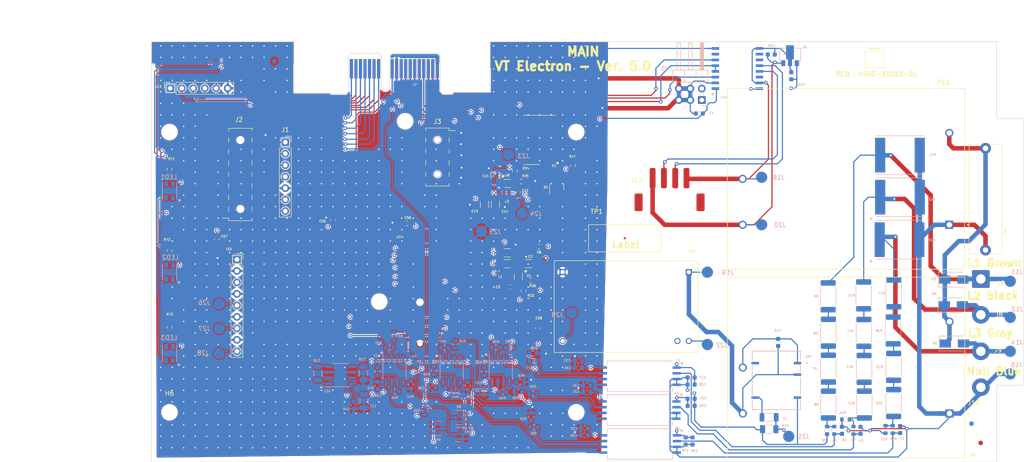
<source format=kicad_pcb>
(kicad_pcb (version 20240108) (generator "pcbnew") (generator_version "8.0")
  (layers (0 "F.Cu" signal) (1 "In1.Cu" signal) (2 "In2.Cu" signal) (31 "B.Cu" signal) (34 "B.Paste" user) (35 "F.Paste" user) (36 "B.SilkS" user "B.Silkscreen") (37 "F.SilkS" user "F.Silkscreen") (38 "B.Mask" user) (39 "F.Mask" user) (44 "Edge.Cuts" user))
  (net 0 "")
  (net 1 "GND")
  (net 2 "/SDAT7")
  (net 3 "+3V3")
  (net 4 "/uDTR")
  (net 5 "/uDCD")
  (net 6 "/uPWRKEY")
  (net 7 "/Alim")
  (net 8 "/uStatus")
  (net 9 "/RxD")
  (net 10 "/TxD")
  (net 11 "/SYN")
  (net 12 "/SCL")
  (net 13 "/SDAT2")
  (net 14 "/SCS")
  (net 15 "/SDAT3")
  (net 16 "/SDAT4")
  (net 17 "/SDAT5")
  (net 18 "/SDAT6")
  (net 19 "/UCC")
  (net 20 "/UR")
  (net 21 "/US")
  (net 22 "/UT")
  (net 23 "/UR+")
  (net 24 "/US+")
  (net 25 "Net-(R5-Pad2)")
  (net 26 "Net-(R6-Pad2)")
  (net 27 "Net-(R7-Pad2)")
  (net 28 "Net-(R10-Pad2)")
  (net 29 "Net-(R11-Pad2)")
  (net 30 "Net-(R12-Pad2)")
  (net 31 "Net-(R17-Pad2)")
  (net 32 "Net-(R18-Pad2)")
  (net 33 "Net-(R19-Pad2)")
  (net 34 "Net-(U1-BST)")
  (net 35 "/RS485_RxD")
  (net 36 "/IRQ2")
  (net 37 "/READY")
  (net 38 "/SCLK")
  (net 39 "/MISO")
  (net 40 "/MOSI")
  (net 41 "/SS")
  (net 42 "/RS485_TxD")
  (net 43 "/RS485_DE")
  (net 44 "/BT_RxD")
  (net 45 "/BT_TxD")
  (net 46 "/LED3")
  (net 47 "/LED2")
  (net 48 "/LED1")
  (net 49 "Net-(U1-SW)")
  (net 50 "Net-(U11-VCC2)")
  (net 51 "/UT+")
  (net 52 "/ADE_Reset")
  (net 53 "/Enable")
  (net 54 "/BT_RTS")
  (net 55 "/BT_CTS")
  (net 56 "GNDS")
  (net 57 "/InfoV")
  (net 58 "/+5V")
  (net 59 "/US_Iso")
  (net 60 "/UR_Iso")
  (net 61 "/UT_Iso")
  (net 62 "Net-(U8-SW)")
  (net 63 "/VGSM")
  (net 64 "Net-(R1-Pad1)")
  (net 65 "Net-(R4-Pad1)")
  (net 66 "Net-(R16-Pad1)")
  (net 67 "/+3V67")
  (net 68 "Net-(U8-BST)")
  (net 69 "Net-(J1-Pin_4)")
  (net 72 "/L1")
  (net 73 "/L2")
  (net 74 "/L3")
  (net 75 "Net-(J1-Pin_2)")
  (net 76 "/U12V_Iso")
  (net 77 "GND1")
  (net 78 "/U5V_Iso")
  (net 79 "/IRQ1")
  (net 80 "/iUR-")
  (net 81 "/iUR+")
  (net 82 "/iUS+")
  (net 83 "/iUS-")
  (net 84 "/iUT+")
  (net 85 "/iUT-")
  (net 86 "Earth")
  (net 87 "Net-(J1-Pin_6)")
  (net 88 "/Vopto")
  (net 89 "/+3V3_UC")
  (net 90 "Net-(LED1-Pad4)")
  (net 91 "Net-(LED2-Pad4)")
  (net 92 "Net-(LED3-Pad4)")
  (net 93 "Net-(J1-Pin_7)")
  (net 94 "Net-(J1-Pin_3)")
  (net 95 "Net-(J1-Pin_1)")
  (net 98 "/-3V3")
  (net 99 "Net-(Q1-C)")
  (net 100 "Net-(PS4-+VOUT)")
  (net 102 "Net-(K1-Pad1)")
  (net 104 "Net-(U13A--)")
  (net 105 "Net-(U3A--)")
  (net 106 "/C+")
  (net 107 "/C-")
  (net 108 "Net-(U12A--)")
  (net 109 "Net-(U1-FB)")
  (net 112 "Net-(U8-FB)")
  (net 115 "Net-(U7-OUTP)")
  (net 118 "Net-(U4-OUTP)")
  (net 119 "Net-(U6-OUTP)")
  (net 120 "Net-(U12B-+)")
  (net 121 "Net-(U12B--)")
  (net 122 "Net-(U3B-+)")
  (net 123 "Net-(U3B--)")
  (net 124 "/B-")
  (net 125 "/A+")
  (net 126 "Net-(U13B-+)")
  (net 127 "Net-(U13B--)")
  (footprint "Capacitor_SMD:C_0603_1608Metric" (layer "F.Cu") (at 56.525 24.2 180)
    (property "Reference" "C56")
    (property "Value" "100n" (hide yes))
  )
  (footprint "Capacitor_SMD:C_1206_3216Metric" (layer "F.Cu") (at 83.4408 33.1216 180)
    (property "Reference" "C2")
    (property "Value" "10uF/16V" (hide yes))
  )
  (footprint "MountingHole:MountingHole_3.2mm_M3" (layer "F.Cu") (at -33.25 10.66)
    (property "Reference" "H1" (hide yes))
    (property "Value" "MountingHole" (hide yes))
  )
  (footprint "Capacitor_SMD:C_0603_1608Metric" (layer "F.Cu") (at 85.5 47.4 90)
    (property "Reference" "C58")
    (property "Value" "100n")
  )
  (footprint "Connector_JST:A2501-SR04-XH4AWB" (layer "F.Cu") (at 114.6302 17.0382)
    (property "Reference" "J17")
    (property "Value" "2501-SR04-XH4AWB" (hide yes))
  )
  (footprint "Connector_PinSocket_2.54mm:PinSocket_2x08_P2.54mm_Vertical_SMD_MOD" (layer "F.Cu") (at 19.675 13.385 180)
    (property "Reference" "J2")
    (property "Value" "Conn_02x08_Counter_Clockwise" (hide yes))
  )
  (footprint "Capacitor_SMD:C_1206_3216Metric" (layer "F.Cu") (at 73.66445 20 -90)
    (property "Reference" "C13")
    (property "Value" "22uF/6,3V" (hide yes))
  )
  (footprint "Resistor_SMD:R_0603_1608Metric" (layer "F.Cu") (at 93.218 11.43 -90)
    (property "Reference" "R47")
    (property "Value" "47")
  )
  (footprint "Capacitor_SMD:C_1206_3216Metric" (layer "F.Cu") (at 78.7408 33.1216)
    (property "Reference" "C9")
    (property "Value" "22uF/6,3V" (hide yes))
  )
  (footprint "Connector_PinSocket_2.54mm:PinSocket_2x05_P2.54mm_Vertical_SMD" (layer "F.Cu") (at 63.275 9.525)
    (property "Reference" "J3")
    (property "Value" "Conn_02x05_Counter_Clockwise")
  )
  (footprint "Inductanta744:744383130033" (layer "F.Cu") (at 78.55 17.725)
    (property "Reference" "L2")
    (property "Value" "744383130033" (hide yes))
  )
  (footprint "Capacitor_SMD:C_0603_1608Metric" (layer "F.Cu") (at 40.2 23.425 90)
    (property "Reference" "C55")
    (property "Value" "100n")
  )
  (footprint "Capacitor_SMD:C_1206_3216Metric" (layer "F.Cu") (at 78.7408 30.7216)
    (property "Reference" "C8")
    (property "Value" "22uF/6,3V" (hide yes))
  )
  (footprint "MountingHole:MountingHole_3.2mm_M3" (layer "F.Cu") (at 56.125 1.61)
    (property "Reference" "H9" (hide yes))
    (property "Value" "MountingHole" (hide yes))
  )
  (footprint "Relay_SMD:Relay_Fujitsu_FTR-B4GA003" (layer "F.Cu") (at 85.9028 5.7404 180)
    (property "Reference" "K1")
    (property "Value" "FTR-B4GA003Z-B05")
  )
  (footprint "Inductanta744:744383130033" (layer "F.Cu") (at 78.7408 35.7216 -90)
    (property "Reference" "L1")
    (property "Value" "744383130033" (hide yes))
  )
  (footprint "MountingHole:MountingHole_3.2mm_M3" (layer "F.Cu") (at -16.8 19)
    (property "Reference" "H4" (hide yes))
    (property "Value" "MountingHole" (hide yes))
  )
  (footprint "MountingHole:MountingHole_3.2mm_M3" (layer "F.Cu") (at 4 66)
    (property "Reference" "H6")
    (property "Value" "MountingHole")
  )
  (footprint "Capacitor_THT:C_Rect_L24.0mm_W7.0mm_P22.50mm_MKT" (layer "F.Cu") (at 184.531 7.5968 -90)
    (property "Reference" "C52")
    (property "Value" "F862DI224K310ZLH0J")
  )
  (footprint "Fiducial:Fiducial_1mm_Mask2mm" (layer "F.Cu") (at 183.4642 72.771)
    (property "Reference" "FID3" (hide yes))
    (property "Value" "Fiducial" (hide yes))
  )
  (footprint "Fiducial:Fiducial_1mm_Mask2mm" (layer "F.Cu") (at 28.1178 -6.7564)
    (property "Reference" "FID4" (hide yes))
    (property "Value" "Fiducial" (hide yes))
  )
  (footprint "Resistor_SMD:R_0603_1608Metric" (layer "F.Cu") (at 80.38945 12.625 90)
    (property "Reference" "R24")
    (property "Value" "4k7")
  )
  (footprint "Package_TO_SOT_SMD:SOT-563" (layer "F.Cu") (at 81.1908 36.0716 -90)
    (property "Reference" "U1")
    (property "Value" "AP62250Z6" (hide yes))
  )
  (footprint "Connector_PCBEdge:BUS_PCIexpress_x1" (layer "F.Cu") (at 63.25 -10 180)
    (property "Reference" "J7")
    (property "Value" "Bus_PCI_Express_x1_MOD")
    (fp_line (start 19.65 2.95) (end 19.15 3.45) (stroke (width 0.1)) (layer "Edge.Cuts"))
    (fp_line (start 19.65 -4.95) (end 19.65 2.95) (stroke (width 0.1)) (layer "Edge.Cuts"))
    (fp_line (start 12.95 3.45) (end 19.15 3.45) (stroke (width 0.1)) (layer "Edge.Cuts"))
    (fp_line (start 12.45 2.95) (end 12.95 3.45) (stroke (width 0.1)) (layer "Edge.Cuts"))
    (fp_line (start 12.45 -4) (end 12.45 2.95) (stroke (width 0.1)) (layer "Edge.Cuts"))
    (fp_line (start 10.55 2.95) (end 10.05 3.45) (stroke (width 0.1)) (layer "Edge.Cuts"))
    (fp_line (start 10.55 -4) (end 10.55 2.95) (stroke (width 0.1)) (layer "Edge.Cuts"))
    (fp_line (start -0.15 3.45) (end 10.05 3.45) (stroke (width 0.1)) (layer "Edge.Cuts"))
    (fp_line (start -0.65 2.95) (end -0.15 3.45) (stroke (width 0.1)) (layer "Edge.Cuts"))
    (fp_line (start -0.65 -4.95) (end -0.65 2.95) (stroke (width 0.1)) (layer "Edge.Cuts"))
    (fp_arc (start 10.55 -4) (mid 11.5 -4.95) (end 12.45 -4) (stroke (width 0.1)) (layer "Edge.Cuts"))
  )
  (footprint "Capacitor_SMD:C_0603_1608Metric" (layer "F.Cu") (at 14.45 27.725 -90)
    (property "Reference" "C57")
    (property "Value" "100n")
  )
  (footprint "Resistor_SMD:R_0603_1608Metric" (layer "F.Cu") (at 4 12.2 90)
    (property "Reference" "R71")
    (property "Value" "220")
  )
  (footprint "Capacitor_SMD:C_1206_3216Metric" (layer "F.Cu") (at 76.11445 20 -90)
    (property "Reference" "C14")
    (property "Value" "22uF/6,3V" (hide yes))
  )
  (footprint "Connector_Wire:DELTA_R_SolderWire-1.5sqmm_1x01_D1.7mm_OD3.9mm" (layer "F.Cu") (at 183.5 44.5)
    (property "Reference" "J8")
    (property "Value" "Conn_01x01_Female" (hide yes))
  )
  (footprint "Resistor_SMD:R_0603_1608Metric" (layer "F.Cu") (at 4 30.2 90)
    (property "Reference" "R72")
    (property "Value" "220")
  )
  (footprint "Resistor_SMD:R_0603_1608Metric" (layer "F.Cu") (at 82.3408 39.0966 -90)
    (property "Reference" "R23")
    (property "Value" "4k7")
  )
  (footprint "Package_TO_SOT_SMD:SOT-563" (layer "F.Cu") (at 78.86445 15.375)
    (property "Reference" "U8")
    (property "Value" "AP62250Z6" (hide yes))
  )
  (footprint "Capacitor_SMD:C_0603_1608Metric" (layer "F.Cu") (at 79.3908 38.2716)
    (property "Reference" "C3")
    (property "Value" "100n" (hide yes))
  )
  (footprint "THM 10-0511:CONV_THM_10-0511" (layer "F.Cu") (at 105 42.6 180)
    (property "Reference" "PS2")
    (property "Value" "THM_10-0511")
  )
  (footprint "Connector_PinSocket_2.54mm:PinSocket_1x06_P2.54mm_Vertical" (layer "F.Cu") (at 4.175 -5.6896 90)
    (property "Reference" "J13")
    (property "Value" "Conn_01x06_Female" (hide yes))
  )
  (footprint "RAC15:CONV_RAC15-12SK_480" (layer "F.Cu") (at 153.6875 56.1 180)
    (property "Reference" "PS1")
    (property "Value" "RAC15-05SK/480")
  )
  (footprint "MountingHole:MountingHole_3.2mm_M3" (layer "F.Cu") (at 94 4)
    (property "Reference" "H3" (hide yes))
    (property "Value" "MountingHole")
  )
  (footprint "Resistor_SMD:R_0603_1608Metric" (layer "F.Cu") (at 81.78945 14.925 180)
    (property "Reference" "R25")
    (property "Value" "1k3")
  )
  (footprint "RAC15:CONV_RAC15-12SK_480" (layer "F.Cu") (at 153.645 14.35 180)
    (property "Reference" "PS3")
    (property "Value" "RAC15-05SK/480" (hide yes))
  )
  (footprint "Capacitor_SMD:C_0603_1608Metric" (layer "F.Cu") (at 81.06445 17.275 90)
    (property "Reference" "C12")
    (property "Value" "100n")
  )
  (footprint "Connector_Wire:DELTA_R_SolderWire-1.5sqmm_1x01_D1.7mm_OD3.9mm" (layer "F.Cu") (at 183.5 52.5)
    (property "Reference" "J9")
    (property "Value" "Conn_01x01_Female" (hide yes))
  )
  (footprint "Package_TO_SOT_SMD:SOT-23" (layer "F.Cu") (at 89.67 16.15 90)
    (property "Reference" "Q1")
    (property "Value" "DTC143T" (hide yes))
  )
  (footprint "Connector_Wire:DELTA_SolderWire-1.5sqmm_1x01_D1.7mm_OD3.9mm" (layer "F.Cu") (at 183.5 36.5)
    (property "Reference" "J6")
    (property "Value" "Conn_01x01_Female" (hide yes))
  )
  (footprint "Capacitor_SMD:C_0603_1608Metric" (layer "F.Cu") (at 85.72625 29.3366 180)
    (property "Reference" "C5")
    (property "Value" "100n")
  )
  (footprint "MountingHole:MountingHole_3.2mm_M3" (layer "F.Cu") (at -22.5937 28.3981)
    (property "Reference" "H5" (hide yes))
    (property "Value" "MountingHole" (hide yes))
  )
  (footprint "MountingHole:MountingHole_3.2mm_M3" (layer "F.Cu") (at 184 4)
    (property "Reference" "H2" (hide yes))
    (property "Value" "MountingHole")
  )
  (footprint "Resistor_SMD:R_0603_1608Metric" (layer "F.Cu") (at 83.8408 36.8216 180)
    (property "Reference" "R26")
    (property "Value" "1k5" (hide yes))
  )
  (footprint "MountingHole:MountingHole_3.2mm_M3" (layer "F.Cu") (at 50.4114 41.5036)
    (property "Reference" "H11" (hide yes))
    (property "Value" "MountingHole" (hide yes))
  )
  (footprint "Resistor_SMD:R_0603_1608Metric" (layer "F.Cu") (at 4 47.2 90)
    (property "Reference" "R73")
    (property "Value" "220")
  )
  (footprint "Connector_Wire:DELTA_R_SolderWire-1.5sqmm_1x01_D1.7mm_OD3.9mm" (layer "F.Cu") (at 183.5 60.5)
    (property "Reference" "J10")
    (property "Value" "Conn_01x01_Female" (hide yes))
  )
  (footprint "Symbol:Eticheta" (layer "F.Cu") (at 104.7242 27.4828)
    (property "Reference" "TP1")
    (property "Value" "Eticheta" (hide yes))
  )
  (footprint "Connector_PinSocket_2.54mm:PinSocket_1x09_P2.54mm_Vertical" (layer "F.Cu") (at 18.925 32.18)
    (property "Reference" "J15")
    (property "Value" "DS1002-03-1*36131(9)")
  )
  (footprint "PCI_SMD_MOD:10061913-100CLF" (layer "F.Cu") (at 59.4 41.65 -90)
    (property "Reference" "U14")
    (property "Value" "10061913-100CLF")
  )
  (footprint "Connector_PinSocket_2.54mm:PinSocket_1x07_P2.54mm_Vertical" (layer "F.Cu") (at 29.616 6.243)
    (property "Reference" "J1")
    (property "Value" "Conn_01x07_Female")
  )
  (footprint "Capacitor_SMD:C_1206_3216Metric" (layer "F.Cu") (at 75.98945 13.55 90)
    (property "Reference" "C11")
    (property "Value" "10uF/16V")
  )
  (footprint "Resistor_SMD:R_0603_1608Metric" (layer "B.Cu") (at 151.07 69.9825 -90)
    (property "Reference" "R4")
    (property "Value" "10")
  )
  (footprint "MOVS4032V510:MOVS4032V460" (layer "B.Cu") (at 165.5 27.8)
    (property "Reference" "RV3")
    (property "Value" "MOVS4032V510" (hide yes))
  )
  (footprint "Resistor_SMD:R_0603_1608Metric" (layer "B.Cu") (at 77.7525 61.4625)
    (property "Reference" "R45")
    (property "Value" "15k")
  )
  (footprint "Inductor_SMD:L_1206_3216Metric" (layer "B.Cu") (at 136.652 67.1068)
    (property "Reference" "L3")
    (property "Value" "CBC3225T220MR")
  )
  (footprint "Resistor_SMD:R_2512_6332Metric" (layer "B.Cu") (at 149.72 40.3325 -90)
    (property "Reference" "R5")
    (property "Value" "249k")
  )
  (footprint "Resistor_SMD:R_2512_6332Metric" (layer "B.Cu") (at 164.2 63.9375 -90)
    (property "Reference" "R20")
    (property "Value" "249k")
  )
  (footprint "Capacitor_SMD:C_0603_1608Metric" (layer "B.Cu") (at 121.2088 -0.1016 180)
    (property "Reference" "C1")
    (property "Value" "100n")
  )
  (footprint "Resistor_SMD:R_0603_1608Metric" (layer "B.Cu") (at 83.9775 66.9625 -90)
    (property "Reference" "R32")
    (property "Value" "3k")
  )
  (footprint "Resistor_SMD:R_2512_6332Metric" (layer "B.Cu") (at 157.72 64.2825 -90)
    (property "Reference" "R13")
    (property "Value" "249k")
  )
  (footprint "Resistor_SMD:R_0603_1608Metric" (layer "B.Cu") (at 69.9825 60.1225 -90)
    (property "Reference" "R38")
    (property "Value" "3k")
  )
  (footprint "Capacitor_SMD:C_0603_1608Metric" (layer "B.Cu") (at 119.7102 72.3392 -90)
    (property "Reference" "C30")
    (property "Value" "1uF" (hide yes))
  )
  (footprint "Capacitor_SMD:C_0603_1608Metric" (layer "B.Cu") (at 119.4054 64.5668)
    (property "Reference" "C26")
    (property "Value" "1uF" (hide yes))
  )
  (footprint "Capacitor_SMD:C_1206_3216Metric" (layer "B.Cu") (at 36.8125 57.3725 90)
    (property "Reference" "C18")
    (property "Value" "10u")
  )
  (footprint "Package_SO:SO-8_3.9x4.9mm_P1.27mm" (layer "B.Cu") (at 77.286054 56.7225 -90)
    (property "Reference" "U3")
    (property "Value" "LM358")
  )
  (footprint "Capacitor_SMD:C_1206_3216Metric" (layer "B.Cu") (at 46.9125 57.3625 90)
    (property "Reference" "C19")
    (property "Value" "10u")
  )
  (footprint "TestPoint:TestPoint_Pad_2.5x2.5mm_Delta" (layer "B.Cu") (at 123 51 180)
    (property "Reference" "J22")
    (property "Value" "Conn_01x01_Female" (hide yes))
  )
  (footprint "Connector_PinHeader_2.54mm:PinHeader_2x03_P2.54mm_Horizontal" (layer "B.Cu") (at 121.76 -3.085 90)
    (property "Reference" "J5")
    (property "Value" "DS1022-2*10RF11x3")
  )
  (footprint "Capacitor_SMD:C_0603_1608Metric" (layer "B.Cu") (at 156.87 69.9825 90)
    (property "Reference" "C4")
    (property "Value" "1n")
  )
  (footprint "Resistor_SMD:R_2512_6332Metric" (layer "B.Cu") (at 149.77 56.3325 -90)
    (property "Reference" "R7")
    (property "Value" "249k")
  )
  (footprint "TestPoint:TestPoint_Pad_2.5x2.5mm_Delta" (layer "B.Cu") (at 190 57.5 180)
    (property "Reference" "J16")
    (property "Value" "Conn_01x01_Female" (hide yes))
  )
  (footprint "LedSMD_Cree:CLM2D-GPC-CB0E0793" (layer "B.Cu") (at 4 17 90)
    (property "Reference" "LED1")
    (property "Value" "CLM2D-GPC-CB0E0793" (hide yes))
  )
  (footprint "Resistor_SMD:R_0603_1608Metric" (layer "B.Cu") (at 64.8525 51.7125)
    (property "Reference" "R37")
    (property "Value" "3k")
  )
  (footprint "TestPoint:TestPoint_Pad_2.5x2.5mm_Delta" (layer "B.Cu") (at 73 26 180)
    (property "Reference" "J25")
    (property "Value" "Conn_01x01_Female" (hide yes))
  )
  (footprint "Fiducial:Fiducial_1mm_Mask2mm" (layer "B.Cu") (at 27.2034 -11.684 180)
    (property "Reference" "FID1" (hide yes))
    (property "Value" "Fiducial" (hide yes))
  )
  (footprint "Capacitor_SMD:C_0603_1608Metric" (layer "B.Cu") (at 73.66 61.341 -90)
    (property "Reference" "C37")
    (property "Value" "100n" (hide yes))
  )
  (footprint "MOVS4032V510:MOVS4032V460" (layer "B.Cu") (at 165.6 9.1)
    (property "Reference" "RV1")
    (property "Value" "MOVS4032V510" (hide yes))
  )
  (footprint "TestPoint:TestPoint_Pad_2.5x2.5mm_Delta" (layer "B.Cu") (at 190 37 180)
    (property "Reference" "J11")
    (property "Value" "Conn_01x01_Female" (hide yes))
  )
  (footprint "TestPoint:TestPoint_Pad_2.5x2.5mm_Delta" (layer "B.Cu") (at 123 35 180)
    (property "Reference" "J19")
    (property "Value" "Conn_01x01_Female" (hide yes))
  )
  (footprint "Capacitor_SMD:C_0603_1608Metric" (layer "B.Cu") (at 96.3422 61.6204 180)
    (property "Reference" "C31")
    (property "Value" "100n" (hide yes))
  )
  (footprint "Package_TO_SOT_SMD:SOT-23" (layer "B.Cu") (at 67.9704 70.9168 180)
    (property "Reference" "Q3")
    (property "Value" "DTC143E" (hide yes))
  )
  (footprint "Resistor_SMD:R_0603_1608Metric" (layer "B.Cu") (at 84.4225 54.6325)
    (property "Reference" "R27")
    (property "Value" "3k")
  )
  (footprint "Resistor_SMD:R_2512_6332Metric" (layer "B.Cu") (at 149.77 48.3825 -90)
    (property "Reference" "R6")
    (property "Value" "249k")
  )
  (footprint "Resistor_SMD:R_0603_1608Metric" (layer "B.Cu") (at 57.4025 59.9125 -90)
    (property "Reference" "R42")
    (property "Value" "3k")
  )
  (footprint "TestPoint:TestPoint_Pad_2.5x2.5mm_Delta" (layer "B.Cu") (at 15 42 180)
    (property "Reference" "J26")
    (property "Value" "Conn_01x01_Female" (hide yes))
  )
  (footprint "Resistor_SMD:R_0603_1608Metric" (layer "B.Cu") (at 50.0325 56.9525 90)
    (property "Reference" "R43")
    (property "Value" "3k")
  )
  (footprint "AMC1400:AMC1400QDWLRQ1" (layer "B.Cu") (at 108 65.5 180)
    (property "Reference" "U4")
    (property "Value" "AMC1400QDWLRQ1" (hide yes))
  )
  (footprint "TestPoint:TestPoint_Pad_2.5x2.5mm_Delta" (layer "B.Cu") (at 79 9 180)
    (property "Reference" "J23")
    (property "Value" "Conn_01x01_Female" (hide yes))
  )
  (footprint "TestPoint:TestPoint_Pad_2.5x2.5mm_Delta" (layer "B.Cu") (at 15 47.5 180)
    (property "Reference" "J27")
    (property "Value" "Conn_01x01_Female" (hide yes))
  )
  (footprint "TestPoint:TestPoint_Pad_2.5x2.5mm_Delta" (layer "B.Cu") (at 140.9954 71.3232 180)
    (property "Reference" "J21")
    (property "Value" "Conn_01x01_Female" (hide yes))
  )
  (footprint "Resistor_SMD:R_0603_1608Metric" (layer "B.Cu") (at 81.1275 61.4875)
    (property "Reference" "R30")
    (property "Value" "3k")
  )
  (footprint "TestPoint:TestPoint_Pad_2.5x2.5mm_Delta" (layer "B.Cu") (at 135 24.5 180)
    (property "Reference" "J20")
    (property "Value" "Conn_01x01_Female" (hide yes))
  )
  (footprint "Capacitor_SMD:C_0603_1608Metric" (layer "B.Cu") (at 44.7294 64.4528 -90)
    (property "Reference" "C40")
    (property "Value" "100n" (hide yes))
  )
  (footprint "Capacitor_SMD:C_0603_1608Metric" (layer "B.Cu") (at 119.4054 62.992)
    (property "Reference" "C24")
    (property "Value" "100n" (hide yes))
  )
  (footprint "Package_TO_SOT_SMD:SOT-23" (layer "B.Cu") (at 67.9958 67.1322 180)
    (property "Reference" "Q2")
    (property "Value" "DTC143E" (hide yes))
  )
  (footprint "Resistor_SMD:R_0603_1608Metric" (layer "B.Cu") (at 84.6725 69.2825)
    (property "Reference" "R31")
    (property "Value" "3k")
  )
  (footprint "Capacitor_SMD:C_0603_1608Metric" (layer "B.Cu") (at 95.7834 69.5452 180)
    (property "Reference" "C32")
    (property "Value" "100n" (hide yes))
  )
  (footprint "Package_TO_SOT_SMD:SOT-23" (layer "B.Cu") (at 63.5254 69.596)
    (property "Reference" "Q4")
    (property "Value" "DTC143E" (hide yes))
  )
  (footprint "LedSMD_Cree:CLM2D-GPC-CB0E0793" (layer "B.Cu") (at 4 35 90)
    (property "Reference" "LED2")
    (property "Value" "CLM2D-GPC-CB0E0793" (hide yes))
  )
  (footprint "Capacitor_SMD:C_0603_1608Metric" (layer "B.Cu") (at 94.4756 56.1848 180)
    (property "Reference" "C36")
    (property "Value" "1uF" (hide yes))
  )
  (footprint "AMC1400:AMC1400QDWLRQ1" (layer "B.Cu") (at 108.1 73 180)
    (property "Reference" "U6")
    (property "Value" "AMC1400QDWLRQ1" (hide yes))
  )
  (footprint "TestPoint:TestPoint_Pad_2.5x2.5mm_Delta" (layer "B.Cu") (at 93 44 180)
    (property "Reference" "J29")
    (property "Value" "Conn_01x01_Female" (hide yes))
  )
  (footprint "Capacitor_SMD:C_1206_3216Metric" (layer "B.Cu") (at 47.0525 63.5625 90)
    (property "Reference" "C17")
    (property "Value" "10u")
  )
  (footprint "Resistor_SMD:R_2512_6332Metric" (layer "B.Cu") (at 157.67 56.3825 -90)
    (property "Reference" "R12")
    (property "Value" "249k")
  )
  (footprint "Resistor_SMD:R_0603_1608Metric" (layer "B.Cu") (at 79.2575 51.6925)
    (property "Reference" "R3")
    (property "Value" "3k")
  )
  (footprint "Capacitor_SMD:C_0603_1608Metric" (layer "B.Cu") (at 165.64 69.8075 90)
    (property "Reference" "C7")
    (property "Value" "1n")
  )
  (footprint "MOVS4032V510:MOVS4032V460" (layer "B.Cu") (at 165.6 18.4)
    (property "Reference" "RV2")
    (property "Value" "MOVS4032V510" (hide yes))
  )
  (footprint "Resistor_SMD:R_0603_1608Metric" (layer "B.Cu") (at 153.595 67.5825 180)
    (property "Reference" "R14")
    (property "Value" "150")
  )
  (footprint "Capacitor_SMD:C_0603_1608Metric" (layer "B.Cu") (at 137.1346 -13.1572)
    (property "Reference" "C25")
    (property "Value" "100n")
  )
  (footprint "Diode_SMD:D_SMA" (layer "B.Cu") (at 177.6476 50.7746)
    (property "Reference" "D6")
    (property "Value" "BYG21M-E3/TR")
  )
  (footprint "ISO1410:DW0016B_HV" (layer "B.Cu") (at 129.64 -10.06)
    (property "Reference" "U11")
    (property "Value" "ISO1410BDWR")
  )
  (footprint "Capacitor_SMD:C_0603_1608Metric" (layer "B.Cu") (at 119.4054 58.293 180)
    (property "Reference" "C27")
    (property "Value" "100n" (hide yes))
  )
  (footprint "Resistor_SMD:R_2512_6332Metric" (layer "B.Cu") (at 157.62 48.4325 -90)
    (property "Reference" "R11")
    (property "Value" "249k")
  )
  (footprint "AMC1400:AMC1400QDWLRQ1" (layer "B.Cu") (at 108.05 58 180)
    (property "Reference" "U7")
    (property "Value" "AMC1400QDWLRQ1" (hide yes))
  )
  (footprint "Fiducial:Fiducial_1mm_Mask2mm" (layer "B.Cu") (at 181.4322 68.5038 180)
    (property "Reference" "FID2" (hide yes))
    (property "Value" "Fiducial" (hide yes))
  )
  (footprint "Diode_SMD:D_SMA" (layer "B.Cu") (at 177.419 42.3164)
    (property "Reference" "D5")
    (property "Value" "BYG21M-E3/TR")
  )
  (footprint "Resistor_SMD:R_2512_6332Metric" (layer "B.Cu") (at 164.2 55.9375 -90)
    (property "Reference" "R19")
    (property "Value" "249k")
  )
  (footprint "Capacitor_SMD:C_0603_1608Metric" (layer "B.Cu") (at 62.0776 60.5282 180)
    (property "Reference" "C38")
    (property "Value" "100n" (hide yes))
  )
  (footprint "TestPoint:TestPoint_Pad_2.5x2.5mm_Delta" (layer "B.Cu") (at 190 45 180)
    (property "Reference" "J12")
    (property "Value" "Conn_01x01_Female" (hide yes))
  )
  (footprint "Capacitor_SMD:C_0603_1608Metric" (layer "B.Cu") (at 96.3422 60.071 180)
    (property "Reference" "C34")
    (property "Value" "1uF" (hide yes))
  )
  (footprint "Resistor_SMD:R_0603_1608Metric" (layer "B.Cu") (at 53.8525 61.3525)
    (property "Reference" "R46")
    (property "Value" "15k")
  )
  (footprint "Resistor_SMD:R_0603_1608Metric" (layer "B.Cu") (at 60.5275 65.6875 -90)
    (property "Reference" "R35")
    (property "Value" "1k")
  )
  (footprint "Diode_SMD:D_SMA" (layer "B.Cu") (at 177.5206 36.6522)
    (property "Reference" "D4")
    (property "Value" "BYG21M-E3/TR")
  )
  (footprint "Resistor_SMD:R_2512_6332Metric" (layer "B.Cu") (at 149.77 64.2825 -90)
    (property "Reference" "R8")
    (property "Value" "249k")
  )
  (footprint "Resistor_SMD:R_0603_1608Metric" (layer "B.Cu") (at 73.5425 56.9825 90)
    (property "Reference" "R41")
    (property "Value" "3k")
  )
  (footprint "Resistor_SMD:R_0603_1608Metric" (layer "B.Cu") (at 62.4925 56.7675 90)
    (property "Reference" "R39")
    (property "Value" "3k")
  )
  (footprint "Resistor_SMD:R_0603_1608Metric" (layer "B.Cu") (at 76.1925 51.6725)
    (property "Reference" "R36")
    (property "Value" "3k")
  )
  (footprint "Resistor_SMD:R_0603_1608Metric" (layer "B.Cu") (at 84.4275 52.9875 180)
    (property "Reference" "R28")
    (property "Value" "3k")
  )
  (footprint "Resistor_SMD:R_2512_6332Metric" (layer "B.Cu") (at 157.57 40.1325 -90)
    (property "Reference" "R10")
    (property "Value" "249k")
  )
  (footprint "Capacitor_SMD:C_0603_1608Metric" (layer "B.Cu") (at 138.6586 50.5336 90)
    (property "Reference" "C15")
    (property "Value" "100n")
  )
  (footprint "Capacitor_SMD:C_0603_1608Metric" (layer "B.Cu") (at 94.488 54.61 180)
    (property "Reference" "C33")
    (property "Value" "100n" (hide yes))
  )
  (footprint "Package_SO:SO-8_3.9x4.9mm_P1.27mm" (layer "B.Cu") (at 41.8125 57.7625)
    (property "Reference" "U21")
    (property "Value" "LM2662MX")
  )
  (footprint "Resistor_SMD:R_0603_1608Metric" (layer "B.Cu") (at 149.47 69.9825 -90)
    (property "Reference" "R9")
    (property "Value" "150")
  )
  (footprint "Capacitor_SMD:C_0603_1608Metric" (layer "B.Cu") (at 141.5542 -8.4582 90)
    (property "Reference" "C10")
    (property "Value" "100n")
  )
  (footprint "Capacitor_SMD:C_0603_1608Metric" (layer "B.Cu") (at 118.1862 72.3392 -90)
    (property "Reference" "C29")
    (property "Value" "100n" (hide yes))
  )
  (footprint "Resistor_SMD:R_0603_1608Metric" (layer "B.Cu") (at 162.4 69.7875 -90)
    (property "Reference" "R21")
    (property "Value" "150")
  )
  (footprint "TestPoint:TestPoint_Pad_2.5x2.5mm_Delta" (layer "B.Cu") (at 190 52.5 180)
    (property "Reference" "J14")
    (property "Value" "Conn_01x01_Female" (hide yes))
  )
  (footprint "Capacitor_SMD:C_0603_1608Metric" (layer "B.Cu") (at 119.4054 59.8678 180)
    (property "Reference" "C28")
    (property "Value" "1uF" (hide yes))
  )
  (footprint "Package_SO:SO-8_3.9x4.9mm_P1.27mm" (layer "B.Cu") (at 66.426054 56.7225 -90)
    (property "Reference" "U12")
    (property "Value" "LM358")
  )
  (footprint "Resistor_SMD:R_0603_1608Metric" (layer "B.Cu") (at 52.6825 51.6925)
    (property "Reference" "R22")
    (property "Value" "3k")
  )
  (footprint "Resistor_SMD:R_0603_1608Metric" (layer "B.Cu") (at 155.32 69.9825 -90)
    (property "Reference" "R1")
    (property "Value" "10")
  )
  (footprint "Resistor_SMD:R_0603_1608Metric" (layer "B.Cu") (at 81.6225 59.2425)
    (property "Reference" "R40")
    (property "Value" "3k")
  )
  (footprint "Capacitor_SMD:C_1206_3216Metric" (layer "B.Cu") (at 136.6774 69.723 180)
    (property "Reference" "C16")
    (property "Value" "10uF/16V")
  )
  (footprint "Package_SO:SO-8_3.9x4.9mm_P1.27mm" (layer "B.Cu") (at 53.786054 56.7225 -90)
    (property "Reference" "U13")
    (property "Value" "LM358")
  )
  (footprint "Resistor_SMD:R_2512_6332Metric" (layer "B.Cu") (at 164.25 39.6875 -90)
    (property "Reference" "R17")
    (property "Value" "249k")
  )
  (footprint "LedSMD_Cree:CLM2D-GPC-CB0E0793" (layer "B.Cu") (at 4 53 90)
    (property "Reference" "LED3")
    (property "Value" "CLM2D-GPC-CB0E0793" (hide yes))
  )
  (footprint "NXE2S0505MC-R7:NXE2_SINGLE_SURFACE_MUR" (layer "B.Cu") (at 138.2522 58.928 180)
    (property "Reference" "PS4")
    (property "Value" "NXE2S0505MC-R7")
  )
  (footprint "TestPoint:TestPoint_Pad_2.5x2.5mm_Delta" (layer "B.Cu") (at 135 14 180)
    (property "Reference" "J18")
    (property "Value" "Conn_01x01_Female" (hide yes))
  )
  (footprint "Capacitor_SMD:C_0603_1608Metric" (layer "B.Cu") (at 50.038 60.058 90)
    (property "Reference" "C39")
    (property "Value" "100n" (hide yes))
  )
  (footprint "Resistor_SMD:R_2512_6332Metric" (layer "B.Cu") (at 164.1 47.8875 -90)
    (property "Reference" "R18")
    (property "Value" "249k")
  )
  (footprint "Resistor_SMD:R_0603_1608Metric" (layer "B.Cu") (at 164 69.7875 -90)
    (property "Reference" "R16")
    (property "Value" "10")
  )
  (footprint "Resistor_SMD:R_0603_1608Metric" (layer "B.Cu") (at 67.2625 61.2425)
    (property "Reference" "R44")
    (property "Value" "15k")
  )
  (footprint "TestPoint:TestPoint_Pad_2.5x2.5mm_Delta" (layer "B.Cu") (at 15 53 180)
    (property "Reference" "J28")
    (property "Value" "Conn_01x01_Female" (hide yes))
  )
  (footprint "Resistor_SMD:R_0603_1608Metric" (layer "B.Cu") (at 67.1925 50.9775 90)
    (property "Reference" "R15")
    (property "Value" "3k")
  )
  (footprint "Resistor_SMD:R_0603_1608Metric" (layer "B.Cu") (at 84.4225 61.8325)
    (property "Reference" "R29")
    (property "Value" "3k")
  )
  (footprint "Capacitor_SMD:C_0603_1608Metric" (layer "B.Cu") (at 95.7834 71.0692 180)
    (property "Reference" "C35")
    (property "Value" "1uF" (hide yes))
  )
  (footprint "Capacitor_SMD:C_0603_1608Metric" (layer "B.Cu") (at 152.77 69.9825 90)
    (property "Reference" "C6")
    (property "Value" "1n")
  )
  (footprint "Resistor_SMD:R_0603_1608Metric" (layer "B.Cu") (at 53.7625 49.1775 90)
    (property "Reference" "R2")
    (property "Value" "3k")
  )
  (footprint "Package_TO_SOT_SMD:SOT-89-3" (layer "B.Cu") (at 141.2748 -12.9032 90)
    (property "Reference" "U5")
    (property "Value" "L78L05ACUTR" (hide yes))
  )
  (footprint "TestPoint:TestPoint_Pad_2.5x2.5mm_Delta" (layer "B.Cu") (at 82 22 180)
    (property "Reference" "J24")
    (property "Value" "Conn_01x01_Female" (hide yes))
  )
  (gr_rect (start 157.861 -13.8684) (end 161.9758 -10.2108) (stroke (width 0.1)) (fill none) (layer "F.SilkS"))
  (gr_line (start 63.9 -5.05) (end 64.52 -4.43) (stroke (width 0.1)) (layer "Edge.Cuts"))
  (gr_line (start 39.83 -4.43) (end 39.55 -4.71) (stroke (width 0.1)) (layer "Edge.Cuts"))
  (gr_line (start 31.55 -4.71) (end 31.55 -16) (stroke (width 0.1)) (layer "Edge.Cuts"))
  (gr_line (start 64.52 -4.43) (end 66.45 -4.43) (stroke (width 0.1)) (layer "Edge.Cuts"))
  (gr_line (start 187 77) (end 0 77) (stroke (width 0.1)) (layer "Edge.Cuts"))
  (gr_line (start 0 -16) (end 31.55 -16) (stroke (width 0.1)) (layer "Edge.Cuts"))
  (gr_line (start 74.92 -4.9) (end 74.92 -16) (stroke (width 0.1)) (layer "Edge.Cuts"))
  (gr_line (start 42.98 -4.43) (end 39.83 -4.43) (stroke (width 0.1)) (layer "Edge.Cuts"))
  (gr_line (start 74.92 -16) (end 187 -16) (stroke (width 0.1)) (layer "Edge.Cuts"))
  (gr_line (start 193 1) (end 193 60) (stroke (width 0.1)) (layer "Edge.Cuts"))
  (gr_line (start 0 -16) (end 0 0) (stroke (width 0.1)) (layer "Edge.Cuts"))
  (gr_line (start 0 77) (end 0 0) (stroke (width 0.1)) (layer "Edge.Cuts"))
  (gr_line (start 187 1) (end 187 -16) (stroke (width 0.1)) (layer "Edge.Cuts"))
  (gr_line (start 187 1) (end 193 1) (stroke (width 0.1)) (layer "Edge.Cuts"))
  (gr_line (start 66.45 -4.43) (end 66.92 -4.9) (stroke (width 0.1)) (layer "Edge.Cuts"))
  (gr_line (start 31.55 -4.71) (end 39.55 -4.71) (stroke (width 0.1)) (layer "Edge.Cuts"))
  (gr_line (start 43.6 -5.05) (end 42.98 -4.43) (stroke (width 0.1)) (layer "Edge.Cuts"))
  (gr_line (start 187 60) (end 193 60) (stroke (width 0.1)) (layer "Edge.Cuts"))
  (gr_line (start 66.92 -4.9) (end 74.92 -4.9) (stroke (width 0.1)) (layer "Edge.Cuts"))
  (gr_line (start 187 60) (end 187 77) (stroke (width 0.1)) (layer "Edge.Cuts"))
  (gr_text "*" (at 74.0664 53.594 0) (layer "B.SilkS") (effects (font (size 1 1) (thickness 0.2))))
  (gr_text "*" (at 63.1444 53.848 0) (layer "B.SilkS") (effects (font (size 1 1) (thickness 0.2))))
  (gr_text "*" (at 124.1806 -4.064 0) (layer "B.SilkS") (effects (font (size 1 1) (thickness 0.2))))
  (gr_text "*" (at 117.2718 70.358 0) (layer "B.SilkS") (effects (font (size 1 1) (thickness 0.2))))
  (gr_text "*" (at 6.1976 19.431 0) (layer "B.SilkS") (effects (font (size 1 1) (thickness 0.2))))
  (gr_text "*" (at 50.9524 53.1368 0) (layer "B.SilkS") (effects (font (size 1 1) (thickness 0.2))))
  (gr_text "*" (at 37.5666 60.7822 0) (layer "B.SilkS") (effects (font (size 1 1) (thickness 0.2))))
  (gr_text "*" (at 117.3734 55.499 0) (layer "B.SilkS") (effects (font (size 1 1) (thickness 0.2))))
  (gr_text "*" (at 6.0452 55.8038 0) (layer "B.SilkS") (effects (font (size 1 1) (thickness 0.2))))
  (gr_text "*" (at 117.2718 62.4332 0) (layer "B.SilkS") (effects (font (size 1 1) (thickness 0.2))))
  (gr_text "*" (at 6.0706 37.5412 0) (layer "B.SilkS") (effects (font (size 1 1) (thickness 0.2))))
  (gr_text "L2 Black\n\n" (at 186.1058 41.5544 0) (layer "F.SilkS") (effects (font (size 1.7 1.7) (thickness 0.4))))
  (gr_text "*" (at 77.8002 14.097 0) (layer "F.SilkS") (effects (font (size 1 1) (thickness 0.2))))
  (gr_text "Label" (at 104.9528 28.9306 0) (layer "F.SilkS") (effects (font (size 1.5 1.5) (thickness 0.3))))
  (gr_text "L3 Gray\n\n" (at 185.547 49.8094 0) (layer "F.SilkS") (effects (font (size 1.7 1.7) (thickness 0.4))))
  (gr_text "L1 Brown\n" (at 186.5122 32.9692 0) (layer "F.SilkS") (effects (font (size 1.7 1.7) (thickness 0.4))))
  (gr_text "Passed" (at 159.8168 -14.5034 0) (layer "F.SilkS") (effects (font (size 0.5 0.5) (thickness 0.1))))
  (gr_text "Null Blue\n" (at 186.3852 56.896 0) (layer "F.SilkS") (effects (font (size 1.7 1.7) (thickness 0.4))))
  (gr_text "PCB : 4905-31010-01" (at 160.4518 -8.8392 0) (layer "F.SilkS") (effects (font (size 1 1) (thickness 0.2))))
  (gr_text "*" (at 82.804 35.1028 0) (layer "F.SilkS") (effects (font (size 1 1) (thickness 0.2))))
  (gr_text "*" (at 89.8398 11.176 0) (layer "F.SilkS") (effects (font (size 1 1) (thickness 0.2))))
  (gr_text "   MAIN\nVT Electron - Ver. 5.0\n" (at 93.2434 -12.192 0) (layer "F.SilkS") (effects (font (size 2 2) (thickness 0.5))))
  (segment (start 25.425 4.475) (end 25.25 4.65) (width 0.25) (layer "F.Cu") (net 1))
  (segment (start 76.11445 21.475) (end 77.275 21.475) (width 0.4) (layer "F.Cu") (net 1))
  (segment (start 99.822 -1.27) (end 99.7458 -1.3462) (width 1) (layer "F.Cu") (net 1))
  (segment (start 65.795 12.06) (end 68.64 12.06) (width 0.25) (layer "F.Cu") (net 1))
  (segment (start 65.795 14.605) (end 68.02 14.605) (width 0.25) (layer "F.Cu") (net 1))
  (segment (start 80.6908 33.5966) (end 80.2158 33.1216) (width 0.25) (layer "F.Cu") (net 1))
  (segment (start 78.11445 15.875) (end 77.31445 15.875) (width 0.4) (layer "F.Cu") (net 1))
  (segment (start 65.795 6.98) (end 68.37 6.98) (width 0.25) (layer "F.Cu") (net 1))
  (segment (start 77.275 21.475) (end 78.175 20.575) (width 0.4) (layer "F.Cu") (net 1))
  (segment (start 71.85 21.475) (end 70.45 20.075) (width 0.4) (layer "F.Cu") (net 1))
  (segment (start 82.61445 14.925) (end 84.7954 14.925) (width 0.25) (layer "F.Cu") (net 1))
  (segment (start 80.2158 30.7216) (end 80.2158 33.1216) (width 0.25) (layer "F.Cu") (net 1))
  (segment (start 65.795 9.52) (end 68.18 9.52) (width 0.25) (layer "F.Cu") (net 1))
  (segment (start 80.6908 35.3216) (end 80.6908 33.5966) (width 0.25) (layer "F.Cu") (net 1))
  (segment (start 81.9658 33.1216) (end 80.9908 33.1216) (width 0.25) (layer "F.Cu") (net 1))
  (segment (start 53.475 24.2) (end 53.325 24.05) (width 0.25) (layer "F.Cu") (net 1))
  (segment (start 68.02 14.605) (end 68.525 14.1) (width 0.25) (layer "F.Cu") (net 1))
  (segment (start 65.795 4.44) (end 68.285 4.44) (width 0.25) (layer "F.Cu") (net 1))
  (segment (start 68.85 11.85) (end 68.65 11.85) (width 0.25) (layer "F.Cu") (net 1))
  (segment (start 84.7954 14.925) (end 84.9122 14.8082) (width 0.25) (layer "F.Cu") (net 1))
  (segment (start 80.6908 35.3216) (end 80.6908 33.4216) (width 0.25) (layer "F.Cu") (net 1))
  (segment (start 116.332 -7.874) (end 98.933 -7.874) (width 1) (layer "F.Cu") (net 1))
  (segment (start 14.45 31.675) (end 14.45 28.5) (width 0.25) (layer "F.Cu") (net 1))
  (segment (start 40.2 22.65) (end 38.95 22.65) (width 0.25) (layer "F.Cu") (net 1))
  (segment (start 68.6 6.75) (end 68.525 6.675) (width 0.25) (layer "F.Cu") (net 1))
  (segment (start 22.195 4.495) (end 25.405 4.495) (width 0.25) (layer "F.Cu") (net 1))
  (segment (start 84.6658 36.8216) (end 84.6658 36.56965) (width 0.25) (layer "F.Cu") (net 1))
  (segment (start 81.5908 30.7216) (end 81.9658 31.0966) (width 0.25) (layer "F.Cu") (net 1))
  (segment (start 80.2158 30.7216) (end 80.2158 29.26965) (width 0.25) (layer "F.Cu") (net 1))
  (segment (start 74.68945 12.075) (end 74.61445 12) (width 0.4) (layer "F.Cu") (net 1))
  (segment (start 25.405 4.495) (end 25.425 4.475) (width 0.25) (layer "F.Cu") (net 1))
  (segment (start 68.64 12.06) (end 68.85 11.85) (width 0.25) (layer "F.Cu") (net 1))
  (segment (start 80.6908 33.4216) (end 80.9908 33.1216) (width 0.25) (layer "F.Cu") (net 1))
  (segment (start 80.9908 33.1216) (end 80.2158 33.1216) (width 0.25) (layer "F.Cu") (net 1))
  (segment (start 75.98945 12.075) (end 74.68945 12.075) (width 0.4) (layer "F.Cu") (net 1))
  (segment (start 68.65 11.85) (end 68.625 11.875) (width 0.25) (layer "F.Cu") (net 1))
  (segment (start 80.2158 29.26965) (end 80.58885 28.8966) (width 0.25) (layer "F.Cu") (net 1))
  (segment (start 84.6658 36.56965) (end 85.43885 35.7966) (width 0.25) (layer "F.Cu") (net 1))
  (segment (start 55.75 24.2) (end 53.475 24.2) (width 0.25) (layer "F.Cu") (net 1))
  (segment (start 73.66445 21.475) (end 71.85 21.475) (width 0.4) (layer "F.Cu") (net 1))
  (segment (start 80.2158 30.7216) (end 81.5908 30.7216) (width 0.25) (layer "F.Cu") (net 1))
  (segment (start 116.68 -7.526) (end 116.332 -7.874) (width 1) (layer "F.Cu") (net 1))
  (segment (start 38.95 22.65) (end 38.675 22.925) (width 0.25) (layer "F.Cu") (net 1))
  (segment (start 81.9658 32.49465) (end 82.88885 31.5716) (width 0.25) (layer "F.Cu") (net 1))
  (segment (start 77.31445 15.875) (end 76.88945 16.3) (width 0.4) (layer "F.Cu") (net 1))
  (segment (start 81.9658 31.0966) (end 81.9658 33.1216) (width 0.25) (layer "F.Cu") (net 1))
  (segment (start 68.525 6.675) (end 68.475 6.675) (width 0.25) (layer "F.Cu") (net 1))
  (segment (start 114.3 -1.27) (end 99.822 -1.27) (width 1) (layer "F.Cu") (net 1))
  (segment (start 116.68 -3.085) (end 116.68 -7.526) (width 1) (layer "F.Cu") (net 1))
  (segment (start 73.66445 21.475) (end 76.11445 21.475) (width 0.4) (layer "F.Cu") (net 1))
  (segment (start 116.115 -3.085) (end 114.3 -1.27) (width 1) (layer "F.Cu") (net 1))
  (segment (start 116.68 -3.085) (end 116.115 -3.085) (width 1) (layer "F.Cu") (net 1))
  (segment (start 68.37 6.98) (end 68.6 6.75) (width 0.25) (layer "F.Cu") (net 1))
  (segment (start 81.9658 33.1216) (end 81.9658 32.49465) (width 0.25) (layer "F.Cu") (net 1))
  (segment (start 68.18 9.52) (end 68.575 9.125) (width 0.25) (layer "F.Cu") (net 1))
  (segment (start 68.285 4.44) (end 68.55 4.175) (width 0.25) (layer "F.Cu") (net 1))
  (via (at 9.68 23.04) (size 0.6) (drill 0.3) (layers "F.Cu" "B.Cu") (net 1))
  (via (at 30 -15.06) (size 0.6) (drill 0.3) (layers "F.Cu" "B.Cu") (net 1))
  (via (at 30 40.82) (size 0.6) (drill 0.3) (layers "F.Cu" "B.Cu") (net 1))
  (via (at 45.24 38.28) (size 0.6) (drill 0.3) (layers "F.Cu" "B.Cu") (net 1))
  (via (at 42.7 63.68) (size 0.6) (drill 0.3) (layers "F.Cu" "B.Cu") (net 1))
  (via (at 12.22 43.36) (size 0.6) (drill 0.3) (layers "F.Cu" "B.Cu") (net 1))
  (via (at 55.4 50.98) (size 0.6) (drill 0.3) (layers "F.Cu" "B.Cu") (net 1))
  (via (at 30 -7.44) (size 0.6) (drill 0.3) (layers "F.Cu" "B.Cu") (net 1))
  (via (at 17.3 35.74) (size 0.6) (drill 0.3) (layers "F.Cu" "B.Cu") (net 1))
  (via (at 85.88 28.12) (size 0.6) (drill 0.3) (layers "F.Cu" "B.Cu") (net 1))
  (via (at 45.24 33.2) (size 0.6) (drill 0.3) (layers "F.Cu" "B.Cu") (net 1))
  (via (at 96.04 5.26) (size 0.6) (drill 0.3) (layers "F.Cu" "B.Cu") (net 1))
  (via (at 24.92 -7.44) (size 0.6) (drill 0.3) (layers "F.Cu" "B.Cu") (net 1))
  (via (at 9.68 10.34) (size 0.6) (drill 0.3) (layers "F.Cu" "B.Cu") (net 1))
  (via (at 50.32 10.34) (size 0.6) (drill 0.3) (layers "F.Cu" "B.Cu") (net 1))
  (via (at 45.24 71.3) (size 0.6) (drill 0.3) (layers "F.Cu" "B.Cu") (net 1))
  (via (at 52.86 28.12) (size 0.6) (drill 0.3) (layers "F.Cu" "B.Cu") (net 1))
  (via (at 35.08 20.5) (size 0.6) (drill 0.3) (layers "F.Cu" "B.Cu") (net 1))
  (via (at 40.16 15.42) (size 0.6) (drill 0.3) (layers "F.Cu" "B.Cu") (net 1))
  (via (at 30 33.2) (size 0.6) (drill 0.3) (layers "F.Cu" "B.Cu") (net 1))
  (via (at 73.18 30.66) (size 0.6) (drill 0.3) (layers "F.Cu" "B.Cu") (net 1))
  (via (at 57.94 43.36) (size 0.6) (drill 0.3) (layers "F.Cu" "B.Cu") (net 1))
  (via (at 50.32 71.3) (size 0.6) (drill 0.3) (layers "F.Cu" "B.Cu") (net 1))
  (via (at 90.96 38.28) (size 0.6) (drill 0.3) (layers "F.Cu" "B.Cu") (net 1))
  (via (at 80.8 43.36) (size 0.6) (drill 0.3) (layers "F.Cu" "B.Cu") (net 1))
  (via (at 93.5 -15.06) (size 0.6) (drill 0.3) (layers "F.Cu" "B.Cu") (net 1))
  (via (at 85.88 25.58) (size 0.6) (drill 0.3) (layers "F.Cu" "B.Cu") (net 1))
  (via (at 7.14 73.84) (size 0.6) (drill 0.3) (layers "F.Cu" "B.Cu") (net 1))
  (via (at 80.8 -15.06) (size 0.6) (drill 0.3) (layers "F.Cu" "B.Cu") (net 1))
  (via (at 70.64 35.74) (size 0.6) (drill 0.3) (layers "F.Cu" "B.Cu") (net 1))
  (via (at 90.96 5.26) (size 0.6) (drill 0.3) (layers "F.Cu" "B.Cu") (net 1))
  (via (at 27.46 35.74) (size 0.6) (drill 0.3) (layers "F.Cu" "B.Cu") (net 1))
  (via (at 78.26 66.22) (size 0.6) (drill 0.3) (layers "F.Cu" "B.Cu") (net 1))
  (via (at 75.72 0.18) (size 0.6) (drill 0.3) (layers "F.Cu" "B.Cu") (net 1))
  (via (at 75.72 -9.98) (size 0.6) (drill 0.3) (layers "F.Cu" "B.Cu") (net 1))
  (via (at 70.64 45.9) (size 0.6) (drill 0.3) (layers "F.Cu" "B.Cu") (net 1))
  (via (at 88.42 43.36) (size 0.6) (drill 0.3) (layers "F.Cu" "B.Cu") (net 1))
  (via (at 73.18 35.74) (size 0.6) (drill 0.3) (layers "F.Cu" "B.Cu") (net 1))
  (via (at 85.88 7.8) (size 0.6) (drill 0.3) (layers "F.Cu" "B.Cu") (net 1))
  (via (at 83.34 -15.06) (size 0.6) (drill 0.3) (layers "F.Cu" "B.Cu") (net 1))
  (via (at 9.68 12.88) (size 0.6) (drill 0.3) (layers "F.Cu" "B.Cu") (net 1))
  (via (at 47.78 17.96) (size 0.6) (drill 0.3) (layers "F.Cu" "B.Cu") (net 1))
  (via (at 63.02 50.98) (size 0.6) (drill 0.3) (layers "F.Cu" "B.Cu") (net 1))
  (via (at 9.68 38.28) (size 0.6) (drill 0.3) (layers "F.Cu" "B.Cu") (net 1))
  (via (at 98.58 35.74) (size 0.6) (drill 0.3) (layers "F.Cu" "B.Cu") (net 1))
  (via (at 7.14 58.6) (size 0.6) (drill 0.3) (layers "F.Cu" "B.Cu") (net 1))
  (via (at 47.78 38.28) (size 0.6) (drill 0.3) (layers "F.Cu" "B.Cu") (net 1))
  (via (at 60.48 20.5) (size 0.6) (drill 0.3) (layers "F.Cu" "B.Cu") (net 1))
  (via (at 42.7 40.82) (size 0.6) (drill 0.3) (layers "F.Cu" "B.Cu") (net 1))
  (via (at 27.46 38.28) (size 0.6) (drill 0.3) (layers "F.Cu" "B.Cu") (net 1))
  (via (at 27.46 33.2) (size 0.6) (drill 0.3) (layers "F.Cu" "B.Cu") (net 1))
  (via (at 85.43885 35.7966) (size 0.8) (drill 0.4) (layers "F.Cu" "B.Cu") (net 1))
  (via (at 40.16 38.28) (size 0.6) (drill 0.3) (layers "F.Cu" "B.Cu") (net 1))
  (via (at 50.32 15.42) (size 0.6) (drill 0.3) (layers "F.Cu" "B.Cu") (net 1))
  (via (at 80.8 -4.9) (size 0.6) (drill 0.3) (layers "F.Cu" "B.Cu") (net 1))
  (via (at 55.4 15.42) (size 0.6) (drill 0.3) (layers "F.Cu" "B.Cu") (net 1))
  (via (at 14.76 50.98) (size 0.6) (drill 0.3) (layers "F.Cu" "B.Cu") (net 1))
  (via (at 7.14 0.18) (size 0.6) (drill 0.3) (layers "F.Cu" "B.Cu") (net 1))
  (via (at 60.48 73.84) (size 0.6) (drill 0.3) (layers "F.Cu" "B.Cu") (net 1))
  (via (at 98.58 28.12) (size 0.6) (drill 0.3) (layers "F.Cu" "B.Cu") (net 1))
  (via (at 88.42 48.44) (size 0.6) (drill 0.3) (layers "F.Cu" "B.Cu") (net 1))
  (via (at 24.92 -12.52) (size 0.6) (drill 0.3) (layers "F.Cu" "B.Cu") (net 1))
  (via (at 24.92 28.12) (size 0.6) (drill 0.3) (layers "F.Cu" "B.Cu") (net 1))
  (via (at 42.7 58.6) (size 0.6) (drill 0.3) (layers "F.Cu" "B.Cu") (net 1))
  (via (at 88.42 -15.06) (size 0.6) (drill 0.3) (layers "F.Cu" "B.Cu") (net 1))
  (via (at 19.84 68.76) (size 0.6) (drill 0.3) (layers "F.Cu" "B.Cu") (net 1))
  (via (at 14.76 17.96) (size 0.6) (drill 0.3) (layers "F.Cu" "B.Cu") (net 1))
  (via (at 63.02 53.52) (size 0.6) (drill 0.3) (layers "F.Cu" "B.Cu") (net 1))
  (via (at 45.24 30.66) (size 0.6) (drill 0.3) (layers "F.Cu" "B.Cu") (net 1))
  (via (at 52.86 25.58) (size 0.6) (drill 0.3) (layers "F.Cu" "B.Cu") (net 1))
  (via (at 4.6 -2.36) (size 0.6) (drill 0.3) (layers "F.Cu" "B.Cu") (net 1))
  (via (at 14.76 23.04) (size 0.6) (drill 0.3) (layers "F.Cu" "B.Cu") (net 1))
  (via (at 83.34 -4.9) (size 0.6) (drill 0.3) (layers "F.Cu" "B.Cu") (net 1))
  (via (at 24.92 50.98) (size 0.6) (drill 0.3) (layers "F.Cu" "B.Cu") (net 1))
  (via (at 96.04 45.9) (size 0.6) (drill 0.3) (layers "F.Cu" "B.Cu") (net 1))
  (via (at 52.86 7.8) (size 0.6) (drill 0.3) (layers "F.Cu" "B.Cu") (net 1))
  (via (at 35.08 71.3) (size 0.6) (drill 0.3) (layers "F.Cu" "B.Cu") (net 1))
  (via (at 37.62 66.22) (size 0.6) (drill 0.3) (layers "F.Cu" "B.Cu") (net 1))
  (via (at 4.6 -12.52) (size 0.6) (drill 0.3) (layers "F.Cu" "B.Cu") (net 1))
  (via (at 96.04 -15.06) (size 0.6) (drill 0.3) (layers "F.Cu" "B.Cu") (net 1))
  (via (at 73.18 71.3) (size 0.6) (drill 0.3) (layers "F.Cu" "B.Cu") (net 1))
  (via (at 96.04 -7.44) (size 0.6) (drill 0.3) (layers "F.Cu" "B.Cu") (net 1))
  (via (at 2.06 71.3) (size 0.6) (drill 0.3) (layers "F.Cu" "B.Cu") (net 1))
  (via (at 50.32 28.12) (size 0.6) (drill 0.3) (layers "F.Cu" "B.Cu") (net 1))
  (via (at 90.96 -7.44) (size 0.6) (drill 0.3) (layers "F.Cu" "B.Cu") (net 1))
  (via (at 50.32 20.5) (size 0.6) (drill 0.3) (layers "F.Cu" "B.Cu") (net 1))
  (via (at 2.06 73.84) (size 0.6) (drill 0.3) (layers "F.Cu" "B.Cu") (net 1))
  (via (at 88.42 -9.98) (size 0.6) (drill 0.3) (layers "F.Cu" "B.Cu") (net 1))
  (via (at 4.6 56.06) (size 0.6) (drill 0.3) (layers "F.Cu" "B.Cu") (net 1))
  (via (at 7.14 66.22) (size 0.6) (drill 0.3) (layers "F.Cu" "B.Cu") (net 1))
  (via (at 19.84 -15.06) (size 0.6) (drill 0.3) (layers "F.Cu" "B.Cu") (net 1))
  (via (at 12.22 30.66) (size 0.6) (drill 0.3) (layers "F.Cu" "B.Cu") (net 1))
  (via (at 63.02 73.84) (size 0.6) (drill 0.3) (layers "F.Cu" "B.Cu") (net 1))
  (via (at 17.3 61.14) (size 0.6) (drill 0.3) (layers "F.Cu" "B.Cu") (net 1))
  (via (at 35.08 12.88) (size 0.6) (drill 0.3) (layers "F.Cu" "B.Cu") (net 1))
  (via (at 17.3 30.66) (size 0.6) (drill 0.3) (layers "F.Cu" "B.Cu") (net 1))
  (via (at 90.96 -4.9) (size 0.6) (drill 0.3) (layers "F.Cu" "B.Cu") (net 1))
  (via (at 12.22 25.58) (size 0.6) (drill 0.3) (layers "F.Cu" "B.Cu") (net 1))
  (via (at 80.8 7.8) (size 0.6) (drill 0.3) (layers "F.Cu" "B.Cu") (net 1))
  (via (at 32.54 38.28) (size 0.6) (drill 0.3) (layers "F.Cu" "B.Cu") (net 1))
  (via (at 55.4 28.12) (size 0.6) (drill 0.3) (layers "F.Cu" "B.Cu") (net 1))
  (via (at 90.96 43.36) (size 0.6) (drill 0.3) (layers "F.Cu" "B.Cu") (net 1))
  (via (at 83.34 -12.52) (size 0.6) (drill 0.3) (layers "F.Cu" "B.Cu") (net 1))
  (via (at 75.72 56.06) (size 0.6) (drill 0.3) (layers "F.Cu" "B.Cu") (net 1))
  (via (at 55.4 63.68) (size 0.6) (drill 0.3) (layers "F.Cu" "B.Cu") (net 1))
  (via (at 96.04 28.12) (size 0.6) (drill 0.3) (layers "F.Cu" "B.Cu") (net 1))
  (via (at 88.42 -7.44) (size 0.6) (drill 0.3) (layers "F.Cu" "B.Cu") (net 1))
  (via (at 9.68 50.98) (size 0.6) (drill 0.3) (layers "F.Cu" "B.Cu") (net 1))
  (via (at 37.62 15.42) (size 0.6) (drill 0.3) (layers "F.Cu" "B.Cu") (net 1))
  (via (at 63.02 15.42) (size 0.6) (drill 0.3) (layers "F.Cu" "B.Cu") (net 1))
  (via (at 17.3 66.22) (size 0.6) (drill 0.3) (layers "F.Cu" "B.Cu") (net 1))
  (via (at 88.42 61.14) (size 0.6) (drill 0.3) (layers "F.Cu" "B.Cu") (net 1))
  (via (at 55.4 7.8) (size 0.6) (drill 0.3) (layers "F.Cu" "B.Cu") (net 1))
  (via (at 47.78 40.82) (size 0.6) (drill 0.3) (layers "F.Cu" "B.Cu") (net 1))
  (via (at 78.175 20.575) (size 0.8) (drill 0.4) (layers "F.Cu" "B.Cu") (net 1))
  (via (at 78.26 -9.98) (size 0.6) (drill 0.3) (layers "F.Cu" "B.Cu") (net 1))
  (via (at 82.88885 31.5716) (size 0.8) (drill 0.4) (layers "F.Cu" "B.Cu") (net 1))
  (via (at 96.04 23.04) (size 0.6) (drill 0.3) (layers "F.Cu" "B.Cu") (net 1))
  (via (at 70.64 73.84) (size 0.6) (drill 0.3) (layers "F.Cu" "B.Cu") (net 1))
  (via (at 35.08 30.66) (size 0.6) (drill 0.3) (layers "F.Cu" "B.Cu") (net 1))
  (via (at 90.96 23.04) (size 0.6) (drill 0.3) (layers "F.Cu" "B.Cu") (net 1))
  (via (at 27.46 73.84) (size 0.6) (drill 0.3) (layers "F.Cu" "B.Cu") (net 1))
  (via (at 78.26 23.04) (size 0.6) (drill 0.3) (layers "F.Cu" "B.Cu") (net 1))
  (via (at 70.64 38.28) (size 0.6) (drill 0.3) (layers "F.Cu" "B.Cu") (net 1))
  (via (at 19.84 15.42) (size 0.6) (drill 0.3) (layers "F.Cu" "B.Cu") (net 1))
  (via (at 19.84 56.06) (size 0.6) (drill 0.3) (layers "F.Cu" "B.Cu") (net 1))
  (via (at 42.7 33.2) (size 0.6) (drill 0.3) (layers "F.Cu" "B.Cu") (net 1))
  (via (at 30 73.84) (size 0.6) (drill 0.3) (layers "F.Cu" "B.Cu") (net 1))
  (via (at 63.02 23.04) (size 0.6) (drill 0.3) (layers "F.Cu" "B.Cu") (net 1))
  (via (at 83.34 33.2) (size 0.6) (drill 0.3) (layers "F.Cu" "B.Cu") (net 1))
  (via (at 30 53.52) (size 0.6) (drill 0.3) (layers "F.Cu" "B.Cu") (net 1))
  (via (at 73.18 40.82) (size 0.6) (drill 0.3) (layers "F.Cu" "B.Cu") (net 1))
  (via (at 90.96 0.18) (size 0.6) (drill 0.3) (layers "F.Cu" "B.Cu") (net 1))
  (via (at 22.38 45.9) (size 0.6) (drill 0.3) (layers "F.Cu" "B.Cu") (net 1))
  (via (at 88.42 40.82) (size 0.6) (drill 0.3) (layers "F.Cu" "B.Cu") (net 1))
  (via (at 9.68 43.36) (size 0.6) (drill 0.3) (layers "F.Cu" "B.Cu") (net 1))
  (via (at 40.16 17.96) (size 0.6) (drill 0.3) (layers "F.Cu" "B.Cu") (net 1))
  (via (at 78.26 -12.52) (size 0.6) (drill 0.3) (layers "F.Cu" "B.Cu") (net 1))
  (via (at 90.96 -15.06) (size 0.6) (drill 0.3) (layers "F.Cu" "B.Cu") (net 1))
  (via (at 40.16 12.88) (size 0.6) (drill 0.3) (layers "F.Cu" "B.Cu") (net 1))
  (via (at 88.42 66.22) (size 0.6) (drill 0.3) (layers "F.Cu" "B.Cu") (net 1))
  (via (at 52.86 40.82) (size 0.6) (drill 0.3) (layers "F.Cu" "B.Cu") (net 1))
  (via (at 96.04 30.66) (size 0.6) (drill 0.3) (layers "F.Cu" "B.Cu") (net 1))
  (via (at 90.96 53.52) (size 0.6) (drill 0.3) (layers "F.Cu" "B.Cu") (net 1))
  (via (at 75.72 66.22) (size 0.6) (drill 0.3) (layers "F.Cu" "B.Cu") (net 1))
  (via (at 83.34 -9.98) (size 0.6) (drill 0.3) (layers "F.Cu" "B.Cu") (net 1))
  (via (at 17.3 71.3) (size 0.6) (drill 0.3) (layers "F.Cu" "B.Cu") (net 1))
  (via (at 17.3 63.68) (size 0.6) (drill 0.3) (layers "F.Cu" "B.Cu") (net 1))
  (via (at 35.08 53.52) (size 0.6) (drill 0.3) (layers "F.Cu" "B.Cu") (net 1))
  (via (at 50.32 45.9) (size 0.6) (drill 0.3) (layers "F.Cu" "B.Cu") (net 1))
  (via (at 42.7 12.88) (size 0.6) (drill 0.3) (layers "F.Cu" "B.Cu") (net 1))
  (via (at 9.68 -12.52) (size 0.6) (drill 0.3) (layers "F.Cu" "B.Cu") (net 1))
  (via (at 35.08 63.68) (size 0.6) (drill 0.3) (layers "F.Cu" "B.Cu") (net 1))
  (via (at 55.4 23.04) (size 0.6) (drill 0.3) (layers "F.Cu" "B.Cu") (net 1))
  (via (at 78.26 48.44) (size 0.6) (drill 0.3) (layers "F.Cu" "B.Cu") (net 1))
  (via (at 93.5 -7.44) (size 0.6) (drill 0.3) (layers "F.Cu" "B.Cu") (net 1))
  (via (at 85.88 40.82) (size 0.6) (drill 0.3) (layers "F.Cu" "B.Cu") (net 1))
  (via (at 7.14 10.34) (size 0.6) (drill 0.3) (layers "F.Cu" "B.Cu") (net 1))
  (via (at 50.32 53.52) (size 0.6) (drill 0.3) (layers "F.Cu" "B.Cu") (net 1))
  (via (at 80.8 0.18) (size 0.6) (drill 0.3) (layers "F.Cu" "B.Cu") (net 1))
  (via (at 68.525 14.1) (size 0.8) (drill 0.4) (layers "F.Cu" "B.Cu") (net 1))
  (via (at 22.38 66.22) (size 0.6) (drill 0.3) (layers "F.Cu" "B.Cu") (net 1))
  (via (at 68.1 48.44) (size 0.6) (drill 0.3) (layers "F.Cu" "B.Cu") (net 1))
  (via (at 96.04 0.18) (size 0.6) (drill 0.3) (layers "F.Cu" "B.Cu") (net 1))
  (via (at 90.96 2.72) (size 0.6) (drill 0.3) (layers "F.Cu" "B.Cu") (net 1))
  (via (at 73.18 33.2) (size 0.6) (drill 0.3) (layers "F.Cu" "B.Cu") (net 1))
  (via (at 35.08 5.26) (size 0.6) (drill 0.3) (layers "F.Cu" "B.Cu") (net 1))
  (via (at 4.6 38.28) (size 0.6) (drill 0.3) (layers "F.Cu" "B.Cu") (net 1))
  (via (at 50.32 35.74) (size 0.6) (drill 0.3) (layers "F.Cu" "B.Cu") (net 1))
  (via (at 73.18 48.44) (size 0.6) (drill 0.3) (layers "F.Cu" "B.Cu") (net 1))
  (via (at 78.26 43.36) (size 0.6) (drill 0.3) (layers "F.Cu" "B.Cu") (net 1))
  (via (at 9.68 5.26) (size 0.6) (drill 0.3) (layers "F.Cu" "B.Cu") (net 1))
  (via (at 68.1 15.42) (size 0.6) (drill 0.3) (layers "F.Cu" "B.Cu") (net 1))
  (via (at 38.675 22.925) (size 0.8) (drill 0.4) (layers "F.Cu" "B.Cu") (net 1))
  (via (at 12.22 68.76) (size 0.6) (drill 0.3) (layers "F.Cu" "B.Cu") (net 1))
  (via (at 98.58 40.82) (size 0.6) (drill 0.3) (layers "F.Cu" "B.Cu") (net 1))
  (via (at 17.3 68.76) (size 0.6) (drill 0.3) (layers "F.Cu" "B.Cu") (net 1))
  (via (at 37.62 63.68) (size 0.6) (drill 0.3) (layers "F.Cu" "B.Cu") (net 1))
  (via (at 78.26 40.82) (size 0.6) (drill 0.3) (layers "F.Cu" "B.Cu") (net 1))
  (via (at 63.02 7.8) (size 0.6) (drill 0.3) (layers "F.Cu" "B.Cu") (net 1))
  (via (at 9.68 45.9) (size 0.6) (drill 0.3) (layers "F.Cu" "B.Cu") (net 1))
  (via (at 42.7 43.36) (size 0.6) (drill 0.3) (layers "F.Cu" "B.Cu") (net 1))
  (via (at 12.22 -15.06) (size 0.6) (drill 0.3) (layers "F.Cu" "B.Cu") (net 1))
  (via (at 30 38.28) (size 0.6) (drill 0.3) (layers "F.Cu" "B.Cu") (net 1))
  (via (at 32.54 40.82) (size 0.6) (drill 0.3) (layers "F.Cu" "B.Cu") (net 1))
  (via (at 7.14 -12.52) (size 0.6) (drill 0.3) (layers "F.Cu" "B.Cu") (net 1))
  (via (at 9.68 28.12) (size 0.6) (drill 0.3) (layers "F.Cu" "B.Cu") (net 1))
  (via (at 55.4 71.3) (size 0.6) (drill 0.3) (layers "F.Cu" "B.Cu") (net 1))
  (via (at 19.84 23.04) (size 0.6) (drill 0.3) (layers "F.Cu" "B.Cu") (net 1))
  (via (at 37.62 17.96) (size 0.6) (drill 0.3) (layers "F.Cu" "B.Cu") (net 1))
  (via (at 17.3 53.52) (size 0.6) (drill 0.3) (layers "F.Cu" "B.Cu") (net 1))
  (via (at 4.6 58.6) (size 0.6) (drill 0.3) (layers "F.Cu" "B.Cu") (net 1))
  (via (at 12.22 28.12) (size 0.6) (drill 0.3) (layers "F.Cu" "B.Cu") (net 1))
  (via (at 22.38 56.06) (size 0.6) (drill 0.3) (layers "F.Cu" "B.Cu") (net 1))
  (via (at 40.16 33.2) (size 0.6) (drill 0.3) (layers "F.Cu" "B.Cu") (net 1))
  (via (at 68.625 11.875) (size 0.8) (drill 0.4) (layers "F.Cu" "B.Cu") (net 1))
  (via (at 30 45.9) (size 0.6) (drill 0.3) (layers "F.Cu" "B.Cu") (net 1))
  (via (at 63.02 17.96) (size 0.6) (drill 0.3) (layers "F.Cu" "B.Cu") (net 1))
  (via (at 47.78 71.3) (size 0.6) (drill 0.3) (layers "F.Cu" "B.Cu") (net 1))
  (via (at 85.88 -12.52) (size 0.6) (drill 0.3) (layers "F.Cu" "B.Cu") (net 1))
  (via (at 42.7 30.66) (size 0.6) (drill 0.3) (layers "F.Cu" "B.Cu") (net 1))
  (via (at 78.26 -4.9) (size 0.6) (drill 0.3) (layers "F.Cu" "B.Cu") (net 1))
  (via (at 27.46 45.9) (size 0.6) (drill 0.3) (layers "F.Cu" "B.Cu") (net 1))
  (via (at 45.24 53.52) (size 0.6) (drill 0.3) (layers "F.Cu" "B.Cu") (net 1))
  (via (at 35.08 28.12) (size 0.6) (drill 0.3) (layers "F.Cu" "B.Cu") (net 1))
  (via (at 22.38 53.52) (size 0.6) (drill 0.3) (layers "F.Cu" "B.Cu") (net 1))
  (via (at 96.04 15.42) (size 0.6) (drill 0.3) (layers "F.Cu" "B.Cu") (net 1))
  (via (at 22.38 25.58) (size 0.6) (drill 0.3) (layers "F.Cu" "B.Cu") (net 1))
  (via (at 30 30.66) (size 0.6) (drill 0.3) (layers "F.Cu" "B.Cu") (net 1))
  (via (at 35.08 58.6) (size 0.6) (drill 0.3) (layers "F.Cu" "B.Cu") (net 1))
  (via (at 9.68 63.68) (size 0.6) (drill 0.3) (layers "F.Cu" "B.Cu") (net 1))
  (via (at 90.96 45.9) (size 0.6) (drill 0.3) (layers "F.Cu" "B.Cu") (net 1))
  (via (at 40.16 45.9) (size 0.6) (drill 0.3) (layers "F.Cu" "B.Cu") (net 1))
  (via (at 22.38 73.84) (size 0.6) (drill 0.3) (layers "F.Cu" "B.Cu") (net 1))
  (via (at 45.24 28.12) (size 0.6) (drill 0.3) (layers "F.Cu" "B.Cu") (net 1))
  (via (at 40.16 30.66) (size 0.6) (drill 0.3) (layers "F.Cu" "B.Cu") (net 1))
  (via (at 2.06 -15.06) (size 0.6) (drill 0.3) (layers "F.Cu" "B.Cu") (net 1))
  (via (at 88.42 68.76) (size 0.6) (drill 0.3) (layers "F.Cu" "B.Cu") (net 1))
  (via (at 52.86 17.96) (size 0.6) (drill 0.3) (layers "F.Cu" "B.Cu") (net 1))
  (via (at 98.58 45.9) (size 0.6) (drill 0.3) (layers "F.Cu" "B.Cu") (net 1))
  (via (at 96.04 43.36) (size 0.6) (drill 0.3) (layers "F.Cu" "B.Cu") (net 1))
  (via (at 65.56 56.06) (size 0.6) (drill 0.3) (layers "F.Cu" "B.Cu") (net 1))
  (via (at 83.34 73.84) (size 0.6) (drill 0.3) (layers "F.Cu" "B.Cu") (net 1))
  (via (at 9.68 25.58) (size 0.6) (drill 0.3) (layers "F.Cu" "B.Cu") (net 1))
  (via (at 85.88 -7.44) (size 0.6) (drill 0.3) (layers "F.Cu" "B.Cu") (net 1))
  (via (at 75.72 38.28) (size 0.6) (drill 0.3) (layers "F.Cu" "B.Cu") (net 1))
  (via (at 12.22 -12.52) (size 0.6) (drill 0.3) (layers "F.Cu" "B.Cu") (net 1))
  (via (at 47.78 30.66) (size 0.6) (drill 0.3) (layers "F.Cu" "B.Cu") (net 1))
  (via (at 27.46 -15.06) (size 0.6) (drill 0.3) (layers "F.Cu" "B.Cu") (net 1))
  (via (at 68.575 9.125) (size 0.8) (drill 0.4) (layers "F.Cu" "B.Cu") (net 1))
  (via (at 80.8 66.22) (size 0.6) (drill 0.3) (layers "F.Cu" "B.Cu") (net 1))
  (via (at 50.32 66.22) (size 0.6) (drill 0.3) (layers "F.Cu" "B.Cu") (net 1))
  (via (at 65.56 43.36) (size 0.6) (drill 0.3) (layers "F.Cu" "B.Cu") (net 1))
  (via (at 35.08 40.82) (size 0.6) (drill 0.3) (layers "F.Cu" "B.Cu") (net 1))
  (via (at 65.56 40.82) (size 0.6) (drill 0.3) (layers "F.Cu" "B.Cu") (net 1))
  (via (at 2.06 -7.44) (size 0.6) (drill 0.3) (layers "F.Cu" "B.Cu") (net 1))
  (via (at 80.8 -9.98) (size 0.6) (drill 0.3) (layers "F.Cu" "B.Cu") (net 1))
  (via (at 14.76 20.5) (size 0.6) (drill 0.3) (layers "F.Cu" "B.Cu") (net 1))
  (via (at 7.14 25.58) (size 0.6) (drill 0.3) (layers "F.Cu" "B.Cu") (net 1))
  (via (at 80.8 25.58) (size 0.6) (drill 0.3) (layers "F.Cu" "B.Cu") (net 1))
  (via (at 12.22 50.98) (size 0.6) (drill 0.3) (layers "F.Cu" "B.Cu") (net 1))
  (via (at 90.96 7.8) (size 0.6) (drill 0.3) (layers "F.Cu" "B.Cu") (net 1))
  (via (at 40.16 50.98) (size 0.6) (drill 0.3) (layers "F.Cu" "B.Cu") (net 1))
  (via (at 30 71.3) (size 0.6) (drill 0.3) (layers "F.Cu" "B.Cu") (net 1))
  (via (at 22.38 63.68) (size 0.6) (drill 0.3) (layers "F.Cu" "B.Cu") (net 1))
  (via (at 12.22 48.44) (size 0.6) (drill 0.3) (layers "F.Cu" "B.Cu") (net 1))
  (via (at 75.72 23.04) (size 0.6) (drill 0.3) (layers "F.Cu" "B.Cu") (net 1))
  (via (at 93.5 7.8) (size 0.6) (drill 0.3) (layers "F.Cu" "B.Cu") (net 1))
  (via (at 19.84 -7.44) (size 0.6) (drill 0.3) (layers "F.Cu" "B.Cu") (net 1))
  (via (at 96.04 48.44) (size 0.6) (drill 0.3) (layers "F.Cu" "B.Cu") (net 1))
  (via (at 37.62 71.3) (size 0.6) (drill 0.3) (layers "F.Cu" "B.Cu") (net 1))
  (via (at 47.78 28.12) (size 0.6) (drill 0.3) (layers "F.Cu" "B.Cu") (net 1))
  (via (at 35.08 50.98) (size 0.6) (drill 0.3) (layers "F.Cu" "B.Cu") (net 1))
  (via (at 85.88 -4.9) (size 0.6) (drill 0.3) (layers "F.Cu" "B.Cu") (net 1))
  (via (at 4.6 20.5) (size 0.6) (drill 0.3) (layers "F.Cu" "B.Cu") (net 1))
  (via (at 75.72 28.12) (size 0.6) (drill 0.3) (layers "F.Cu" "B.Cu") (net 1))
  (via (at 40.16 53.52) (size 0.6) (drill 0.3) (layers "F.Cu" "B.Cu") (net 1))
  (via (at 14.76 15.42) (size 0.6) (drill 0.3) (layers "F.Cu" "B.Cu") (net 1))
  (via (at 27.46 66.22) (size 0.6) (drill 0.3) (layers "F.Cu" "B.Cu") (net 1))
  (via (at 37.62 40.82) (size 0.6) (drill 0.3) (layers "F.Cu" "B.Cu") (net 1))
  (via (at 24.92 38.28) (size 0.6) (drill 0.3) (layers "F.Cu" "B.Cu") (net 1))
  (via (at 27.46 20.5) (size 0.6) (drill 0.3) (layers "F.Cu" "B.Cu") (net 1))
  (via (at 63.02 25.58) (size 0.6) (drill 0.3) (layers "F.Cu" "B.Cu") (net 1))
  (via (at 57.94 71.3) (size 0.6) (drill 0.3) (layers "F.Cu" "B.Cu") (net 1))
  (via (at 12.22 45.9) (size 0.6) (drill 0.3) (layers "F.Cu" "B.Cu") (net 1))
  (via (at 78.26 25.58) (size 0.6) (drill 0.3) (layers "F.Cu" "B.Cu") (net 1))
  (via (at 90.96 61.14) (size 0.6) (drill 0.3) (layers "F.Cu" "B.Cu") (net 1))
  (via (at 85.88 -15.06) (size 0.6) (drill 0.3) (layers "F.Cu" "B.Cu") (net 1))
  (via (at 98.58 17.96) (size 0.6) (drill 0.3) (layers "F.Cu" "B.Cu") (net 1))
  (via (at 42.7 10.34) (size 0.6) (drill 0.3) (layers "F.Cu" "B.Cu") (net 1))
  (via (at 96.04 40.82) (size 0.6) (drill 0.3) (layers "F.Cu" "B.Cu") (net 1))
  (via (at 22.38 33.2) (size 0.6) (drill 0.3) (layers "F.Cu" "B.Cu") (net 1))
  (via (at 30 -9.98) (size 0.6) (drill 0.3) (layers "F.Cu" "B.Cu") (net 1))
  (via (at 4.6 40.82) (size 0.6) (drill 0.3) (layers "F.Cu" "B.Cu") (net 1))
  (via (at 96.04 35.74) (size 0.6) (drill 0.3) (layers "F.Cu" "B.Cu") (net 1))
  (via (at 83.34 25.58) (size 0.6) (drill 0.3) (layers "F.Cu" "B.Cu") (net 1))
  (via (at 75.72 45.9) (size 0.6) (drill 0.3) (layers "F.Cu" "B.Cu") (net 1))
  (via (at 27.46 -4.9) (size 0.6) (drill 0.3) (layers "F.Cu" "B.Cu") (net 1))
  (via (at 19.84 66.22) (size 0.6) (drill 0.3) (layers "F.Cu" "B.Cu") (net 1))
  (via (at 57.94 45.9) (size 0.6) (drill 0.3) (layers "F.Cu" "B.Cu") (net 1))
  (via (at 83.34 38.28) (size 0.6) (drill 0.3) (layers "F.Cu" "B.Cu") (net 1))
  (via (at 12.22 71.3) (size 0.6) (drill 0.3) (layers "F.Cu" "B.Cu") (net 1))
  (via (at 22.38 40.82) (size 0.6) (drill 0.3) (layers "F.Cu" "B.Cu") (net 1))
  (via (at 14.76 12.88) (size 0.6) (drill 0.3) (layers "F.Cu" "B.Cu") (net 1))
  (via (at 7.14 -2.36) (size 0.6) (drill 0.3) (layers "F.Cu" "B.Cu") (net 1))
  (via (at 37.62 38.28) (size 0.6) (drill 0.3) (layers "F.Cu" "B.Cu") (net 1))
  (via (at 32.54 20.5) (size 0.6) (drill 0.3) (layers "F.Cu" "B.Cu") (net 1))
  (via (at 9.68 48.44) (size 0.6) (drill 0.3) (layers "F.Cu" "B.Cu") (net 1))
  (via (at 47.78 10.34) (size 0.6) (drill 0.3) (layers "F.Cu" "B.Cu") (net 1))
  (via (at 32.54 23.04) (size 0.6) (drill 0.3) (layers "F.Cu" "B.Cu") (net 1))
  (via (at 4.6 73.84) (size 0.6) (drill 0.3) (layers "F.Cu" "B.Cu") (net 1))
  (via (at 30 43.36) (size 0.6) (drill 0.3) (layers "F.Cu" "B.Cu") (net 1))
  (via (at 7.14 43.36) (size 0.6) (drill 0.3) (layers "F.Cu" "B.Cu") (net 1))
  (via (at 19.84 30.66) (size 0.6) (drill 0.3) (layers "F.Cu" "B.Cu") (net 1))
  (via (at 90.96 66.22) (size 0.6) (drill 0.3) (layers "F.Cu" "B.Cu") (net 1))
  (via (at 88.42 -12.52) (size 0.6) (drill 0.3) (layers "F.Cu" "B.Cu") (net 1))
  (via (at 75.72 40.82) (size 0.6) (drill 0.3) (layers "F.Cu" "B.Cu") (net 1))
  (via (at 14.76 68.76) (size 0.6) (drill 0.3) (layers "F.Cu" "B.Cu") (net 1))
  (via (at 47.78 50.98) (size 0.6) (drill 0.3) (layers "F.Cu" "B.Cu") (net 1))
  (via (at 17.3 48.44) (size 0.6) (drill 0.3) (layers "F.Cu" "B.Cu") (net 1))
  (via (at 30 23.04) (size 0.6) (drill 0.3) (layers "F.Cu" "B.Cu") (net 1))
  (via (at 47.78 12.88) (size 0.6) (drill 0.3) (layers "F.Cu" "B.Cu") (net 1))
  (via (at 42.7 35.74) (size 0.6) (drill 0.3) (layers "F.Cu" "B.Cu") (net 1))
  (via (at 80.8 5.26) (size 0.6) (drill 0.3) (layers "F.Cu" "B.Cu") (net 1))
  (via (at 98.58 12.88) (size 0.6) (drill 0.3) (layers "F.Cu" "B.Cu") (net 1))
  (via (at 24.92 10.34) (size 0.6) (drill 0.3) (layers "F.Cu" "B.Cu") (net 1))
  (via (at 75.72 10.34) (size 0.6) (drill 0.3) (layers "F.Cu" "B.Cu") (net 1))
  (via (at 37.62 68.76) (size 0.6) (drill 0.3) (layers "F.Cu" "B.Cu") (net 1))
  (via (at 32.54 15.42) (size 0.6) (drill 0.3) (layers "F.Cu" "B.Cu") (net 1))
  (via (at 7.14 45.9) (size 0.6) (drill 0.3) (layers "F.Cu" "B.Cu") (net 1))
  (via (at 70.64 30.66) (size 0.6) (drill 0.3) (layers "F.Cu" "B.Cu") (net 1))
  (via (at 96.04 -4.9) (size 0.6) (drill 0.3) (layers "F.Cu" "B.Cu") (net 1))
  (via (at 98.933 -7.874) (size 0.8) (drill 0.4) (layers "F.Cu" "B.Cu") (net 1))
  (via (at 50.32 73.84) (size 0.6) (drill 0.3) (layers "F.Cu" "B.Cu") (net 1))
  (via (at 9.68 53.52) (size 0.6) (drill 0.3) (layers "F.Cu" "B.Cu") (net 1))
  (via (at 32.54 33.2) (size 0.6) (drill 0.3) (layers "F.Cu" "B.Cu") (net 1))
  (via (at 4.6 61.14) (size 0.6) (drill 0.3) (layers "F.Cu" "B.Cu") (net 1))
  (via (at 93.6752 70.3834) (size 0.8) (drill 0.4) (layers "F.Cu" "B.Cu") (net 1))
  (via (at 96.04 -12.52) (size 0.6) (drill 0.3) (layers "F.Cu" "B.Cu") (net 1))
  (via (at 37.62 61.14) (size 0.6) (drill 0.3) (layers "F.Cu" "B.Cu") (net 1))
  (via (at 14.76 10.34) (size 0.6) (drill 0.3) (layers "F.Cu" "B.Cu") (net 1))
  (via (at 98.58 43.36) (size 0.6) (drill 0.3) (layers "F.Cu" "B.Cu") (net 1))
  (via (at 93.5 -9.98) (size 0.6) (drill 0.3) (layers "F.Cu" "B.Cu") (net 1))
  (via (at 75.72 -4.9) (size 0.6) (drill 0.3) (layers "F.Cu" "B.Cu") (net 1))
  (via (at 83.34 40.82) (size 0.6) (drill 0.3) (layers "F.Cu" "B.Cu") (net 1))
  (via (at 42.7 23.04) (size 0.6) (drill 0.3) (layers "F.Cu" "B.Cu") (net 1))
  (via (at 24.92 56.06) (size 0.6) (drill 0.3) (layers "F.Cu" "B.Cu") (net 1))
  (via (at 24.92 23.04) (size 0.6) (drill 0.3) (layers "F.Cu" "B.Cu") (net 1))
  (via (at 80.8 45.9) (size 0.6) (drill 0.3) (layers "F.Cu" "B.Cu") (net 1))
  (via (at 75.72 25.58) (size 0.6) (drill 0.3) (layers "F.Cu" "B.Cu") (net 1))
  (via (at 57.94 68.76) (size 0.6) (drill 0.3) (layers "F.Cu" "B.Cu") (net 1))
  (via (at 9.68 33.2) (size 0.6) (drill 0.3) (layers "F.Cu" "B.Cu") (net 1))
  (via (at 40.16 73.84) (size 0.6) (drill 0.3) (layers "F.Cu" "B.Cu") (net 1))
  (via (at 35.08 66.22) (size 0.6) (drill 0.3) (layers "F.Cu" "B.Cu") (net 1))
  (via (at 9.68 58.6) (size 0.6) (drill 0.3) (layers "F.Cu" "B.Cu") (net 1))
  (via (at 50.32 68.76) (size 0.6) (drill 0.3) (layers "F.Cu" "B.Cu") (net 1))
  (via (at 90.96 -9.98) (size 0.6) (drill 0.3) (layers "F.Cu" "B.Cu") (net 1))
  (via (at 9.68 56.06) (size 0.6) (drill 0.3) (layers "F.Cu" "B.Cu") (net 1))
  (via (at 32.54 50.98) (size 0.6) (drill 0.3) (layers "F.Cu" "B.Cu") (net 1))
  (via (at 24.92 63.68) (size 0.6) (drill 0.3) (layers "F.Cu" "B.Cu") (net 1))
  (via (at 19.84 12.88) (size 0.6) (drill 0.3) (layers "F.Cu" "B.Cu") (net 1))
  (via (at 27.46 30.66) (size 0.6) (drill 0.3) (layers "F.Cu" "B.Cu") (net 1))
  (via (at 40.16 68.76) (size 0.6) (drill 0.3) (layers "F.Cu" "B.Cu") (net 1))
  (via (at 75.72 5.26) (size 0.6) (drill 0.3) (layers "F.Cu" "B.Cu") (net 1))
  (via (at 93.5 50.98) (size 0.6) (drill 0.3) (layers "F.Cu" "B.Cu") (net 1))
  (via (at 47.78 15.42) (size 0.6) (drill 0.3) (layers "F.Cu" "B.Cu") (net 1))
  (via (at 24.92 -9.98) (size 0.6) (drill 0.3) (layers "F.Cu" "B.Cu") (net 1))
  (via (at 22.38 61.14) (size 0.6) (drill 0.3) (layers "F.Cu" "B.Cu") (net 1))
  (via (at 90.96 28.12) (size 0.6) (drill 0.3) (layers "F.Cu" "B.Cu") (net 1))
  (via (at 24.92 45.9) (size 0.6) (drill 0.3) (layers "F.Cu" "B.Cu") (net 1))
  (via (at 17.3 56.06) (size 0.6) (drill 0.3) (layers "F.Cu" "B.Cu") (net 1))
  (via (at 42.7 38.28) (size 0.6) (drill 0.3) (layers "F.Cu" "B.Cu") (net 1))
  (via (at 98.58 68.76) (size 0.6) (drill 0.3) (layers "F.Cu" "B.Cu") (net 1))
  (via (at 35.08 73.84) (size 0.6) (drill 0.3) (layers "F.Cu" "B.Cu") (net 1))
  (via (at 96.04 20.5) (size 0.6) (drill 0.3) (layers "F.Cu" "B.Cu") (net 1))
  (via (at 63.02 20.5) (size 0.6) (drill 0.3) (layers "F.Cu" "B.Cu") (net 1))
  (via (at 74.61445 12) (size 0.8) (drill 0.4) (layers "F.Cu" "B.Cu") (net 1))
  (via (at 37.62 45.9) (size 0.6) (drill 0.3) (layers "F.Cu" "B.Cu") (net 1))
  (via (at 32.54 35.74) (size 0.6) (drill 0.3) (layers "F.Cu" "B.Cu") (net 1))
  (via (at 52.86 66.22) (size 0.6) (drill 0.3) (layers "F.Cu" "B.Cu") (net 1))
  (via (at 75.72 71.3) (size 0.6) (drill 0.3) (layers "F.Cu" "B.Cu") (net 1))
  (via (at 42.7 20.5) (size 0.6) (drill 0.3) (layers "F.Cu" "B.Cu") (net 1))
  (via (at 98.58 53.52) (size 0.6) (drill 0.3) (layers "F.Cu" "B.Cu") (net 1))
  (via (at 45.24 73.84) (size 0.6) (drill 0.3) (layers "F.Cu" "B.Cu") (net 1))
  (via (at 12.22 0.18) (size 0.6) (drill 0.3) (layers "F.Cu" "B.Cu") (net 1))
  (via (at 78.26 -7.44) (size 0.6) (drill 0.3) (layers "F.Cu" "B.Cu") (net 1))
  (via (at 12.22 33.2) (size 0.6) (drill 0.3) (layers "F.Cu" "B.Cu") (net 1))
  (via (at 70.64 33.2) (size 0.6) (drill 0.3) (layers "F.Cu" "B.Cu") (net 1))
  (via (at 24.92 58.6) (size 0.6) (drill 0.3) (layers "F.Cu" "B.Cu") (net 1))
  (via (at 35.08 15.42) (size 0.6) (drill 0.3) (layers "F.Cu" "B.Cu") (net 1))
  (via (at 35.08 10.34) (size 0.6) (drill 0.3) (layers "F.Cu" "B.Cu") (net 1))
  (via (at 50.32 7.8) (size 0.6) (drill 0.3) (layers "F.Cu" "B.Cu") (net 1))
  (via (at 45.24 23.04) (size 0.6) (drill 0.3) (layers "F.Cu" "B.Cu") (net 1))
  (via (at 19.84 7.8) (size 0.6) (drill 0.3) (layers "F.Cu" "B.Cu") (net 1))
  (via (at 40.16 61.14) (size 0.6) (drill 0.3) (layers "F.Cu" "B.Cu") (net 1))
  (via (at 90.96 56.06) (size 0.6) (drill 0.3) (layers "F.Cu" "B.Cu") (net 1))
  (via (at 17.3 73.84) (size 0.6) (drill 0.3) (layers "F.Cu" "B.Cu") (net 1))
  (via (at 52.86 73.84) (size 0.6) (drill 0.3) (layers "F.Cu" "B.Cu") (net 1))
  (via (at 55.4 10.34) (size 0.6) (drill 0.3) (layers "F.Cu" "B.Cu") (net 1))
  (via (at 96.04 -9.98) (size 0.6) (drill 0.3) (layers "F.Cu" "B.Cu") (net 1))
  (via (at 2.06 5.26) (size 0.6) (drill 0.3) (layers "F.Cu" "B.Cu") (net 1))
  (via (at 32.54 30.66) (size 0.6) (drill 0.3) (layers "F.Cu" "B.Cu") (net 1))
  (via (at 96.04 33.2) (size 0.6) (drill 0.3) (layers "F.Cu" "B.Cu") (net 1))
  (via (at 88.42 71.3) (size 0.6) (drill 0.3) (layers "F.Cu" "B.Cu") (net 1))
  (via (at 12.22 73.84) (size 0.6) (drill 0.3) (layers "F.Cu" "B.Cu") (net 1))
  (via (at 9.68 7.8) (size 0.6) (drill 0.3) (layers "F.Cu" "B.Cu") (net 1))
  (via (at 17.3 50.98) (size 0.6) (drill 0.3) (layers "F.Cu" "B.Cu") (net 1))
  (via (at 88.42 56.06) (size 0.6) (drill 0.3) (layers "F.Cu" "B.Cu") (net 1))
  (via (at 40.16 63.68) (size 0.6) (drill 0.3) (layers "F.Cu" "B.Cu") (net 1))
  (via (at 37.62 43.36) (size 0.6) (drill 0.3) (layers "F.Cu" "B.Cu") (net 1))
  (via (at 57.94 73.84) (size 0.6) (drill 0.3) (layers "F.Cu" "B.Cu") (net 1))
  (via (at 9.68 66.22) (size 0.6) (drill 0.3) (layers "F.Cu" "B.Cu") (net 1))
  (via (at 17.3 58.6) (size 0.6) (drill 0.3) (layers "F.Cu" "B.Cu") (net 1))
  (via (at 40.16 40.82) (size 0.6) (drill 0.3) (layers "F.Cu" "B.Cu") (net 1))
  (via (at 17.3 25.58) (size 0.6) (drill 0.3) (layers "F.Cu" "B.Cu") (net 1))
  (via (at 83.34 43.36) (size 0.6) (drill 0.3) (layers "F.Cu" "B.Cu") (net 1))
  (via (at 60.48 71.3) (size 0.6) (drill 0.3) (layers "F.Cu" "B.Cu") (net 1))
  (via (at 7.14 53.52) (size 0.6) (drill 0.3) (layers "F.Cu" "B.Cu") (net 1))
  (via (at 55.4 20.5) (size 0.6) (drill 0.3) (layers "F.Cu" "B.Cu") (net 1))
  (via (at 98.58 2.72) (size 0.6) (drill 0.3) (layers "F.Cu" "B.Cu") (net 1))
  (via (at 98.58 38.28) (size 0.6) (drill 0.3) (layers "F.Cu" "B.Cu") (net 1))
  (via (at 4.6 0.18) (size 0.6) (drill 0.3) (layers "F.Cu" "B.Cu") (net 1))
  (via (at 35.08 23.04) (size 0.6) (drill 0.3) (layers "F.Cu" "B.Cu") (net 1))
  (via (at 22.38 28.12) (size 0.6) (drill 0.3) (layers "F.Cu" "B.Cu") (net 1))
  (via (at 98.58 48.44) (size 0.6) (drill 0.3) (layers "F.Cu" "B.Cu") (net 1))
  (via (at 19.84 17.96) (size 0.6) (drill 0.3) (layers "F.Cu" "B.Cu") (net 1))
  (via (at 40.16 71.3) (size 0.6) (drill 0.3) (layers "F.Cu" "B.Cu") (net 1))
  (via (at 80.8 -12.52) (size 0.6) (drill 0.3) (layers "F.Cu" "B.Cu") (net 1))
  (via (at 47.78 66.22) (size 0.6) (drill 0.3) (layers "F.Cu" "B.Cu") (net 1))
  (via (at 68.1 43.36) (size 0.6) (drill 0.3) (layers "F.Cu" "B.Cu") (net 1))
  (via (at 98.58 33.2) (size 0.6) (drill 0.3) (layers "F.Cu" "B.Cu") (net 1))
  (via (at 55.4 68.76) (size 0.6) (drill 0.3) (layers "F.Cu" "B.Cu") (net 1))
  (via (at 40.16 35.74) (size 0.6) (drill 0.3) (layers "F.Cu" "B.Cu") (net 1))
  (via (at 27.46 28.12) (size 0.6) (drill 0.3) (layers "F.Cu" "B.Cu") (net 1))
  (via (at 99.7458 -1.3462) (size 0.8) (drill 0.4) (layers "F.Cu" "B.Cu") (net 1))
  (via (at 47.78 43.36) (size 0.6) (drill 0.3) (layers "F.Cu" "B.Cu") (net 1))
  (via (at 27.46 23.04) (size 0.6) (drill 0.3) (layers "F.Cu" "B.Cu") (net 1))
  (via (at 47.78 23.04) (size 0.6) (drill 0.3) (layers "F.Cu" "B.Cu") (net 1))
  (via (at 27.46 -9.98) (size 0.6) (drill 0.3) (layers "F.Cu" "B.Cu") (net 1))
  (via (at 68.1 40.82) (size 0.6) (drill 0.3) (layers "F.Cu" "B.Cu") (net 1))
  (via (at 55.4 25.58) (size 0.6) (drill 0.3) (layers "F.Cu" "B.Cu") (net 1))
  (via (at 7.14 63.68) (size 0.6) (drill 0.3) (layers "F.Cu" "B.Cu") (net 1))
  (via (at 75.72 -12.52) (size 0.6) (drill 0.3) (layers "F.Cu" "B.Cu") (net 1))
  (via (at 35.08 61.14) (size 0.6) (drill 0.3) (layers "F.Cu" "B.Cu") (net 1))
  (via (at 52.86 56.06) (size 0.6) (drill 0.3) (layers "F.Cu" "B.Cu") (net 1))
  (via (at 12.22 53.52) (size 0.6) (drill 0.3) (layers "F.Cu" "B.Cu") (net 1))
  (via (at 7.14 61.14) (size 0.6) (drill 0.3) (layers "F.Cu" "B.Cu") (net 1))
  (via (at 52.86 5.26) (size 0.6) (drill 0.3) (layers "F.Cu" "B.Cu") (net 1))
  (via (at 22.38 30.66) (size 0.6) (drill 0.3) (layers "F.Cu" "B.Cu") (net 1))
  (via (at 55.4 5.26) (size 0.6) (drill 0.3) (layers "F.Cu" "B.Cu") (net 1))
  (via (at 32.54 43.36) (size 0.6) (drill 0.3) (layers "F.Cu" "B.Cu") (net 1))
  (via (at 2.06 -2.36) (size 0.6) (drill 0.3) (layers "F.Cu" "B.Cu") (net 1))
  (via (at 52.86 43.36) (size 0.6) (drill 0.3) (layers "F.Cu" "B.Cu") (net 1))
  (via (at 4.6 28.12) (size 0.6) (drill 0.3) (layers "F.Cu" "B.Cu") (net 1))
  (via (at 2.06 0.18) (size 0.6) (drill 0.3) (layers "F.Cu" "B.Cu") (net 1))
  (via (at 12.22 56.06) (size 0.6) (drill 0.3) (layers "F.Cu" "B.Cu") (net 1))
  (via (at 9.68 -15.06) (size 0.6) (drill 0.3) (layers "F.Cu" "B.Cu") (net 1))
  (via (at 90.96 20.5) (size 0.6) (drill 0.3) (layers "F.Cu" "B.Cu") (net 1))
  (via (at 4.6 -7.44) (size 0.6) (drill 0.3) (layers "F.Cu" "B.Cu") (net 1))
  (via (at 19.84 10.34) (size 0.6) (drill 0.3) (layers "F.Cu" "B.Cu") (net 1))
  (via (at 35.08 38.28) (size 0.6) (drill 0.3) (layers "F.Cu" "B.Cu") (net 1))
  (via (at 14.76 33.2) (size 0.6) (drill 0.3) (layers "F.Cu" "B.Cu") (net 1))
  (via (at 73.18 53.52) (size 0.6) (drill 0.3) (layers "F.Cu" "B.Cu") (net 1))
  (via (at 50.32 50.98) (size 0.6) (drill 0.3) (layers "F.Cu" "B.Cu") (net 1))
  (via (at 80.8 48.44) (size 0.6) (drill 0.3) (layers "F.Cu" "B.Cu") (net 1))
  (via (at 83.34 20.5) (size 0.6) (drill 0.3) (layers "F.Cu" "B.Cu") (net 1))
  (via (at 42.7 68.76) (size 0.6) (drill 0.3) (layers "F.Cu" "B.Cu") (net 1))
  (via (at 37.62 10.34) (size 0.6) (drill 0.3) (layers "F.Cu" "B.Cu") (net 1))
  (via (at 22.38 38.28) (size 0.6) (drill 0.3) (layers "F.Cu" "B.Cu") (net 1))
  (via (at 32.54 56.06) (size 0.6) (drill 0.3) (layers "F.Cu" "B.Cu") (net 1))
  (via (at 96.04 2.72) (size 0.6) (drill 0.3) (layers "F.Cu" "B.Cu") (net 1))
  (via (at 7.14 20.5) (size 0.6) (drill 0.3) (layers "F.Cu" "B.Cu") (net 1))
  (via (at 78.26 45.9) (size 0.6) (drill 0.3) (layers "F.Cu" "B.Cu") (net 1))
  (via (at 70.64 50.98) (size 0.6) (drill 0.3) (layers "F.Cu" "B.Cu") (net 1))
  (via (at 90.96 30.66) (size 0.6) (drill 0.3) (layers "F.Cu" "B.Cu") (net 1))
  (via (at 50.32 23.04) (size 0.6) (drill 0.3) (layers "F.Cu" "B.Cu") (net 1))
  (via (at 70.64 40.82) (size 0.6) (drill 0.3) (layers "F.Cu" "B.Cu") (net 1))
  (via (at 30 25.58) (size 0.6) (drill 0.3) (layers "F.Cu" "B.Cu") (net 1))
  (via (at 30 28.12) (size 0.6) (drill 0.3) (layers "F.Cu" "B.Cu") (net 1))
  (via (at 50.32 17.96) (size 0.6) (drill 0.3) (layers "F.Cu" "B.Cu") (net 1))
  (via (at 17.3 -15.06) (size 0.6) (drill 0.3) (layers "F.Cu" "B.Cu") (net 1))
  (via (at 24.92 33.2) (size 0.6) (drill 0.3) (layers "F.Cu" "B.Cu") (net 1))
  (via (at 2.06 58.6) (size 0.6) (drill 0.3) (layers "F.Cu" "B.Cu") (net 1))
  (via (at 17.3 33.2) (size 0.6) (drill 0.3) (layers "F.Cu" "B.Cu") (net 1))
  (via (at 60.48 17.96) (size 0.6) (drill 0.3) (layers "F.Cu" "B.Cu") (net 1))
  (via (at 19.84 73.84) (size 0.6) (drill 0.3) (layers "F.Cu" "B.Cu") (net 1))
  (via (at 22.38 35.74) (size 0.6) (drill 0.3) (layers "F.Cu" "B.Cu") (net 1))
  (via (at 70.64 28.12) (size 0.6) (drill 0.3) (layers "F.Cu" "B.Cu") (net 1))
  (via (at 14.76 35.74) (size 0.6) (drill 0.3) (layers "F.Cu" "B.Cu") (net 1))
  (via (at 35.08 17.96) (size 0.6) (drill 0.3) (layers "F.Cu" "B.Cu") (net 1))
  (via (at 37.62 73.84) (size 0.6) (drill 0.3) (layers "F.Cu" "B.Cu") (net 1))
  (via (at 50.32 33.2) (size 0.6) (drill 0.3) (layers "F.Cu" "B.Cu") (net 1))
  (via (at 22.38 -15.06) (size 0.6) (drill 0.3) (layers "F.Cu" "B.Cu") (net 1))
  (via (at 85.88 -9.98) (size 0.6) (drill 0.3) (layers "F.Cu" "B.Cu") (net 1))
  (via (at 90.96 68.76) (size 0.6) (drill 0.3) (layers "F.Cu" "B.Cu") (net 1))
  (via (at 47.78 25.58) (size 0.6) (drill 0.3) (layers "F.Cu" "B.Cu") (net 1))
  (via (at 75.72 7.8) (size 0.6) (drill 0.3) (layers "F.Cu" "B.Cu") (net 1))
  (via (at 93.5 -12.52) (size 0.6) (drill 0.3) (layers "F.Cu" "B.Cu") (net 1))
  (via (at 78.26 71.3) (size 0.6) (drill 0.3) (layers "F.Cu" "B.Cu") (net 1))
  (via (at 85.88 30.66) (size 0.6) (drill 0.3) (layers "F.Cu" "B.Cu") (net 1))
  (via (at 96.04 50.98) (size 0.6) (drill 0.3) (layers "F.Cu" "B.Cu") (net 1))
  (via (at 50.32 25.58) (size 0.6) (drill 0.3) (layers "F.Cu" "B.Cu") (net 1))
  (via (at 96.04 17.96) (size 0.6) (drill 0.3) (layers "F.Cu" "B.Cu") (net 1))
  (via (at 19.84 -4.9) (size 0.6) (drill 0.3) (layers "F.Cu" "B.Cu") (net 1))
  (via (at 30 56.06) (size 0.6) (drill 0.3) (layers "F.Cu" "B.Cu") (net 1))
  (via (at 40.16 66.22) (size 0.6) (drill 0.3) (layers "F.Cu" "B.Cu") (net 1))
  (via (at 32.54 5.26) (size 0.6) (drill 0.3) (layers "F.Cu" "B.Cu") (net 1))
  (via (at 53.325 24.05) (size 0.8) (drill 0.4) (layers "F.Cu" "B.Cu") (net 1))
  (via (at 22.38 48.44) (size 0.6) (drill 0.3) (layers "F.Cu" "B.Cu") (net 1))
  (via (at 30 35.74) (size 0.6) (drill 0.3) (layers "F.Cu" "B.Cu") (net 1))
  (via (at 32.54 10.34) (size 0.6) (drill 0.3) (layers "F.Cu" "B.Cu") (net 1))
  (via (at 37.62 25.58) (size 0.6) (drill 0.3) (layers "F.Cu" "B.Cu") (net 1))
  (via (at 35.08 35.74) (size 0.6) (drill 0.3) (layers "F.Cu" "B.Cu") (net 1))
  (via (at 37.62 53.52) (size 0.6) (drill 0.3) (layers "F.Cu" "B.Cu") (net 1))
  (via (at 24.92 53.52) (size 0.6) (drill 0.3) (layers "F.Cu" "B.Cu") (net 1))
  (via (at 17.3 -7.44) (size 0.6) (drill 0.3) (layers "F.Cu" "B.Cu") (net 1))
  (via (at 24.92 12.88) (size 0.6) (drill 0.3) (layers "F.Cu" "B.Cu") (net 1))
  (via (at 30 66.22) (size 0.6) (drill 0.3) (layers "F.Cu" "B.Cu") (net 1))
  (via (at 12.22 -7.44) (size 0.6) (drill 0.3) (layers "F.Cu" "B.Cu") (net 1))
  (via (at 83.34 -7.44) (size 0.6) (drill 0.3) (layers "F.Cu" "B.Cu") (net 1))
  (via (at 42.7 66.22) (size 0.6) (drill 0.3) (layers "F.Cu" "B.Cu") (net 1))
  (via (at 52.86 68.76) (size 0.6) (drill 0.3) (layers "F.Cu" "B.Cu") (net 1))
  (via (at 27.46 71.3) (size 0.6) (drill 0.3) (layers "F.Cu" "B.Cu") (net 1))
  (via (at 35.08 45.9) (size 0.6) (drill 0.3) (layers "F.Cu" "B.Cu") (net 1))
  (via (at 14.76 73.84) (size 0.6) (drill 0.3) (layers "F.Cu" "B.Cu") (net 1))
  (via (at 83.34 5.26) (size 0.6) (drill 0.3) (layers "F.Cu" "B.Cu") (net 1))
  (via (at 70.64 68.76) (size 0.6) (drill 0.3) (layers "F.Cu" "B.Cu") (net 1))
  (via (at 83.34 50.98) (size 0.6) (drill 0.3) (layers "F.Cu" "B.Cu") (net 1))
  (via (at 14.76 58.6) (size 0.6) (drill 0.3) (layers "F.Cu" "B.Cu") (net 1))
  (via (at 9.68 2.72) (size 0.6) (drill 0.3) (layers "F.Cu" "B.Cu") (net 1))
  (via (at 52.86 45.9) (size 0.6) (drill 0.3) (layers "F.Cu" "B.Cu") (net 1))
  (via (at 47.78 68.76) (size 0.6) (drill 0.3) (layers "F.Cu" "B.Cu") (net 1))
  (via (at 83.34 7.8) (size 0.6) (drill 0.3) (layers "F.Cu" "B.Cu") (net 1))
  (via (at 80.8 -7.44) (size 0.6) (drill 0.3) (layers "F.Cu" "B.Cu") (net 1))
  (via (at 9.68 -7.44) (size 0.6) (drill 0.3) (layers "F.Cu" "B.Cu") (net 1))
  (via (at 32.54 25.58) (size 0.6) (drill 0.3) (layers "F.Cu" "B.Cu") (net 1))
  (via (at 37.62 30.66) (size 0.6) (drill 0.3) (layers "F.Cu" "B.Cu") (net 1))
  (via (at 73.18 73.84) (size 0.6) (drill 0.3) (layers "F.Cu" "B.Cu") (net 1))
  (via (at 30 61.14) (size 0.6) (drill 0.3) (layers "F.Cu" "B.Cu") (net 1))
  (via (at 90.96 15.42) (size 0.6) (drill 0.3) (layers "F.Cu" "B.Cu") (net 1))
  (via (at 4.6 68.76) (size 0.6) (drill 0.3) (layers "F.Cu" "B.Cu") (net 1))
  (via (at 42.7 50.98) (size 0.6) (drill 0.3) (layers "F.Cu" "B.Cu") (net 1))
  (via (at 7.14 -15.06) (size 0.6) (drill 0.3) (layers "F.Cu" "B.Cu") (net 1))
  (via (at 85.88 66.22) (size 0.6) (drill 0.3) (layers "F.Cu" "B.Cu") (net 1))
  (via (at 73.18 68.76) (size 0.6) (drill 0.3) (layers "F.Cu" "B.Cu") (net 1))
  (via (at 80.8 71.3) (size 0.6) (drill 0.3) (layers "F.Cu" "B.Cu") (net 1))
  (via (at 47.78 20.5) (size 0.6) (drill 0.3) (layers "F.Cu" "B.Cu") (net 1))
  (via (at 22.38 -12.52) (size 0.6) (drill 0.3) (layers "F.Cu" "B.Cu") (net 1))
  (via (at 7.14 -7.44) (size 0.6) (drill 0.3) (layers "F.Cu" "B.Cu") (net 1))
  (via (at 30 -12.52) (size 0.6) (drill 0.3) (layers "F.Cu" "B.Cu") (net 1))
  (via (at 37.62 50.98) (size 0.6) (drill 0.3) (layers "F.Cu" "B.Cu") (net 1))
  (via (at 70.64 23.04) (size 0.6) (drill 0.3) (layers "F.Cu" "B.Cu") (net 1))
  (via (at 47.78 63.68) (size 0.6) (drill 0.3) (layers "F.Cu" "B.Cu") (net 1))
  (via (at 14.76 71.3) (size 0.6) (drill 0.3) (layers "F.Cu" "B.Cu") (net 1))
  (via (at 27.46 40.82) (size 0.6) (drill 0.3) (layers "F.Cu" "B.Cu") (net 1))
  (via (at 52.86 71.3) (size 0.6) (drill 0.3) (layers "F.Cu" "B.Cu") (net 1))
  (via (at 45.24 17.96) (size 0.6) (drill 0.3) (layers "F.Cu" "B.Cu") (net 1))
  (via (at 24.92 40.82) (size 0.6) (drill 0.3) (layers "F.Cu" "B.Cu") (net 1))
  (via (at 27.46 25.58) (size 0.6) (drill 0.3) (layers "F.Cu" "B.Cu") (net 1))
  (via (at 70.64 53.52) (size 0.6) (drill 0.3) (layers "F.Cu" "B.Cu") (net 1))
  (via (at 32.54 73.84) (size 0.6) (drill 0.3) (layers "F.Cu" "B.Cu") (net 1))
  (via (at 27.46 53.52) (size 0.6) (drill 0.3) (layers "F.Cu" "B.Cu") (net 1))
  (via (at 80.8 73.84) (size 0.6) (drill 0.3) (layers "F.Cu" "B.Cu") (net 1))
  (via (at 24.92 61.14) (size 0.6) (drill 0.3) (layers "F.Cu" "B.Cu") (net 1))
  (via (at 24.92 68.76) (size 0.6) (drill 0.3) (layers "F.Cu" "B.Cu") (net 1))
  (via (at 30 58.6) (size 0.6) (drill 0.3) (layers "F.Cu" "B.Cu") (net 1))
  (via (at 7.14 68.76) (size 0.6) (drill 0.3) (layers "F.Cu" "B.Cu") (net 1))
  (via (at 68.55 4.175) (size 0.8) (drill 0.4) (layers "F.Cu" "B.Cu") (net 1))
  (via (at 73.18 50.98) (size 0.6) (drill 0.3) (layers "F.Cu" "B.Cu") (net 1))
  (via (at 12.22 58.6) (size 0.6) (drill 0.3) (layers "F.Cu" "B.Cu") (net 1))
  (via (at 73.18 43.36) (size 0.6) (drill 0.3) (layers "F.Cu" "B.Cu") (net 1))
  (via (at 27.46 63.68) (size 0.6) (drill 0.3) (layers "F.Cu" "B.Cu") (net 1))
  (via (at 96.04 38.28) (size 0.6) (drill 0.3) (layers "F.Cu" "B.Cu") (net 1))
  (via (at 35.08 56.06) (size 0.6) (drill 0.3) (layers "F.Cu" "B.Cu") (net 1))
  (via (at 96.04 25.58) (size 0.6) (drill 0.3) (layers "F.Cu" "B.Cu") (net 1))
  (via (at 27.46 43.36) (size 0.6) (drill 0.3) (layers "F.Cu" "B.Cu") (net 1))
  (via (at 90.96 71.3) (size 0.6) (drill 0.3) (layers "F.Cu" "B.Cu") (net 1))
  (via (at 45.24 10.34) (size 0.6) (drill 0.3) (layers "F.Cu" "B.Cu") (net 1))
  (via (at 9.68 40.82) (size 0.6) (drill 0.3) (layers "F.Cu" "B.Cu") (net 1))
  (via (at 85.88 23.04) (size 0.6) (drill 0.3) (layers "F.Cu" "B.Cu") (net 1))
  (via (at 37.62 28.12) (size 0.6) (drill 0.3) (layers "F.Cu" "B.Cu") (net 1))
  (via (at 7.14 56.06) (size 0.6) (drill 0.3) (layers "F.Cu" "B.Cu") (net 1))
  (via (at 32.54 17.96) (size 0.6) (drill 0.3) (layers "F.Cu" "B.Cu") (net 1))
  (via (at 45.24 66.22) (size 0.6) (drill 0.3) (layers "F.Cu" "B.Cu") (net 1))
  (via (at 55.4 66.22) (size 0.6) (drill 0.3) (layers "F.Cu" "B.Cu") (net 1))
  (via (at 93.6752 53.5686) (size 0.8) (drill 0.4) (layers "F.Cu" "B.Cu") (net 1))
  (via (at 84.3 64.8) (size 0.8) (drill 0.4) (layers "F.Cu" "B.Cu") (net 1))
  (via (at 98.58 50.98) (size 0.6) (drill 0.3) (layers "F.Cu" "B.Cu") (net 1))
  (via (at 17.3 28.12) (size 0.6) (drill 0.3) (layers "F.Cu" "B.Cu") (net 1))
  (via (at 57.94 23.04) (size 0.6) (drill 0.3) (layers "F.Cu" "B.Cu") (net 1))
  (via (at 88.42 -4.9) (size 0.6) (drill 0.3) (layers "F.Cu" "B.Cu") (net 1))
  (via (at 93.5 0.18) (size 0.6) (drill 0.3) (layers "F.Cu" "B.Cu") (net 1))
  (via (at 27.46 5.26) (size 0.6) (drill 0.3) (layers "F.Cu" "B.Cu") (net 1))
  (via (at 88.42 45.9) (size 0.6) (drill 0.3) (layers "F.Cu" "B.Cu") (net 1))
  (via (at 47.78 35.74) (size 0.6) (drill 0.3) (layers "F.Cu" "B.Cu") (net 1))
  (via (at 24.92 73.84) (size 0.6) (drill 0.3) (layers "F.Cu" "B.Cu") (net 1))
  (via (at 9.68 68.76) (size 0.6) (drill 0.3) (layers "F.Cu" "B.Cu") (net 1))
  (via (at 12.22 40.82) (size 0.6) (drill 0.3) (layers "F.Cu" "B.Cu") (net 1))
  (via (at 70.64 25.58) (size 0.6) (drill 0.3) (layers "F.Cu" "B.Cu") (net 1))
  (via (at 2.06 -12.52) (size 0.6) (drill 0.3) (layers "F.Cu" "B.Cu") (net 1))
  (via (at 73.18 28.12) (size 0.6) (drill 0.3) (layers "F.Cu" "B.Cu") (net 1))
  (via (at 45.24 12.88) (size 0.6) (drill 0.3) (layers "F.Cu" "B.Cu") (net 1))
  (via (at 88.42 0.18) (size 0.6) (drill 0.3) (layers "F.Cu" "B.Cu") (net 1))
  (via (at 2.06 63.68) (size 0.6) (drill 0.3) (layers "F.Cu" "B.Cu") (net 1))
  (via (at 4.6 -15.06) (size 0.6) (drill 0.3) (layers "F.Cu" "B.Cu") (net 1))
  (via (at 24.92 71.3) (size 0.6) (drill 0.3) (layers "F.Cu" "B.Cu") (net 1))
  (via (at 7.14 2.72) (size 0.6) (drill 0.3) (layers "F.Cu" "B.Cu") (net 1))
  (via (at 42.7 56.06) (size 0.6) (drill 0.3) (layers "F.Cu" "B.Cu") (net 1))
  (via (at 52.86 20.5) (size 0.6) (drill 0.3) (layers "F.Cu" "B.Cu") (net 1))
  (via (at 19.84 61.14) (size 0.6) (drill 0.3) (layers "F.Cu" "B.Cu") (net 1))
  (via (at 17.3 43.36) (size 0.6) (drill 0.3) (layers "F.Cu" "B.Cu") (net 1))
  (via (at 14.625 31.85) (size 0.8) (drill 0.4) (layers "F.Cu" "B.Cu") (net 1))
  (via (at 42.7 71.3) (size 0.6) (drill 0.3) (layers "F.Cu" "B.Cu") (net 1))
  (via (at 24.92 17.96) (size 0.6) (drill 0.3) (layers "F.Cu" "B.Cu") (net 1))
  (via (at 70.64 43.36) (size 0.6) (drill 0.3) (layers "F.Cu" "B.Cu") (net 1))
  (via (at 63.02 28.12) (size 0.6) (drill 0.3) (layers "F.Cu" "B.Cu") (net 1))
  (via (at 42.7 25.58) (size 0.6) (drill 0.3) (layers "F.Cu" "B.Cu") (net 1))
  (via (at 12.22 35.74) (size 0.6) (drill 0.3) (layers "F.Cu" "B.Cu") (net 1))
  (via (at 78.26 5.26) (size 0.6) (drill 0.3) (layers "F.Cu" "B.Cu") (net 1))
  (via (at 30 50.98) (size 0.6) (drill 0.3) (layers "F.Cu" "B.Cu") (net 1))
  (via (at 32.54 45.9) (size 0.6) (drill 0.3) (layers "F.Cu" "B.Cu") (net 1))
  (via (at 78.26 0.18) (size 0.6) (drill 0.3) (layers "F.Cu" "B.Cu") (net 1))
  (via (at 14.76 66.22) (size 0.6) (drill 0.3) (layers "F.Cu" "B.Cu") (net 1))
  (via (at 27.46 58.6) (size 0.6) (drill 0.3) (layers "F.Cu" "B.Cu") (net 1))
  (via (at 90.96 40.82) (size 0.6) (drill 0.3) (layers "F.Cu" "B.Cu") (net 1))
  (via (at 35.08 7.8) (size 0.6) (drill 0.3) (layers "F.Cu" "B.Cu") (net 1))
  (via (at 32.54 68.76) (size 0.6) (drill 0.3) (layers "F.Cu" "B.Cu") (net 1))
  (via (at 70.45 20.075) (size 0.8) (drill 0.4) (layers "F.Cu" "B.Cu") (net 1))
  (via (at 85.88 5.26) (size 0.6) (drill 0.3) (layers "F.Cu" "B.Cu") (net 1))
  (via (at 93.5 -4.9) (size 0.6) (drill 0.3) (layers "F.Cu" "B.Cu") (net 1))
  (via (at 88.42 15.42) (size 0.6) (drill 0.3) (layers "F.Cu" "B.Cu") (net 1))
  (via (at 2.06 2.72) (size 0.6) (drill 0.3) (layers "F.Cu" "B.Cu") (net 1))
  (via (at 35.08 43.36) (size 0.6) (drill 0.3) (layers "F.Cu" "B.Cu") (net 1))
  (via (at 24.92 35.74) (size 0.6) (drill 0.3) (layers "F.Cu" "B.Cu") (net 1))
  (via (at 85.88 20.5) (size 0.6) (drill 0.3) (layers "F.Cu" "B.Cu") (net 1))
  (via (at 24.92 66.22) (size 0.6) (drill 0.3) (layers "F.Cu" "B.Cu") (net 1))
  (via (at 24.92 20.5) (size 0.6) (drill 0.3) (layers "F.Cu" "B.Cu") (net 1))
  (via (at 87.3 53) (size 0.8) (drill 0.4) (layers "F.Cu" "B.Cu") (net 1))
  (via (at 32.54 58.6) (size 0.6) (drill 0.3) (layers "F.Cu" "B.Cu") (net 1))
  (via (at 30 -4.9) (size 0.6) (drill 0.3) (layers "F.Cu" "B.Cu") (net 1))
  (via (at 7.14 71.3) (size 0.6) (drill 0.3) (layers "F.Cu" "B.Cu") (net 1))
  (via (at 50.32 63.68) (size 0.6) (drill 0.3) (layers "F.Cu" "B.Cu") (net 1))
  (via (at 90.96 10.34) (size 0.6) (drill 0.3) (layers "F.Cu" "B.Cu") (net 1))
  (via (at 32.54 28.12) (size 0.6) (drill 0.3) (layers "F.Cu" "B.Cu") (net 1))
  (via (at 40.16 43.36) (size 0.6) (drill 0.3) (layers "F.Cu" "B.Cu") (net 1))
  (via (at 75.72 43.36) (size 0.6) (drill 0.3) (layers "F.Cu" "B.Cu") (net 1))
  (via (at 73.18 23.04) (size 0.6) (drill 0.3) (layers "F.Cu" "B.Cu") (net 1))
  (via (at 68.1 45.9) (size 0.6) (drill 0.3) (layers "F.Cu" "B.Cu") (net 1))
  (via (at 2.06 68.76) (size 0.6) (drill 0.3) (layers "F.Cu" "B.Cu") (net 1))
  (via (at 37.62 20.5) (size 0.6) (drill 0.3) (layers "F.Cu" "B.Cu") (net 1))
  (via (at 27.46 61.14) (size 0.6) (drill 0.3) (layers "F.Cu" "B.Cu") (net 1))
  (via (at 37.62 33.2) (size 0.6) (drill 0.3) (layers "F.Cu" "B.Cu") (net 1))
  (via (at 42.7 17.96) (size 0.6) (drill 0.3) (layers "F.Cu" "B.Cu") (net 1))
  (via (at 22.38 71.3) (size 0.6) (drill 0.3) (layers "F.Cu" "B.Cu") (net 1))
  (via (at 25.25 4.65) (size 0.8) (drill 0.4) (layers "F.Cu" "B.Cu") (net 1))
  (via (at 27.46 68.76) (size 0.6) (drill 0.3) (layers "F.Cu" "B.Cu") (net 1))
  (via (at 98.58 30.66) (size 0.6) (drill 0.3) (layers "F.Cu" "B.Cu") (net 1))
  (via (at 4.6 63.68) (size 0.6) (drill 0.3) (layers "F.Cu" "B.Cu") (net 1))
  (via (at 45.24 43.36) (size 0.6) (drill 0.3) (layers "F.Cu" "B.Cu") (net 1))
  (via (at 4.6 7.8) (size 0.6) (drill 0.3) (layers "F.Cu" "B.Cu") (net 1))
  (via (at 9.68 0.18) (size 0.6) (drill 0.3) (layers "F.Cu" "B.Cu") (net 1))
  (via (at 35.08 68.76) (size 0.6) (drill 0.3) (layers "F.Cu" "B.Cu") (net 1))
  (via (at 22.38 43.36) (size 0.6) (drill 0.3) (layers "F.Cu" "B.Cu") (net 1))
  (via (at 78.26 73.84) (size 0.6) (drill 0.3) (layers "F.Cu" "B.Cu") (net 1))
  (via (at 14.76 56.06) (size 0.6) (drill 0.3) (layers "F.Cu" "B.Cu") (net 1))
  (via (at 40.16 20.5) (size 0.6) (drill 0.3) (layers "F.Cu" "B.Cu") (net 1))
  (via (at 57.94 38.28) (size 0.6) (drill 0.3) (layers "F.Cu" "B.Cu") (net 1))
  (via (at 55.4 73.84) (size 0.6) (drill 0.3) (layers "F.Cu" "B.Cu") (net 1))
  (via (at 27.46 17.96) (size 0.6) (drill 0.3) (layers "F.Cu" "B.Cu") (net 1))
  (via (at 32.54 7.8) (size 0.6) (drill 0.3) (layers "F.Cu" "B.Cu") (net 1))
  (via (at 12.22 23.04) (size 0.6) (drill 0.3) (layers "F.Cu" "B.Cu") (net 1))
  (via (at 96.04 53.52) (size 0.6) (drill 0.3) (layers "F.Cu" "B.Cu") (net 1))
  (via (at 63.02 10.34) (size 0.6) (drill 0.3) (layers "F.Cu" "B.Cu") (net 1))
  (via (at 19.84 63.68) (size 0.6) (drill 0.3) (layers "F.Cu" "B.Cu") (net 1))
  (via (at 7.14 17.96) (size 0.6) (drill 0.3) (layers "F.Cu" "B.Cu") (net 1))
  (via (at 45.24 68.76) (size 0.6) (drill 0.3) (layers "F.Cu" "B.Cu") (net 1))
  (via (at 30 68.76) (size 0.6) (drill 0.3) (layers "F.Cu" "B.Cu") (net 1))
  (via (at 84.9122 14.8082) (size 0.8) (drill 0.4) (layers "F.Cu" "B.Cu") (net 1))
  (via (at 42.7 15.42) (size 0.6) (drill 0.3) (layers "F.Cu" "B.Cu") (net 1))
  (via (at 12.22 66.22) (size 0.6) (drill 0.3) (layers "F.Cu" "B.Cu") (net 1))
  (via (at 17.3 -12.52) (size 0.6) (drill 0.3) (layers "F.Cu" "B.Cu") (net 1))
  (via (at 78.26 -15.06) (size 0.6) (drill 0.3) (layers "F.Cu" "B.Cu") (net 1))
  (via (at 94.4626 60.6298) (size 0.8) (drill 0.4) (layers "F.Cu" "B.Cu") (net 1))
  (via (at 9.68 17.96) (size 0.6) (drill 0.3) (layers "F.Cu" "B.Cu") (net 1))
  (via (at 19.84 -12.52) (size 0.6) (drill 0.3) (layers "F.Cu" "B.Cu") (net 1))
  (via (at 68.1 73.84) (size 0.6) (drill 0.3) (layers "F.Cu" "B.Cu") (net 1))
  (via (at 7.14 7.8) (size 0.6) (drill 0.3) (layers "F.Cu" "B.Cu") (net 1))
  (via (at 19.84 71.3) (size 0.6) (drill 0.3) (layers "F.Cu" "B.Cu") (net 1))
  (via (at 85.88 0.18) (size 0.6) (drill 0.3) (layers "F.Cu" "B.Cu") (net 1))
  (via (at 45.24 50.98) (size 0.6) (drill 0.3) (layers "F.Cu" "B.Cu") (net 1))
  (via (at 9.68 35.74) (size 0.6) (drill 0.3) (layers "F.Cu" "B.Cu") (net 1))
  (via (at 2.06 56.06) (size 0.6) (drill 0.3) (layers "F.Cu" "B.Cu") (net 1))
  (via (at 14.76 38.28) (size 0.6) (drill 0.3) (layers "F.Cu" "B.Cu") (net 1))
  (via (at 85.88 43.36) (size 0.6) (drill 0.3) (layers "F.Cu" "B.Cu") (net 1))
  (via (at 57.94 33.2) (size 0.6) (drill 0.3) (layers "F.Cu" "B.Cu") (net 1))
  (via (at 90.96 25.58) (size 0.6) (drill 0.3) (layers "F.Cu" "B.Cu") (net 1))
  (via (at 24.92 25.58) (size 0.6) (drill 0.3) (layers "F.Cu" "B.Cu") (net 1))
  (via (at 9.68 30.66) (size 0.6) (drill 0.3) (layers "F.Cu" "B.Cu") (net 1))
  (via (at 27.46 56.06) (size 0.6) (drill 0.3) (layers "F.Cu" "B.Cu") (net 1))
  (via (at 98.58 15.42) (size 0.6) (drill 0.3) (layers "F.Cu" "B.Cu") (net 1))
  (via (at 19.84 25.58) (size 0.6) (drill 0.3) (layers "F.Cu" "B.Cu") (net 1))
  (via (at 32.54 66.22) (size 0.6) (drill 0.3) (layers "F.Cu" "B.Cu") (net 1))
  (via (at 75.72 73.84) (size 0.6) (drill 0.3) (layers "F.Cu" "B.Cu") (net 1))
  (via (at 96.04 12.88) (size 0.6) (drill 0.3) (layers "F.Cu" "B.Cu") (net 1))
  (via (at 30 63.68) (size 0.6) (drill 0.3) (layers "F.Cu" "B.Cu") (net 1))
  (via (at 32.54 71.3) (size 0.6) (drill 0.3) (layers "F.Cu" "B.Cu") (net 1))
  (via (at 80.58885 28.8966) (size 0.8) (drill 0.4) (layers "F.Cu" "B.Cu") (net 1))
  (via (at 32.54 61.14) (size 0.6) (drill 0.3) (layers "F.Cu" "B.Cu") (net 1))
  (via (at 37.62 5.26) (size 0.6) (drill 0.3) (layers "F.Cu" "B.Cu") (net 1))
  (via (at 7.14 5.26) (size 0.6) (drill 0.3) (layers "F.Cu" "B.Cu") (net 1))
  (via (at 12.22 61.14) (size 0.6) (drill 0.3) (layers "F.Cu" "B.Cu") (net 1))
  (via (at 12.22 38.28) (size 0.6) (drill 0.3) (layers "F.Cu" "B.Cu") (net 1))
  (via (at 65.56 73.84) (size 0.6) (drill 0.3) (layers "F.Cu" "B.Cu") (net 1))
  (via (at 98.58 25.58) (size 0.6) (drill 0.3) (layers "F.Cu" "B.Cu") (net 1))
  (via (at 37.62 7.8) (size 0.6) (drill 0.3) (layers "F.Cu" "B.Cu") (net 1))
  (via (at 9.68 73.84) (size 0.6) (drill 0.3) (layers "F.Cu" "B.Cu") (net 1))
  (via (at 32.54 12.88) (size 0.6) (drill 0.3) (layers "F.Cu" "B.Cu") (net 1))
  (via (at 75.72 -7.44) (size 0.6) (drill 0.3) (layers "F.Cu" "B.Cu") (net 1))
  (via (at 2.06 -4.9) (size 0.6) (drill 0.3) (layers "F.Cu" "B.Cu") (net 1))
  (via (at 73.18 38.28) (size 0.6) (drill 0.3) (layers "F.Cu" "B.Cu") (net 1))
  (via (at 17.3 45.9) (size 0.6) (drill 0.3) (layers "F.Cu" "B.Cu") (net 1))
  (via (at 24.92 30.66) (size 0.6) (drill 0.3) (layers "F.Cu" "B.Cu") (net 1))
  (via (at 35.08 25.58) (size 0.6) (drill 0.3) (layers "F.Cu" "B.Cu") (net 1))
  (via (at 88.42 5.26) (size 0.6) (drill 0.3) (layers "F.Cu" "B.Cu") (net 1))
  (via (at 14.76 63.68) (size 0.6) (drill 0.3) (layers "F.Cu" "B.Cu") (net 1))
  (via (at 47.78 45.9) (size 0.6) (drill 0.3) (layers "F.Cu" "B.Cu") (net 1))
  (via (at 27.46 50.98) (size 0.6) (drill 0.3) (layers "F.Cu" "B.Cu") (net 1))
  (via (at 45.24 25.58) (size 0.6) (drill 0.3) (layers "F.Cu" "B.Cu") (net 1))
  (via (at 45.24 35.74) (size 0.6) (drill 0.3) (layers "F.Cu" "B.Cu") (net 1))
  (via (at 22.38 68.76) (size 0.6) (drill 0.3) (layers "F.Cu" "B.Cu") (net 1))
  (via (at 32.54 63.68) (size 0.6) (drill 0.3) (layers "F.Cu" "B.Cu") (net 1))
  (via (at 37.62 12.88) (size 0.6) (drill 0.3) (layers "F.Cu" "B.Cu") (net 1))
  (via (at 60.48 68.76) (size 0.6) (drill 0.3) (layers "F.Cu" "B.Cu") (net 1))
  (via (at 84 58.8) (size 0.8) (drill 0.4) (layers "F.Cu" "B.Cu") (net 1))
  (via (at 24.92 -15.06) (size 0.6) (drill 0.3) (layers "F.Cu" "B.Cu") (net 1))
  (via (at 76.88945 16.3) (size 0.8) (drill 0.4) (layers "F.Cu" "B.Cu") (net 1))
  (via (at 4.6 71.3) (size 0.6) (drill 0.3) (layers "F.Cu" "B.Cu") (net 1))
  (via (at 83.34 0.18) (size 0.6) (drill 0.3) (layers "F.Cu" "B.Cu") (net 1))
  (via (at 4.6 23.04) (size 0.6) (drill 0.3) (layers "F.Cu" "B.Cu") (net 1))
  (via (at 85.88 10.34) (size 0.6) (drill 0.3) (layers "F.Cu" "B.Cu") (net 1))
  (via (at 47.78 33.2) (size 0.6) (drill 0.3) (layers "F.Cu" "B.Cu") (net 1))
  (via (at 90.96 -12.52) (size 0.6) (drill 0.3) (layers "F.Cu" "B.Cu") (net 1))
  (via (at 19.84 58.6) (size 0.6) (drill 0.3) (layers "F.Cu" "B.Cu") (net 1))
  (via (at 9.68 15.42) (size 0.6) (drill 0.3) (layers "F.Cu" "B.Cu") (net 1))
  (via (at 80.8 10.34) (size 0.6) (drill 0.3) (layers "F.Cu" "B.Cu") (net 1))
  (via (at 45.24 40.82) (size 0.6) (drill 0.3) (layers "F.Cu" "B.Cu") (net 1))
  (via (at 83.34 45.9) (size 0.6) (drill 0.3) (layers "F.Cu" "B.Cu") (net 1))
  (via (at 75.72 -15.06) (size 0.6) (drill 0.3) (layers "F.Cu" "B.Cu") (net 1))
  (via (at 17.3 40.82) (size 0.6) (drill 0.3) (layers "F.Cu" "B.Cu") (net 1))
  (via (at 19.84 28.12) (size 0.6) (drill 0.3) (layers "F.Cu" "B.Cu") (net 1))
  (via (at 98.58 23.04) (size 0.6) (drill 0.3) (layers "F.Cu" "B.Cu") (net 1))
  (via (at 98.58 10.34) (size 0.6) (drill 0.3) (layers "F.Cu" "B.Cu") (net 1))
  (via (at 9.68 20.5) (size 0.6) (drill 0.3) (layers "F.Cu" "B.Cu") (net 1))
  (via (at 2.06 61.14) (size 0.6) (drill 0.3) (layers "F.Cu" "B.Cu") (net 1))
  (via (at 35.08 33.2) (size 0.6) (drill 0.3) (layers "F.Cu" "B.Cu") (net 1))
  (via (at 45.24 15.42) (size 0.6) (drill 0.3) (layers "F.Cu" "B.Cu") (net 1))
  (via (at 47.78 73.84) (size 0.6) (drill 0.3) (layers "F.Cu" "B.Cu") (net 1))
  (via (at 12.22 63.68) (size 0.6) (drill 0.3) (layers "F.Cu" "B.Cu") (net 1))
  (via (at 50.32 38.28) (size 0.6) (drill 0.3) (layers "F.Cu" "B.Cu") (net 1))
  (via (at 68.475 6.675) (size 0.8) (drill 0.4) (layers "F.Cu" "B.Cu") (net 1))
  (via (at 88.42 38.28) (size 0.6) (drill 0.3) (layers "F.Cu" "B.Cu") (net 1))
  (via (at 42.7 73.84) (size 0.6) (drill 0.3) (layers "F.Cu" "B.Cu") (net 1))
  (via (at 24.92 7.8) (size 0.6) (drill 0.3) (layers "F.Cu" "B.Cu") (net 1))
  (via (at 7.14 23.04) (size 0.6) (drill 0.3) (layers "F.Cu" "B.Cu") (net 1))
  (via (at 32.54 53.52) (size 0.6) (drill 0.3) (layers "F.Cu" "B.Cu") (net 1))
  (via (at 93.5 68.76) (size 0.6) (drill 0.3) (layers "F.Cu" "B.Cu") (net 1))
  (via (at 45.24 20.5) (size 0.6) (drill 0.3) (layers "F.Cu" "B.Cu") (net 1))
  (via (at 98.58 20.5) (size 0.6) (drill 0.3) (layers "F.Cu" "B.Cu") (net 1))
  (via (at 17.3 38.28) (size 0.6) (drill 0.3) (layers "F.Cu" "B.Cu") (net 1))
  (via (at 70.64 48.44) (size 0.6) (drill 0.3) (layers "F.Cu" "B.Cu") (net 1))
  (via (at 63.02 63.68) (size 0.6) (drill 0.3) (layers "F.Cu" "B.Cu") (net 1))
  (via (at 37.62 35.74) (size 0.6) (drill 0.3) (layers "F.Cu" "B.Cu") (net 1))
  (via (at 55.4 12.88) (size 0.6) (drill 0.3) (layers "F.Cu" "B.Cu") (net 1))
  (via (at 22.38 58.6) (size 0.6) (drill 0.3) (layers "F.Cu" "B.Cu") (net 1))
  (via (at 14.76 61.14) (size 0.6) (drill 0.3) (layers "F.Cu" "B.Cu") (net 1))
  (via (at 50.32 12.88) (size 0.6) (drill 0.3) (layers "F.Cu" "B.Cu") (net 1))
  (via (at 42.7 53.52) (size 0.6) (drill 0.3) (layers "F.Cu" "B.Cu") (net 1))
  (via (at 83.34 48.44) (size 0.6) (drill 0.3) (layers "F.Cu" "B.Cu") (net 1))
  (via (at 50.32 30.66) (size 0.6) (drill 0.3) (layers "F.Cu" "B.Cu") (net 1))
  (via (at 40.16 10.34) (size 0.6) (drill 0.3) (layers "F.Cu" "B.Cu") (net 1))
  (via (at 14.76 -15.06) (size 0.6) (drill 0.3) (layers "F.Cu" "B.Cu") (net 1))
  (via (at 88.42 50.98) (size 0.6) (drill 0.3) (layers "F.Cu" "B.Cu") (net 1))
  (via (at 40.16 28.12) (size 0.6) (drill 0.3) (layers "F.Cu" "B.Cu") (net 1))
  (via (at 42.7 28.12) (size 0.6) (drill 0.3) (layers "F.Cu" "B.Cu") (net 1))
  (via (at 57.94 40.82) (size 0.6) (drill 0.3) (layers "F.Cu" "B.Cu") (net 1))
  (via (at 9.68 71.3) (size 0.6) (drill 0.3) (layers "F.Cu" "B.Cu") (net 1))
  (via (at 88.42 7.8) (size 0.6) (drill 0.3) (layers "F.Cu" "B.Cu") (net 1))
  (via (at 9.68 61.14) (size 0.6) (drill 0.3) (layers "F.Cu" "B.Cu") (net 1))
  (segment (start 96.3198 74.905) (end 96.04 74.6252) (width 0.25) (layer "B.Cu") (net 1))
  (segment (start 83.9775 65.1225) (end 84.3 64.8) (width 0.25) (layer "B.Cu") (net 1))
  (segment (start 93.7898 70.2688) (end 93.6752 70.3834) (width 0.25) (layer "B.Cu") (net 1))
  (segment (start 120.051 -7.275) (end 122.265 -7.275) (width 0.25) (layer "B.Cu") (net 1))
  (segment (start 119.22 -6.444) (end 120.051 -7.275) (width 0.25) (layer "B.Cu") (net 1))
  (segment (start 95.0084 70.2688) (end 95.0084 69.5452) (width 0.25) (layer "B.Cu") (net 1))
  (segment (start 95.5672 60.071) (end 95.0214 60.071) (width 0.25) (layer "B.Cu") (net 1))
  (segment (start 119.22 -0.668) (end 119.22 -3.085) (width 0.25) (layer "B.Cu") (net 1))
  (segment (start 99.2394 -14.505) (end 98.933 -14.1986) (width 0.25) (layer "B.Cu") (net 1))
  (segment (start 93.713 56.1724) (end 93.713 54.61) (width 0.25) (layer "B.Cu") (net 1))
  (segment (start 119.7864 -0.1016) (end 119.22 -0.668) (width 0.25) (layer "B.Cu") (net 1))
  (segment (start 83.9775 66.1375) (end 83.9775 65.1225) (width 0.25) (layer "B.Cu") (net 1))
  (segment (start 119.22 -5.625) (end 116.68 -5.625) (width 1) (layer "B.Cu") (net 1))
  (segment (start 98.933 -7.874) (end 98.933 -2.159) (width 1) (layer "B.Cu") (net 1))
  (segment (start 120.4338 -0.1016) (end 119.7864 -0.1016) (width 0.25) (layer "B.Cu") (net 1))
  (segment (start 80.3025 61.4875) (end 80.3025 61.0975) (width 0.25) (layer "B.Cu") (net 1))
  (segment (start 95.0084 70.2688) (end 93.7898 70.2688) (width 0.25) (layer "B.Cu") (net 1))
  (segment (start 93.713 53.6064) (end 93.6752 53.5686) (width 0.25) (layer "B.Cu") (net 1))
  (segment (start 82 60.5) (end 82.4475 60.0525) (width 0.25) (layer "B.Cu") (net 1))
  (segment (start 119.22 -5.625) (end 119.22 -6.444) (width 0.25) (layer "B.Cu") (net 1))
  (segment (start 122.682 -6.858) (end 124.738001 -6.858) (width 0.25) (layer "B.Cu") (net 1))
  (segment (start 82.4475 60.0525) (end 82.4475 59.2425) (width 0.25) (layer "B.Cu") (net 1))
  (segment (start 95.5672 61.6204) (end 95.5672 60.071) (width 0.25) (layer "B.Cu") (net 1))
  (segment (start 98.933 -14.1986) (end 98.933 -7.874) (width 0.25) (layer "B.Cu") (net 1))
  (segment (start 116.68 -3.085) (end 116.68 -5.625) (width 1) (layer "B.Cu") (net 1))
  (segment (start 124.738001 -6.858) (end 124.765001 -6.885) (width 0.25) (layer "B.Cu") (net 1))
  (segment (start 93.713 54.61) (end 93.713 53.6064) (width 0.25) (layer "B.Cu") (net 1))
  (segment (start 80.9 60.5) (end 82 60.5) (width 0.25) (layer "B.Cu") (net 1))
  (segment (start 95.0084 71.0692) (end 95.0084 70.2688) (width 0.25) (layer "B.Cu") (net 1))
  (segment (start 98.933 -2.159) (end 99.7458 -1.3462) (width 1) (layer "B.Cu") (net 1))
  (segment (start 95.0214 60.071) (end 94.4626 60.6298) (width 0.25) (layer "B.Cu") (net 1))
  (segment (start 93.7006 56.1848) (end 93.713 56.1724) (width 0.25) (layer "B.Cu") (net 1))
  (segment (start 87.2875 52.9875) (end 87.3 53) (width 0.25) (layer "B.Cu") (net 1))
  (segment (start 80.3025 61.0975) (end 80.9 60.5) (width 0.25) (layer "B.Cu") (net 1))
  (segment (start 124.99 -14.505) (end 99.2394 -14.505) (width 0.25) (layer "B.Cu") (net 1))
  (segment (start 82.4475 59.2425) (end 83.5575 59.2425) (width 0.25) (layer "B.Cu") (net 1))
  (segment (start 122.265 -7.275) (end 122.682 -6.858) (width 0.25) (layer "B.Cu") (net 1))
  (segment (start 83.5575 59.2425) (end 84 58.8) (width 0.25) (layer "B.Cu") (net 1))
  (segment (start 116.68 -3.085) (end 119.22 -3.085) (width 1) (layer "B.Cu") (net 1))
  (segment (start 85.2525 52.9875) (end 87.2875 52.9875) (width 0.25) (layer "B.Cu") (net 1))
  (segment (start 119.22 -3.085) (end 119.22 -5.625) (width 1) (layer "B.Cu") (net 1))
  (segment (start 99.9466 74.905) (end 96.3198 74.905) (width 0.25) (layer "B.Cu") (net 1))
  (segment (start 58.1 3.4) (end 58.1 17.4) (width 0.25) (layer "F.Cu") (net 2))
  (segment (start 59.4 18.7) (end 71.7 18.7) (width 0.25) (layer "F.Cu") (net 2))
  (segment (start 88.0824 18.8976) (end 88.72 18.26) (width 0.25) (layer "F.Cu") (net 2))
  (segment (start 58.1 17.4) (end 59.4 18.7) (width 0.25) (layer "F.Cu") (net 2))
  (segment (start 88.0824 18.8976) (end 83.2866 18.8976) (width 0.25) (layer "F.Cu") (net 2))
  (segment (start 59.6 1.9) (end 58.1 3.4) (width 0.25) (layer "F.Cu") (net 2))
  (segment (start 88.72 18.26) (end 88.72 17.0875) (width 0.25) (layer "F.Cu") (net 2))
  (via (at 83.2866 18.8976) (size 0.8) (drill 0.4) (layers "F.Cu" "B.Cu") (net 2))
  (via (at 59.6 1.9) (size 0.8) (drill 0.4) (layers "F.Cu" "B.Cu") (net 2))
  (via (at 71.7 18.7) (size 0.8) (drill 0.4) (layers "F.Cu" "B.Cu") (net 2))
  (segment (start 60.25 1.25) (end 59.6 1.9) (width 0.25) (layer "B.Cu") (net 2))
  (segment (start 60.25 -10) (end 60.25 1.25) (width 0.25) (layer "B.Cu") (net 2))
  (segment (start 78.7408 35.1755) (end 77.49275 35.1755) (width 0.4) (layer "F.Cu") (net 3))
  (segment (start 39.8334 24.2) (end 39.116 24.9174) (width 0.25) (layer "F.Cu") (net 3))
  (segment (start 75.70665 30.7216) (end 75.69325 30.7082) (width 0.25) (layer "F.Cu") (net 3))
  (segment (start 77.2658 35.35415) (end 77.2658 34.54465) (width 0.25) (layer "F.Cu") (net 3))
  (segment (start 55.8 31) (end 63 31) (width 0.25) (layer "F.Cu") (net 3))
  (segment (start 40.2 24.2) (end 39.8334 24.2) (width 0.25) (layer "F.Cu") (net 3))
  (segment (start 77.2658 34.54465) (end 77.2658 33.1216) (width 0.4) (layer "F.Cu") (net 3))
  (segment (start 77.2658 30.7216) (end 77.2658 29.16105) (width 0.25) (layer "F.Cu") (net 3))
  (segment (start 55.8 30) (end 55.8 31) (width 0.25) (layer "F.Cu") (net 3))
  (segment (start 75.71905 33.1216) (end 75.69325 33.0958) (width 0.25) (layer "F.Cu") (net 3))
  (segment (start 82.3408 39.9216) (end 82.3408 40.18965) (width 0.25) (layer "F.Cu") (net 3))
  (segment (start 63 31) (end 63 30) (width 0.25) (layer "F.Cu") (net 3))
  (segment (start 77.2658 33.1216) (end 77.2658 30.7216) (width 0.25) (layer "F.Cu") (net 3))
  (segment (start 54.3332 30) (end 54.0004 29.6672) (width 0.25) (layer "F.Cu") (net 3))
  (segment (start 78.7408 35.1755) (end 75.84875 35.1755) (width 0.4) (layer "F.Cu") (net 3))
  (segment (start 77.2658 29.16105) (end 78.10625 28.3206) (width 0.25) (layer "F.Cu") (net 3))
  (segment (start 75.84875 35.1755) (end 75.84565 35.1786) (width 0.4) (layer "F.Cu") (net 3))
  (segment (start 75.69325 33.0958) (end 75.51545 33.0958) (width 0.25) (layer "F.Cu") (net 3))
  (segment (start 86.50125 29.3366) (end 87.7574 29.3366) (width 0.25) (layer "F.Cu") (net 3))
  (segment (start 77.9908 39.9216) (end 77.2658 39.1966) (width 0.25) (layer "F.Cu") (net 3))
  (segment (start 14.45 26.95) (end 14.45 25.7836) (width 0.25) (layer "F.Cu") (net 3))
  (segment (start 77.2658 33.1216) (end 75.71905 33.1216) (width 0.25) (layer "F.Cu") (net 3))
  (segment (start 77.2658 34.94855) (end 77.2658 34.54465) (width 0.4) (layer "F.Cu") (net 3))
  (segment (start 53.963 31) (end 53.7464 31.2166) (width 0.25) (layer "F.Cu") (net 3))
  (segment (start 85.5 48.175) (end 85.5 50.702) (width 0.25) (layer "F.Cu") (net 3))
  (segment (start 55.8 30) (end 63 30) (width 0.25) (layer "F.Cu") (net 3))
  (segment (start 77.49275 35.1755) (end 77.2658 34.94855) (width 0.4) (layer "F.Cu") (net 3))
  (segment (start 82.3408 40.18965) (end 81.48445 41.046) (width 0.25) (layer "F.Cu") (net 3))
  (segment (start 55.8 31) (end 53.963 31) (width 0.25) (layer "F.Cu") (net 3))
  (segment (start 55.8 30) (end 54.3332 30) (width 0.25) (layer "F.Cu") (net 3))
  (segment (start 57.855 24.2) (end 58.4708 24.8158) (width 0.25) (layer "F.Cu") (net 3))
  (segment (start 87.7574 29.3366) (end 87.8078 29.2862) (width 0.25) (layer "F.Cu") (net 3))
  (segment (start 85.5 50.702) (end 85.598 50.8) (width 0.25) (layer "F.Cu") (net 3))
  (segment (start 77.2658 30.7216) (end 75.70665 30.7216) (width 0.25) (layer "F.Cu") (net 3))
  (segment (start 82.3408 39.9216) (end 77.9908 39.9216) (width 0.25) (layer "F.Cu") (net 3))
  (segment (start 57.3 24.2) (end 57.855 24.2) (width 0.25) (layer "F.Cu") (net 3))
  (segment (start 77.2658 39.1966) (end 77.2658 35.35415) (width 0.25) (layer "F.Cu") (net 3))
  (via (at 58.4708 24.8158) (size 0.8) (drill 0.4) (layers "F.Cu" "B.Cu") (net 3))
  (via (at 99.1616 62.5348) (size 0.8) (drill 0.4) (layers "F.Cu" "B.Cu") (net 3))
  (via (at 75.69325 30.7082) (size 0.8) (drill 0.4) (layers "F.Cu" "B.Cu") (net 3))
  (via (at 39.116 24.9174) (size 0.8) (drill 0.4) (layers "F.Cu" "B.Cu") (net 3))
  (via (at 78.10625 28.3206) (size 0.8) (drill 0.4) (layers "F.Cu" "B.Cu") (net 3))
  (via (at 99.2124 1.0668) (size 0.8) (drill 0.4) (layers "F.Cu" "B.Cu") (net 3))
  (via (at 87.8078 29.2862) (size 0.8) (drill 0.4) (layers "F.Cu" "B.Cu") (net 3))
  (via (at 53.7464 31.2166) (size 0.8) (drill 0.4) (layers "F.Cu" "B.Cu") (net 3))
  (via (at 58.7502 66.7258) (size 0.8) (drill 0.4) (layers "F.Cu" "B.Cu") (net 3))
  (via (at 98.171 70.993) (size 0.8) (drill 0.4) (layers "F.Cu" "B.Cu") (net 3))
  (via (at 62.8825 59.2225) (size 0.8) (drill 0.4) (layers "F.Cu" "B.Cu") (net 3))
  (via (at 14.45 25.7836) (size 0.8) (drill 0.4) (layers "F.Cu" "B.Cu") (net 3))
  (via (at 43.2 62.2) (size 0.8) (drill 0.4) (layers "F.Cu" "B.Cu") (net 3))
  (via (at 48.8442 61.9506) (size 0.8) (drill 0.4) (layers "F.Cu" "B.Cu") (net 3))
  (via (at 54.0004 29.6672) (size 0.8) (drill 0.4) (layers "F.Cu" "B.Cu") (net 3))
  (via (at 77.0636 7.3406) (size 0.8) (drill 0.4) (layers "F.Cu" "B.Cu") (net 3))
  (via (at 51.308 61.468) (size 0.8) (drill 0.4) (layers "F.Cu" "B.Cu") (net 3))
  (via (at 81.48445 41.046) (size 0.8) (drill 0.4) (layers "F.Cu" "B.Cu") (net 3))
  (via (at 75.84565 35.1786) (size 0.8) (drill 0.4) (layers "F.Cu" "B.Cu") (net 3))
  (via (at 3.3274 21.8186) (size 0.8) (drill 0.4) (layers "F.Cu" "B.Cu") (net 3))
  (via (at 75.51545 33.0958) (size 0.8) (drill 0.4) (layers "F.Cu" "B.Cu") (net 3))
  (via (at 85.598 50.8) (size 0.8) (drill 0.4) (layers "F.Cu" "B.Cu") (net 3))
  (via (at 73.8525 59.3225) (size 0.8) (drill 0.4) (layers "F.Cu" "B.Cu") (net 3))
  (via (at 97.1804 56.1086) (size 0.8) (drill 0.4) (layers "F.Cu" "B.Cu") (net 3))
  (segment (start 50.038 60.833) (end 50.673 60.833) (width 0.25) (layer "B.Cu") (net 3))
  (segment (start 3.2456 21.9004) (end 3.3274 21.8186) (width 0.25) (layer "B.Cu") (net 3))
  (segment (start 78.723 9) (end 77.0636 7.3406) (width 0.25) (layer "B.Cu") (net 3))
  (segment (start 73.8775 59.2975) (end 73.8525 59.3225) (width 0.25) (layer "B.Cu") (net 3))
  (segment (start 75.381054 59.2975) (end 73.8775 59.2975) (width 0.25) (layer "B.Cu") (net 3))
  (segment (start 99.1616 62.5348) (end 99.1616 62.3316) (width 0.25) (layer "B.Cu") (net 3))
  (segment (start 44.3825 61.3125) (end 45.1575 62.0875) (width 0.25) (layer "B.Cu") (net 3))
  (segment (start 51.881054 59.2975) (end 51.881054 60.894946) (width 0.25) (layer "B.Cu") (net 3))
  (segment (start 99.1616 62.3316) (end 98.4504 61.6204) (width 0.25) (layer "B.Cu") (net 3))
  (segment (start 2.15 18.5) (end 3.193299 18.5) (width 0.25) (layer "B.Cu") (net 3))
  (segment (start 1.62 20.87) (end 1.62 19.03) (width 0.25) (layer "B.Cu") (net 3))
  (segment (start 1.62 21.9004) (end 3.2456 21.9004) (width 0.25) (layer "B.Cu") (net 3))
  (segment (start 1.62 21.9004) (end 1.62 20.87) (width 0.25) (layer "B.Cu") (net 3))
  (segment (start 122.9106 -0.9398) (end 122.0724 -0.1016) (width 0.25) (layer "B.Cu") (net 3))
  (segment (start 60.5275 66.5125) (end 58.9635 66.5125) (width 0.25) (layer "B.Cu") (net 3))
  (segment (start 50.673 60.833) (end 51.308 61.468) (width 0.25) (layer "B.Cu") (net 3))
  (segment (start 1.62 36.51) (end 1.62 21.9004) (width 0.25) (layer "B.Cu") (net 3))
  (segment (start 3.249999 36.5367) (end 1.6467 36.5367) (width 0.25) (layer "B.Cu") (net 3))
  (segment (start 62.8825 59.2225) (end 64.446054 59.2225) (width 0.25) (layer "B.Cu") (net 3))
  (segment (start 44.7294 63.6778) (end 44.7294 62.5156) (width 0.25) (layer "B.Cu") (net 3))
  (segment (start 43.2 62.2) (end 43.2 60.855) (width 0.5) (layer "B.Cu") (net 3))
  (segment (start 73.66 60.566) (end 73.66 59.515) (width 0.25) (layer "B.Cu") (net 3))
  (segment (start 122.0724 -0.1016) (end 121.9838 -0.1016) (width 0.25) (layer "B.Cu") (net 3))
  (segment (start 121.9838 -0.1016) (end 120.917 0.9652) (width 0.25) (layer "B.Cu") (net 3))
  (segment (start 96.5584 71.0692) (end 98.0948 71.0692) (width 0.25) (layer "B.Cu") (net 3))
  (segment (start 95.2506 56.1848) (end 97.1042 56.1848) (width 0.25) (layer "B.Cu") (net 3))
  (segment (start 96.5584 69.5452) (end 96.5584 71.0692) (width 0.25) (layer "B.Cu") (net 3))
  (segment (start 73.66 59.515) (end 73.8525 59.3225) (width 0.25) (layer "B.Cu") (net 3))
  (segment (start 3.193299 18.5) (end 3.229999 18.5367) (width 0.25) (layer "B.Cu") (net 3))
  (segment (start 58.9635 66.5125) (end 58.7502 66.7258) (width 0.25) (layer "B.Cu") (net 3))
  (segment (start 123.531 -2.5) (end 122.9106 -1.8796) (width 0.25) (layer "B.Cu") (net 3))
  (segment (start 64.446054 59.2225) (end 64.521054 59.2975) (width 0.25) (layer "B.Cu") (net 3))
  (segment (start 99.8466 63.2198) (end 99.1616 62.5348) (width 0.25) (layer "B.Cu") (net 3))
  (segment (start 48.7073 62.0875) (end 48.8442 61.9506) (width 0.25) (layer "B.Cu") (net 3))
  (segment (start 1.62 53.35) (end 1.62 36.51) (width 0.25) (layer "B.Cu") (net 3))
  (segment (start 99.8966 56.095) (end 97.4988 56.095) (width 0.25) (layer "B.Cu") (net 3))
  (segment (start 51.881054 60.894946) (end 51.308 61.468) (width 0.25) (layer "B.Cu") (net 3))
  (segment (start 98.273 71.095) (end 98.171 70.993) (width 0.25) (layer "B.Cu") (net 3))
  (segment (start 98.0948 71.0692) (end 98.171 70.993) (width 0.25) (layer "B.Cu") (net 3))
  (segment (start 62.8526 59.2524) (end 62.8825 59.2225) (width 0.25) (layer "B.Cu") (net 3))
  (segment (start 97.4988 56.095) (end 97.3328 56.261) (width 0.25) (layer "B.Cu") (net 3))
  (segment (start 99.9466 71.095) (end 98.273 71.095) (width 0.25) (layer "B.Cu") (net 3))
  (segment (start 45.1575 62.0875) (end 47.0525 62.0875) (width 0.25) (layer "B.Cu") (net 3))
  (segment (start 62.8526 60.5282) (end 62.8526 59.2524) (width 0.25) (layer "B.Cu") (net 3))
  (segment (start 1.6467 36.5367) (end 1.62 36.51) (width 0.25) (layer "B.Cu") (net 3))
  (segment (start 97.1172 61.6204) (end 97.1172 60.071) (width 0.25) (layer "B.Cu") (net 3))
  (segment (start 2.8067 54.5367) (end 1.62 53.35) (width 0.25) (layer "B.Cu") (net 3))
  (segment (start 122.9106 -1.8796) (end 122.9106 -0.9398) (width 0.25) (layer "B.Cu") (net 3))
  (segment (start 95.263 54.61) (end 95.263 56.1724) (width 0.25) (layer "B.Cu") (net 3))
  (segment (start 43.2 60.855) (end 44.3875 59.6675) (width 0.5) (layer "B.Cu") (net 3))
  (segment (start 97.1042 56.1848) (end 97.1804 56.1086) (width 0.25) (layer "B.Cu") (net 3))
  (segment (start 3.249999 54.5367) (end 2.8067 54.5367) (width 0.25) (layer "B.Cu") (net 3))
  (segment (start 124.99 -5.615) (end 124.99 -2.94) (width 0.25) (layer "B.Cu") (net 3))
  (segment (start 124.99 -2.94) (end 124.55 -2.5) (width 0.25) (layer "B.Cu") (net 3))
  (segment (start 120.917 0.9652) (end 99.314 0.9652) (width 0.25) (layer "B.Cu") (net 3))
  (segment (start 44.3825 59.6725) (end 44.3825 61.3125) (width 0.25) (layer "B.Cu") (net 3))
  (segment (start 95.263 56.1724) (end 95.2506 56.1848) (width 0.25) (layer "B.Cu") (net 3))
  (segment (start 44.7294 62.5156) (end 45.1575 62.0875) (width 0.25) (layer "B.Cu") (net 3))
  (segment (start 47.0525 62.0875) (end 48.7073 62.0875) (width 0.25) (layer "B.Cu") (net 3))
  (segment (start 79 9) (end 78.723 9) (width 0.25) (layer "B.Cu") (net 3))
  (segment (start 99.8466 63.595) (end 99.8466 63.2198) (width 0.25) (layer "B.Cu") (net 3))
  (segment (start 99.314 0.9652) (end 99.2124 1.0668) (width 0.25) (layer "B.Cu") (net 3))
  (segment (start 124.55 -2.5) (end 123.531 -2.5) (width 0.25) (layer "B.Cu") (net 3))
  (segment (start 1.62 19.03) (end 2.15 18.5) (width 0.25) (layer "B.Cu") (net 3))
  (segment (start 98.4504 61.6204) (end 97.1172 61.6204) (width 0.25) (layer "B.Cu") (net 3))
  (segment (start 13.225 22.275) (end 12 21.05) (width 0.25) (layer "F.Cu") (net 4))
  (segment (start 42.5875 -0.1875) (end 42.95 0.175) (width 0.25) (layer "F.Cu") (net 4))
  (segment (start 15.15 -0.7) (end 22.825 -0.7) (width 0.25) (layer "F.Cu") (net 4))
  (segment (start 12 2.45) (end 15.15 -0.7) (width 0.25) (layer "F.Cu") (net 4))
  (segment (start 42.95 0.175) (end 42.95 0.85) (width 0.25) (layer "F.Cu") (net 4))
  (segment (start 17.155 22.275) (end 13.225 22.275) (width 0.25) (layer "F.Cu") (net 4))
  (segment (start 12 21.05) (end 12 2.45) (width 0.25) (layer "F.Cu") (net 4))
  (segment (start 22.825 -0.7) (end 23.3375 -0.1875) (width 0.25) (layer "F.Cu") (net 4))
  (segment (start 23.3375 -0.1875) (end 42.5875 -0.1875) (width 0.25) (layer "F.Cu") (net 4))
  (via (at 42.95 0.85) (size 0.8) (drill 0.4) (layers "F.Cu" "B.Cu") (net 4))
  (segment (start 44.25 -10) (end 44.25 0.25) (width 0.25) (layer "B.Cu") (net 4))
  (segment (start 42.95 0.85) (end 43.65 0.85) (width 0.25) (layer "B.Cu") (net 4))
  (segment (start 43.65 0.85) (end 44.25 0.25) (width 0.25) (layer "B.Cu") (net 4))
  (segment (start 22.425 -0.225) (end 23.05 0.4) (width 0.25) (layer "F.Cu") (net 5))
  (segment (start 17.155 19.735) (end 13.685 19.735) (width 0.25) (layer "F.Cu") (net 5))
  (segment (start 23.05 0.4) (end 41.15 0.4) (width 0.25) (layer "F.Cu") (net 5))
  (segment (start 12.475 18.525) (end 12.475 2.525) (width 0.25) (layer "F.Cu") (net 5))
  (segment (start 12.475 2.525) (end 15.225 -0.225) (width 0.25) (layer "F.Cu") (net 5))
  (segment (start 42.7 1.95) (end 42.9 1.95) (width 0.25) (layer "F.Cu") (net 5))
  (segment (start 41.15 0.4) (end 42.7 1.95) (width 0.25) (layer "F.Cu") (net 5))
  (segment (start 15.225 -0.225) (end 22.425 -0.225) (width 0.25) (layer "F.Cu") (net 5))
  (segment (start 13.685 19.735) (end 12.475 18.525) (width 0.25) (layer "F.Cu") (net 5))
  (via (at 42.9 1.95) (size 0.8) (drill 0.4) (layers "F.Cu" "B.Cu") (net 5))
  (segment (start 44.425 1.95) (end 45.25 1.125) (width 0.25) (layer "B.Cu") (net 5))
  (segment (start 45.25 1.125) (end 45.25 0.35) (width 0.25) (layer "B.Cu") (net 5))
  (segment (start 45.25 0.35) (end 45.25 -10) (width 0.25) (layer "B.Cu") (net 5))
  (segment (start 42.9 1.95) (end 44.425 1.95) (width 0.25) (layer "B.Cu") (net 5))
  (segment (start 15.5 0.875) (end 22.075 0.875) (width 0.25) (layer "F.Cu") (net 6))
  (segment (start 39.9 1.35) (end 41.85 3.3) (width 0.25) (layer "F.Cu") (net 6))
  (segment (start 13.425 3) (end 15.5 0.925) (width 0.25) (layer "F.Cu") (net 6))
  (segment (start 17.155 14.655) (end 13.855 14.655) (width 0.25) (layer "F.Cu") (net 6))
  (segment (start 42.2 4.35) (end 42.875 4.35) (width 0.25) (layer "F.Cu") (net 6))
  (segment (start 41.85 3.3) (end 41.85 4) (width 0.25) (layer "F.Cu") (net 6))
  (segment (start 22.075 0.875) (end 22.55 1.35) (width 0.25) (layer "F.Cu") (net 6))
  (segment (start 22.55 1.35) (end 39.9 1.35) (width 0.25) (layer "F.Cu") (net 6))
  (segment (start 13.425 14.225) (end 13.425 3) (width 0.25) (layer "F.Cu") (net 6))
  (segment (start 15.5 0.925) (end 15.5 0.875) (width 0.25) (layer "F.Cu") (net 6))
  (segment (start 13.855 14.655) (end 13.425 14.225) (width 0.25) (layer "F.Cu") (net 6))
  (segment (start 41.85 4) (end 42.2 4.35) (width 0.25) (layer "F.Cu") (net 6))
  (via (at 42.875 4.35) (size 0.8) (drill 0.4) (layers "F.Cu" "B.Cu") (net 6))
  (segment (start 47.25 3.625) (end 47.25 -10) (width 0.25) (layer "B.Cu") (net 6))
  (segment (start 42.875 4.35) (end 46.525 4.35) (width 0.25) (layer "B.Cu") (net 6))
  (segment (start 46.525 4.35) (end 47.25 3.625) (width 0.25) (layer "B.Cu") (net 6))
  (segment (start 38.7 2.825) (end 16.025 2.825) (width 0.25) (layer "F.Cu") (net 7))
  (segment (start 40.825 7.725) (end 40.1 7) (width 0.25) (layer "F.Cu") (net 7))
  (segment (start 16.025 2.825) (end 15.025 3.825) (width 0.25) (layer "F.Cu") (net 7))
  (segment (start 40.1 4.225) (end 38.7 2.825) (width 0.25) (layer "F.Cu") (net 7))
  (segment (start 15.635 7.035) (end 17.155 7.035) (width 0.25) (layer "F.Cu") (net 7))
  (segment (start 15.025 6.425) (end 15.635 7.035) (width 0.25) (layer "F.Cu") (net 7))
  (segment (start 40.1 7) (end 40.1 4.225) (width 0.25) (layer "F.Cu") (net 7))
  (segment (start 42.9 7.725) (end 40.825 7.725) (width 0.25) (layer "F.Cu") (net 7))
  (segment (start 15.025 3.825) (end 15.025 6.425) (width 0.25) (layer "F.Cu") (net 7))
  (via (at 42.9 7.725) (size 0.8) (drill 0.4) (layers "F.Cu" "B.Cu") (net 7))
  (segment (start 42.9 7.725) (end 49.125 7.725) (width 0.25) (layer "B.Cu") (net 7))
  (segment (start 50.25 6.6) (end 50.25 -10) (width 0.25) (layer "B.Cu") (net 7))
  (segment (start 49.125 7.725) (end 50.25 6.6) (width 0.25) (layer "B.Cu") (net 7))
  (segment (start 40.525 0.85) (end 42.825 3.15) (width 0.25) (layer "F.Cu") (net 8))
  (segment (start 17.155 17.195) (end 13.52 17.195) (width 0.25) (layer "F.Cu") (net 8))
  (segment (start 22.75 0.85) (end 40.525 0.85) (width 0.25) (layer "F.Cu") (net 8))
  (segment (start 22.3 0.4) (end 22.75 0.85) (width 0.25) (layer "F.Cu") (net 8))
  (segment (start 15.275 0.4) (end 22.3 0.4) (width 0.25) (layer "F.Cu") (net 8))
  (segment (start 12.9 16.575) (end 12.9 2.775) (width 0.25) (layer "F.Cu") (net 8))
  (segment (start 12.9 2.775) (end 15.275 0.4) (width 0.25) (layer "F.Cu") (net 8))
  (segment (start 13.52 17.195) (end 12.9 16.575) (width 0.25) (layer "F.Cu") (net 8))
  (segment (start 42.825 3.15) (end 42.9 3.15) (width 0.25) (layer "F.Cu") (net 8))
  (via (at 42.9 3.15) (size 0.8) (drill 0.4) (layers "F.Cu" "B.Cu") (net 8))
  (segment (start 46.225 1.975) (end 46.25 1.975) (width 0.25) (layer "B.Cu") (net 8))
  (segment (start 46.25 1.975) (end 46.25 -10) (width 0.25) (layer "B.Cu") (net 8))
  (segment (start 42.9 3.15) (end 45.05 3.15) (width 0.25) (layer "B.Cu") (net 8))
  (segment (start 45.05 3.15) (end 46.225 1.975) (width 0.25) (layer "B.Cu") (net 8))
  (segment (start 14.425 9.125) (end 14.425 3.5) (width 0.25) (layer "F.Cu") (net 9))
  (segment (start 22.15 2.375) (end 39.225 2.375) (width 0.25) (layer "F.Cu") (net 9))
  (segment (start 40.575 3.725) (end 40.575 6.475) (width 0.25) (layer "F.Cu") (net 9))
  (segment (start 14.425 3.5) (end 15.875 2.05) (width 0.25) (layer "F.Cu") (net 9))
  (segment (start 21.825 2.05) (end 22.15 2.375) (width 0.25) (layer "F.Cu") (net 9))
  (segment (start 17.155 9.575) (end 14.875 9.575) (width 0.25) (layer "F.Cu") (net 9))
  (segment (start 40.775 6.675) (end 42.975 6.675) (width 0.25) (layer "F.Cu") (net 9))
  (segment (start 39.225 2.375) (end 40.575 3.725) (width 0.25) (layer "F.Cu") (net 9))
  (segment (start 15.875 2.05) (end 21.825 2.05) (width 0.25) (layer "F.Cu") (net 9))
  (segment (start 14.875 9.575) (end 14.425 9.125) (width 0.25) (layer "F.Cu") (net 9))
  (segment (start 40.575 6.475) (end 40.775 6.675) (width 0.25) (layer "F.Cu") (net 9))
  (via (at 42.975 6.675) (size 0.8) (drill 0.4) (layers "F.Cu" "B.Cu") (net 9))
  (segment (start 42.975 6.675) (end 48.125 6.675) (width 0.25) (layer "B.Cu") (net 9))
  (segment (start 49.25 0.06) (end 49.25 -10) (width 0.25) (layer "B.Cu") (net 9))
  (segment (start 49.27 0.08) (end 49.25 0.06) (width 0.25) (layer "B.Cu") (net 9))
  (segment (start 48.125 6.675) (end 49.27 5.53) (width 0.25) (layer "B.Cu") (net 9))
  (segment (start 49.27 5.53) (end 49.27 0.08) (width 0.25) (layer "B.Cu") (net 9))
  (segment (start 41.325 3.625) (end 41.325 5.15) (width 0.25) (layer "F.Cu") (net 10))
  (segment (start 41.775 5.6) (end 42.825 5.6) (width 0.25) (layer "F.Cu") (net 10))
  (segment (start 22.225 1.8) (end 39.5 1.8) (width 0.25) (layer "F.Cu") (net 10))
  (segment (start 13.95 3.2) (end 15.775 1.375) (width 0.25) (layer "F.Cu") (net 10))
  (segment (start 39.5 1.8) (end 41.325 3.625) (width 0.25) (layer "F.Cu") (net 10))
  (segment (start 21.8 1.375) (end 22.225 1.8) (width 0.25) (layer "F.Cu") (net 10))
  (segment (start 15.775 1.375) (end 21.8 1.375) (width 0.25) (layer "F.Cu") (net 10))
  (segment (start 17.155 12.115) (end 14.49 12.115) (width 0.25) (layer "F.Cu") (net 10))
  (segment (start 13.95 11.575) (end 13.95 3.2) (width 0.25) (layer "F.Cu") (net 10))
  (segment (start 41.325 5.15) (end 41.775 5.6) (width 0.25) (layer "F.Cu") (net 10))
  (segment (start 14.49 12.115) (end 13.95 11.575) (width 0.25) (layer "F.Cu") (net 10))
  (via (at 42.825 5.6) (size 0.8) (drill 0.4) (layers "F.Cu" "B.Cu") (net 10))
  (segment (start 47.575 5.6) (end 48.25 4.925) (width 0.25) (layer "B.Cu") (net 10))
  (segment (start 48.25 4.925) (end 48.25 -10) (width 0.25) (layer "B.Cu") (net 10))
  (segment (start 42.825 5.6) (end 47.575 5.6) (width 0.25) (layer "B.Cu") (net 10))
  (segment (start 177.4212 7.5968) (end 184.531 7.5968) (width 1) (layer "F.Cu") (net 19))
  (segment (start 176.515 4.19) (end 176.515 6.6906) (width 1) (layer "F.Cu") (net 19))
  (segment (start 176.515 6.6906) (end 177.4212 7.5968) (width 1) (layer "F.Cu") (net 19))
  (segment (start 176.5575 45.94) (end 176.5575 49.8647) (width 1) (layer "B.Cu") (net 19))
  (segment (start 176.5575 49.8647) (end 175.6476 50.7746) (width 1) (layer "B.Cu") (net 19))
  (segment (start 184.531 7.5968) (end 184.531 24.4348) (width 1) (layer "B.Cu") (net 19))
  (segment (start 175.5206 31.21) (end 175.5206 36.6522) (width 1) (layer "B.Cu") (net 19))
  (segment (start 175.419 42.3164) (end 175.419 44.8015) (width 1) (layer "B.Cu") (net 19))
  (segment (start 180.848 28.1178) (end 178.6128 28.1178) (width 1) (layer "B.Cu") (net 19))
  (segment (start 175.5206 42.2148) (end 175.419 42.3164) (width 1) (layer "B.Cu") (net 19))
  (segment (start 175.5206 36.6522) (end 175.5206 42.2148) (width 1) (layer "B.Cu") (net 19))
  (segment (start 175.419 44.8015) (end 176.5575 45.94) (width 1) (layer "B.Cu") (net 19))
  (segment (start 184.531 24.4348) (end 180.848 28.1178) (width 1) (layer "B.Cu") (net 19))
  (segment (start 178.6128 28.1178) (end 175.5206 31.21) (width 1) (layer "B.Cu") (net 19))
  (segment (start 172.3898 33.6042) (end 175.2856 36.5) (width 1) (layer "F.Cu") (net 20))
  (segment (start 163.576 9.144) (end 172.3898 17.9578) (width 1) (layer "F.Cu") (net 20))
  (segment (start 172.3898 17.9578) (end 172.3898 33.6042) (width 1) (layer "F.Cu") (net 20))
  (segment (start 175.2856 36.5) (end 183.5 36.5) (width 1) (layer "F.Cu") (net 20))
  (via (at 163.576 9.144) (size 0.8) (drill 0.4) (layers "F.Cu" "B.Cu") (net 20))
  (segment (start 183.5 36.5) (end 189.5 36.5) (width 1) (layer "B.Cu") (net 20))
  (segment (start 189.5 36.5) (end 190 37) (width 1) (layer "B.Cu") (net 20))
  (segment (start 183.5 36.5) (end 179.6728 36.5) (width 1) (layer "B.Cu") (net 20))
  (segment (start 155.3718 10.5918) (end 156.8636 9.1) (width 0.25) (layer "B.Cu") (net 20))
  (segment (start 163.576 9.144) (end 161.2625 9.144) (width 1) (layer "B.Cu") (net 20))
  (segment (start 155.3718 31.7182) (end 155.3718 10.5918) (width 0.25) (layer "B.Cu") (net 20))
  (segment (start 149.72 37.37) (end 155.3718 31.7182) (width 0.25) (layer "B.Cu") (net 20))
  (segment (start 179.6728 36.5) (end 179.5206 36.6522) (width 1) (layer "B.Cu") (net 20))
  (segment (start 156.8636 9.1) (end 161.2185 9.1) (width 0.25) (layer "B.Cu") (net 20))
  (segment (start 161.2625 9.144) (end 161.2185 9.1) (width 1) (layer "B.Cu") (net 20))
  (segment (start 182.331 43.2562) (end 183.5 44.4252) (width 1) (layer "F.Cu") (net 21))
  (segment (start 166.624 18.796) (end 168.7322 20.9042) (width 1) (layer "F.Cu") (net 21))
  (segment (start 168.7322 20.9042) (end 168.7322 40.8432) (width 1) (layer "F.Cu") (net 21))
  (segment (start 164.338 18.796) (end 166.624 18.796) (width 1) (layer "F.Cu") (net 21))
  (segment (start 171.1452 43.2562) (end 182.331 43.2562) (width 1) (layer "F.Cu") (net 21))
  (segment (start 168.7322 40.8432) (end 171.1452 43.2562) (width 1) (layer "F.Cu") (net 21))
  (via (at 164.338 18.796) (size 0.8) (drill 0.4) (layers "F.Cu" "B.Cu") (net 21))
  (segment (start 158.6126 18.4) (end 161.2185 18.4) (width 0.25) (layer "B.Cu") (net 21))
  (segment (start 183.5 44.4252) (end 189.4252 44.4252) (width 1) (layer "B.Cu") (net 21))
  (segment (start 157.57 19.4426) (end 158.6126 18.4) (width 0.25) (layer "B.Cu") (net 21))
  (segment (start 183.5 43.546) (end 182.2704 42.3164) (width 1) (layer "B.Cu") (net 21))
  (segment (start 157.57 37.17) (end 157.57 19.4426) (width 0.25) (layer "B.Cu") (net 21))
  (segment (start 161.6145 18.796) (end 161.2185 18.4) (width 1) (layer "B.Cu") (net 21))
  (segment (start 182.2704 42.3164) (end 179.419 42.3164) (width 1) (layer "B.Cu") (net 21))
  (segment (start 189.4252 44.4252) (end 190 45) (width 1) (layer "B.Cu") (net 21))
  (segment (start 164.338 18.796) (end 161.6145 18.796) (width 1) (layer "B.Cu") (net 21))
  (segment (start 183.5 44.4252) (end 183.5 43.546) (width 1) (layer "B.Cu") (net 21))
  (segment (start 164.592 47.1932) (end 169.8988 52.5) (width 1) (layer "F.Cu") (net 22))
  (segment (start 164.592 27.178) (end 164.592 47.1932) (width 1) (layer "F.Cu") (net 22))
  (segment (start 169.8988 52.5) (end 183.5 52.5) (width 1) (layer "F.Cu") (net 22))
  (via (at 164.592 27.178) (size 0.8) (drill 0.4) (layers "F.Cu" "B.Cu") (net 22))
  (segment (start 183.5 52.5) (end 190 52.5) (width 1) (layer "B.Cu") (net 22))
  (segment (start 183.5 52.0296) (end 182.245 50.7746) (width 1) (layer "B.Cu") (net 22))
  (segment (start 161.7405 27.178) (end 161.1185 27.8) (width 1) (layer "B.Cu") (net 22))
  (segment (start 164.25 36.725) (end 164.25 29.884) (width 0.25) (layer "B.Cu") (net 22))
  (segment (start 162.166 27.8) (end 161.1185 27.8) (width 0.25) (layer "B.Cu") (net 22))
  (segment (start 183.5 52.5) (end 183.5 52.0296) (width 1) (layer "B.Cu") (net 22))
  (segment (start 164.25 29.884) (end 162.166 27.8) (width 0.25) (layer "B.Cu") (net 22))
  (segment (start 164.592 27.178) (end 161.7405 27.178) (width 1) (layer "B.Cu") (net 22))
  (segment (start 182.245 50.7746) (end 179.6476 50.7746) (width 1) (layer "B.Cu") (net 22))
  (segment (start 43.9928 44.9326) (end 44.0602 45) (width 0.25) (layer "F.Cu") (net 23))
  (segment (start 44.0602 45) (end 55.8 45) (width 0.25) (layer "F.Cu") (net 23))
  (segment (start 63.0166 44.9834) (end 65.3034 44.9834) (width 0.25) (layer "F.Cu") (net 23))
  (segment (start 63 45) (end 55.8 45) (width 0.25) (layer "F.Cu") (net 23))
  (segment (start 63 45) (end 63.0166 44.9834) (width 0.25) (layer "F.Cu") (net 23))
  (via (at 65.3034 44.9834) (size 0.8) (drill 0.4) (layers "F.Cu" "B.Cu") (net 23))
  (via (at 43.9928 44.9326) (size 0.8) (drill 0.4) (layers "F.Cu" "B.Cu") (net 23))
  (via (at 75.2 49.4) (size 0.8) (drill 0.4) (layers "F.Cu" "B.Cu") (net 23))
  (segment (start 75.381054 51.686054) (end 75.3675 51.6725) (width 0.2) (layer "B.Cu") (net 23))
  (segment (start 74.2275 54.1475) (end 75.381054 54.1475) (width 0.25) (layer "B.Cu") (net 23))
  (segment (start 75.381054 54.1475) (end 75.381054 51.686054) (width 0.2) (layer "B.Cu") (net 23))
  (segment (start 18.585 42) (end 18.925 42.34) (width 0.25) (layer "B.Cu") (net 23))
  (segment (start 15 42) (end 18.585 42) (width 0.25) (layer "B.Cu") (net 23))
  (segment (start 75.3675 49.5675) (end 75.3675 51.6725) (width 0.25) (layer "B.Cu") (net 23))
  (segment (start 73.6625 54.7125) (end 74.2275 54.1475) (width 0.25) (layer "B.Cu") (net 23))
  (segment (start 73.6625 56.1175) (end 73.6625 54.7125) (width 0.25) (layer "B.Cu") (net 23))
  (segment (start 75.2 49.4) (end 75.3675 49.5675) (width 0.25) (layer "B.Cu") (net 23))
  (segment (start 55.8 47) (end 63 47) (width 0.25) (layer "F.Cu") (net 24))
  (segment (start 55.8 47) (end 43.698 47) (width 0.25) (layer "F.Cu") (net 24))
  (segment (start 43.698 47) (end 43.688 46.99) (width 0.25) (layer "F.Cu") (net 24))
  (segment (start 64.7038 47) (end 65.024 47.3202) (width 0.25) (layer "F.Cu") (net 24))
  (segment (start 63 47) (end 64.7038 47) (width 0.25) (layer "F.Cu") (net 24))
  (via (at 43.688 46.99) (size 0.8) (drill 0.4) (layers "F.Cu" "B.Cu") (net 24))
  (via (at 65.024 47.3202) (size 0.8) (drill 0.4) (layers "F.Cu" "B.Cu") (net 24))
  (segment (start 64.0275 53.653946) (end 64.521054 54.1475) (width 0.25) (layer "B.Cu") (net 24))
  (segment (start 64.0275 48.3167) (end 65.024 47.3202) (width 0.25) (layer "B.Cu") (net 24))
  (segment (start 15.08 47.42) (end 15 47.5) (width 0.25) (layer "B.Cu") (net 24))
  (segment (start 62.4925 54.7925) (end 62.4925 55.9375) (width 0.2) (layer "B.Cu") (net 24))
  (segment (start 64.0275 51.7125) (end 64.0275 48.3167) (width 0.25) (layer "B.Cu") (net 24))
  (segment (start 64.521054 54.1475) (end 63.1375 54.1475) (width 0.2) (layer "B.Cu") (net 24))
  (segment (start 63.1375 54.1475) (end 62.4925 54.7925) (width 0.2) (layer "B.Cu") (net 24))
  (segment (start 18.925 47.42) (end 15.08 47.42) (width 0.25) (layer "B.Cu") (net 24))
  (segment (start 64.0275 51.7125) (end 64.0275 53.653946) (width 0.25) (layer "B.Cu") (net 24))
  (segment (start 149.77 43.345) (end 149.72 43.295) (width 0.25) (layer "B.Cu") (net 25))
  (segment (start 149.77 45.42) (end 149.77 43.345) (width 0.25) (layer "B.Cu") (net 25))
  (segment (start 149.77 53.37) (end 149.77 51.345) (width 0.25) (layer "B.Cu") (net 26))
  (segment (start 149.77 61.32) (end 149.77 59.295) (width 0.25) (layer "B.Cu") (net 27))
  (segment (start 157.62 43.145) (end 157.57 43.095) (width 0.25) (layer "B.Cu") (net 28))
  (segment (start 157.62 45.47) (end 157.62 43.145) (width 0.25) (layer "B.Cu") (net 28))
  (segment (start 157.67 51.445) (end 157.62 51.395) (width 0.25) (layer "B.Cu") (net 29))
  (segment (start 157.67 53.42) (end 157.67 51.445) (width 0.25) (layer "B.Cu") (net 29))
  (segment (start 157.72 59.395) (end 157.67 59.345) (width 0.25) (layer "B.Cu") (net 30))
  (segment (start 157.72 61.32) (end 157.72 59.395) (width 0.25) (layer "B.Cu") (net 30))
  (segment (start 164.1 44.925) (end 164.1 42.8) (width 0.25) (layer "B.Cu") (net 31))
  (segment (start 164.1 42.8) (end 164.25 42.65) (width 0.25) (layer "B.Cu") (net 31))
  (segment (start 164.2 52.975) (end 164.2 50.95) (width 0.25) (layer "B.Cu") (net 32))
  (segment (start 164.2 50.95) (end 164.1 50.85) (width 0.25) (layer "B.Cu") (net 32))
  (segment (start 164.2 60.975) (end 164.2 58.9) (width 0.25) (layer "B.Cu") (net 33))
  (segment (start 80.6908 37.7466) (end 80.1658 38.2716) (width 0.25) (layer "F.Cu") (net 34))
  (segment (start 80.6908 36.8216) (end 80.6908 37.7466) (width 0.25) (layer "F.Cu") (net 34))
  (segment (start 62.25 -3.14) (end 62.66 -2.73) (width 0.25) (layer "F.Cu") (net 35))
  (segment (start 67.97 -3.54) (end 113.66 -3.54) (width 0.25) (layer "F.Cu") (net 35))
  (segment (start 62.66 -2.73) (end 67.16 -2.73) (width 0.25) (layer "F.Cu") (net 35))
  (segment (start 62.25 -10) (end 62.25 -3.14) (width 0.25) (layer "F.Cu") (net 35))
  (segment (start 114.69 -4.57) (end 114.69 -5.37) (width 0.25) (layer "F.Cu") (net 35))
  (segment (start 113.66 -3.54) (end 114.69 -4.57) (width 0.25) (layer "F.Cu") (net 35))
  (segment (start 67.16 -2.73) (end 67.97 -3.54) (width 0.25) (layer "F.Cu") (net 35))
  (via (at 114.69 -5.37) (size 0.8) (drill 0.4) (layers "F.Cu" "B.Cu") (net 35))
  (segment (start 116.325 -8.045) (end 116.515 -8.045) (width 0.25) (layer "B.Cu") (net 35))
  (segment (start 116.515 -8.045) (end 116.625 -8.155) (width 0.25) (layer "B.Cu") (net 35))
  (segment (start 114.69 -6.41) (end 114.69 -5.37) (width 0.25) (layer "B.Cu") (net 35))
  (segment (start 114.69 -6.41) (end 116.325 -8.045) (width 0.25) (layer "B.Cu") (net 35))
  (segment (start 124.99 -8.155) (end 116.625 -8.155) (width 0.25) (layer "B.Cu") (net 35))
  (segment (start 63 35) (end 63 34) (width 0.25) (layer "F.Cu") (net 36))
  (segment (start 63 32) (end 63 33) (width 0.25) (layer "F.Cu") (net 37))
  (segment (start 58.25 -10) (end 58.25 -1.6178) (width 0.25) (layer "F.Cu") (net 38))
  (segment (start 64.8224 38) (end 65.786 38.9636) (width 0.25) (layer "F.Cu") (net 38))
  (segment (start 65.786 38.9636) (end 67.1322 38.9636) (width 0.25) (layer "F.Cu") (net 38))
  (segment (start 63 38) (end 64.8224 38) (width 0.25) (layer "F.Cu") (net 38))
  (segment (start 60.1726 0.3048) (end 71.1952 0.3048) (width 0.25) (layer "F.Cu") (net 38))
  (segment (start 58.25 -1.6178) (end 60.1726 0.3048) (width 0.25) (layer "F.Cu") (net 38))
  (segment (start 72.3 -0.8) (end 73 -0.8) (width 0.25) (layer "F.Cu") (net 38))
  (segment (start 71.1952 0.3048) (end 72.3 -0.8) (width 0.25) (layer "F.Cu") (net 38))
  (segment (start 63 39) (end 63 38) (width 0.25) (layer "F.Cu") (net 38))
  (via (at 73 -0.8) (size 0.8) (drill 0.4) (layers "F.Cu" "B.Cu") (net 38))
  (via (at 67.1322 38.9636) (size 0.8) (drill 0.4) (layers "F.Cu" "B.Cu") (net 38))
  (segment (start 55.8 39) (end 55.8 38) (width 0.25) (layer "F.Cu") (net 39))
  (segment (start 72.2 0.7) (end 72.3 0.8) (width 0.25) (layer "F.Cu") (net 39))
  (segment (start 57.25 -10) (end 57.25 -1.3478) (width 0.25) (layer "F.Cu") (net 39))
  (segment (start 57.25 -1.3478) (end 59.2978 0.7) (width 0.25) (layer "F.Cu") (net 39))
  (segment (start 59.2978 0.7) (end 72.2 0.7) (width 0.25) (layer "F.Cu") (net 39))
  (segment (start 55.8 38) (end 54.2814 38) (width 0.25) (layer "F.Cu") (net 39))
  (segment (start 54.2814 38) (end 53.8734 37.592) (width 0.25) (layer "F.Cu") (net 39))
  (via (at 53.8734 37.592) (size 0.8) (drill 0.4) (layers "F.Cu" "B.Cu") (net 39))
  (via (at 72.3 0.8) (size 0.8) (drill 0.4) (layers "F.Cu" "B.Cu") (net 39))
  (segment (start 55.8 34) (end 53.939 34) (width 0.25) (layer "F.Cu") (net 40))
  (segment (start 53.939 34) (end 53.9242 33.9852) (width 0.25) (layer "F.Cu") (net 40))
  (segment (start 58.7756 1.27) (end 56.25 -1.2556) (width 0.25) (layer "F.Cu") (net 40))
  (segment (start 66.802 1.27) (end 58.7756 1.27) (width 0.25) (layer "F.Cu") (net 40))
  (segment (start 56.25 -1.2556) (end 56.25 -10) (width 0.25) (layer "F.Cu") (net 40))
  (segment (start 67.056 1.524) (end 66.802 1.27) (width 0.25) (layer "F.Cu") (net 40))
  (segment (start 55.8 35) (end 55.8 34) (width 0.25) (layer "F.Cu") (net 40))
  (via (at 67.056 1.524) (size 0.8) (drill 0.4) (layers "F.Cu" "B.Cu") (net 40))
  (via (at 53.9242 33.9852) (size 0.8) (drill 0.4) (layers "F.Cu" "B.Cu") (net 40))
  (segment (start 55.118 -1.863989) (end 55.25 -1.995989) (width 0.25) (layer "F.Cu") (net 41))
  (segment (start 54.0086 36) (end 53.9496 35.941) (width 0.25) (layer "F.Cu") (net 41))
  (segment (start 55.25 -1.995989) (end 55.25 -10) (width 0.25) (layer "F.Cu") (net 41))
  (segment (start 55.8 37) (end 55.8 36) (width 0.25) (layer "F.Cu") (net 41))
  (segment (start 55.8 36) (end 54.0086 36) (width 0.25) (layer "F.Cu") (net 41))
  (via (at 53.9496 35.941) (size 0.8) (drill 0.4) (layers "F.Cu" "B.Cu") (net 41))
  (via (at 55.118 -1.863989) (size 0.8) (drill 0.4) (layers "F.Cu" "B.Cu") (net 41))
  (segment (start 63.25 -10) (end 63.25 -4.18) (width 0.25) (layer "F.Cu") (net 42))
  (segment (start 110.54 -4.12) (end 111.64 -5.22) (width 0.25) (layer "F.Cu") (net 42))
  (segment (start 67.62 -4.12) (end 110.54 -4.12) (width 0.25) (layer "F.Cu") (net 42))
  (segment (start 66.94 -3.44) (end 67.62 -4.12) (width 0.25) (layer "F.Cu") (net 42))
  (segment (start 63.25 -4.18) (end 63.99 -3.44) (width 0.25) (layer "F.Cu") (net 42))
  (segment (start 63.99 -3.44) (end 66.94 -3.44) (width 0.25) (layer "F.Cu") (net 42))
  (segment (start 111.64 -5.22) (end 111.64 -5.64) (width 0.25) (layer "F.Cu") (net 42))
  (via (at 111.64 -5.64) (size 0.8) (drill 0.4) (layers "F.Cu" "B.Cu") (net 42))
  (segment (start 124.765001 -11.965) (end 113.44 -11.965) (width 0.25) (layer "B.Cu") (net 42))
  (segment (start 111.6 -10.125) (end 111.6 -5.68) (width 0.25) (layer "B.Cu") (net 42))
  (segment (start 113.44 -11.965) (end 111.6 -10.125) (width 0.25) (layer "B.Cu") (net 42))
  (segment (start 111.6 -5.68) (end 111.64 -5.64) (width 0.25) (layer "B.Cu") (net 42))
  (segment (start 68.56 -2.75) (end 105.93 -2.75) (width 0.25) (layer "F.Cu") (net 43))
  (segment (start 67.59 -1.78) (end 68.56 -2.75) (width 0.25) (layer "F.Cu") (net 43))
  (segment (start 61.24 -2.53) (end 61.99 -1.78) (width 0.25) (layer "F.Cu") (net 43))
  (segment (start 105.94 -2.76) (end 112.67 -2.76) (width 0.25) (layer "F.Cu") (net 43))
  (segment (start 61.25 -3.51) (end 61.24 -3.5) (width 0.25) (layer "F.Cu") (net 43))
  (segment (start 61.25 -10) (end 61.25 -3.51) (width 0.25) (layer "F.Cu") (net 43))
  (segment (start 105.93 -2.75) (end 105.94 -2.76) (width 0.25) (layer "F.Cu") (net 43))
  (segment (start 112.67 -2.76) (end 112.7 -2.73) (width 0.25) (layer "F.Cu") (net 43))
  (segment (start 61.24 -3.5) (end 61.24 -2.53) (width 0.25) (layer "F.Cu") (net 43))
  (segment (start 61.99 -1.78) (end 67.59 -1.78) (width 0.25) (layer "F.Cu") (net 43))
  (via (at 112.7 -2.73) (size 0.8) (drill 0.4) (layers "F.Cu" "B.Cu") (net 43))
  (segment (start 124.765001 -9.425) (end 124.765001 -10.695) (width 0.25) (layer "B.Cu") (net 43))
  (segment (start 114.915 -10.695) (end 112.7 -8.48) (width 0.25) (layer "B.Cu") (net 43))
  (segment (start 112.7 -8.48) (end 112.7 -2.73) (width 0.25) (layer "B.Cu") (net 43))
  (segment (start 114.915 -10.695) (end 124.765001 -10.695) (width 0.25) (layer "B.Cu") (net 43))
  (segment (start 10.26 -2.97) (end 22.14 -2.97) (width 0.25) (layer "F.Cu") (net 44))
  (segment (start 47.475 -1.475) (end 49.25 -3.25) (width 0.25) (layer "F.Cu") (net 44))
  (segment (start 22.14 -2.97) (end 23.655 -1.455) (width 0.25) (layer "F.Cu") (net 44))
  (segment (start 9.255 -3.975) (end 10.26 -2.97) (width 0.25) (layer "F.Cu") (net 44))
  (segment (start 46.175 -1.475) (end 47.475 -1.475) (width 0.25) (layer "F.Cu") (net 44))
  (segment (start 23.655 -1.455) (end 46.155 -1.455) (width 0.25) (layer "F.Cu") (net 44))
  (segment (start 9.255 -5.6896) (end 9.255 -3.975) (width 0.25) (layer "F.Cu") (net 44))
  (segment (start 49.25 -3.25) (end 49.25 -10) (width 0.25) (layer "F.Cu") (net 44))
  (segment (start 46.155 -1.455) (end 46.175 -1.475) (width 0.25) (layer "F.Cu") (net 44))
  (segment (start 50.25 -3.075) (end 50.25 -10) (width 0.25) (layer "F.Cu") (net 45))
  (segment (start 23.495 -0.925) (end 48.1 -0.925) (width 0.25) (layer "F.Cu") (net 45))
  (segment (start 22.41 -2.01) (end 23.495 -0.925) (width 0.25) (layer "F.Cu") (net 45))
  (segment (start 48.1 -0.925) (end 50.25 -3.075) (width 0.25) (layer "F.Cu") (net 45))
  (segment (start 21.92 -2.01) (end 22.41 -2.01) (width 0.25) (layer "F.Cu") (net 45))
  (via (at 21.92 -2.01) (size 0.8) (drill 0.4) (layers "F.Cu" "B.Cu") (net 45))
  (segment (start 7.48 -3.13) (end 20.8 -3.13) (width 0.25) (layer "B.Cu") (net 45))
  (segment (start 20.8 -3.13) (end 21.92 -2.01) (width 0.25) (layer "B.Cu") (net 45))
  (segment (start 6.715 -5.6896) (end 6.715 -3.895) (width 0.25) (layer "B.Cu") (net 45))
  (segment (start 6.715 -3.895) (end 7.48 -3.13) (width 0.25) (layer "B.Cu") (net 45))
  (segment (start 44.25 -10) (end 44.25 -4.25) (width 0.25) (layer "F.Cu") (net 46))
  (segment (start 23.64 -10.24) (end 22.08 -11.8) (width 0.25) (layer "F.Cu") (net 46))
  (segment (start 25.8425 -3.8675) (end 43.8675 -3.8675) (width 0.25) (layer "F.Cu") (net 46))
  (segment (start 43.8675 -3.8675) (end 44.25 -4.25) (width 0.25) (layer "F.Cu") (net 46))
  (segment (start 22.08 -11.8) (end 15.58 -11.8) (width 0.25) (layer "F.Cu") (net 46))
  (segment (start 4 10.35) (end 3.06 9.41) (width 0.25) (layer "F.Cu") (net 46))
  (segment (start 4 11.375) (end 4 10.35) (width 0.25) (layer "F.Cu") (net 46))
  (segment (start 23.64 -6.07) (end 23.64 -10.24) (width 0.25) (layer "F.Cu") (net 46))
  (segment (start 15.58 -11.8) (end 15.49 -11.89) (width 0.25) (layer "F.Cu") (net 46))
  (segment (start 25.8425 -3.8675) (end 23.64 -6.07) (width 0.25) (layer "F.Cu") (net 46))
  (via (at 15.49 -11.89) (size 0.8) (drill 0.4) (layers "F.Cu" "B.Cu") (net 46))
  (via (at 3.06 9.41) (size 0.8) (drill 0.4) (layers "F.Cu" "B.Cu") (net 46))
  (segment (start 13.9 -11.89) (end 15.49 -11.89) (width 0.25) (layer "B.Cu") (net 46))
  (segment (start 3.06 9.41) (end 1.65 9.41) (width 0.25) (layer "B.Cu") (net 46))
  (segment (start 0.7 -9.38) (end 1.83 -10.51) (width 0.25) (layer "B.Cu") (net 46))
  (segment (start 12.52 -10.51) (end 13.9 -11.89) (width 0.25) (layer "B.Cu") (net 46))
  (segment (start 1.83 -10.51) (end 12.52 -10.51) (width 0.25) (layer "B.Cu") (net 46))
  (segment (start 0.7 8.46) (end 0.7 -9.38) (width 0.25) (layer "B.Cu") (net 46))
  (segment (start 1.65 9.41) (end 0.7 8.46) (width 0.25) (layer "B.Cu") (net 46))
  (segment (start 1.25 28.7) (end 1.25 -10.14) (width 0.25) (layer "F.Cu") (net 47))
  (segment (start 22.9 -9.99) (end 22.9 -5.67) (width 0.25) (layer "F.Cu") (net 47))
  (segment (start 25.22 -3.35) (end 44.375 -3.35) (width 0.25) (layer "F.Cu") (net 47))
  (segment (start 22.9 -5.67) (end 25.22 -3.35) (width 0.25) (layer "F.Cu") (net 47))
  (segment (start 21.7 -11.19) (end 22.9 -9.99) (width 0.25) (layer "F.Cu") (net 47))
  (segment (start 2.3 -11.19) (end 21.7 -11.19) (width 0.25) (layer "F.Cu") (net 47))
  (segment (start 1.925 29.375) (end 1.25 28.7) (width 0.25) (layer "F.Cu") (net 47))
  (segment (start 45.25 -4.225) (end 45.25 -9.45) (width 0.25) (layer "F.Cu") (net 47))
  (segment (start 44.375 -3.35) (end 45.25 -4.225) (width 0.25) (layer "F.Cu") (net 47))
  (segment (start 4 29.375) (end 1.925 29.375) (width 0.25) (layer "F.Cu") (net 47))
  (segment (start 1.25 -10.14) (end 2.3 -11.19) (width 0.25) (layer "F.Cu") (net 47))
  (segment (start 4 43.05) (end 6.96 40.09) (width 0.25) (layer "F.Cu") (net 48))
  (segment (start 6.96 27.88) (end 2.09 23.01) (width 0.25) (layer "F.Cu") (net 48))
  (segment (start 2.09 8.51) (end 2.35 8.25) (width 0.25) (layer "F.Cu") (net 48))
  (segment (start 2.09 23.01) (end 2.09 8.51) (width 0.25) (layer "F.Cu") (net 48))
  (segment (start 44.975 -2.9) (end 24.675 -2.9) (width 0.25) (layer "F.Cu") (net 48))
  (segment (start 22.09 -9.74) (end 21.3 -10.53) (width 0.25) (layer "F.Cu") (net 48))
  (segment (start 21.3 -10.53) (end 15.6 -10.53) (width 0.25) (layer "F.Cu") (net 48))
  (segment (start 46.25 -10) (end 46.25 -4.175) (width 0.25) (layer "F.Cu") (net 48))
  (segment (start 24.675 -2.9) (end 22.09 -5.485) (width 0.25) (layer "F.Cu") (net 48))
  (segment (start 6.96 40.09) (end 6.96 27.88) (width 0.25) (layer "F.Cu") (net 48))
  (segment (start 46.25 -4.175) (end 44.975 -2.9) (width 0.25) (layer "F.Cu") (net 48))
  (segment (start 15.6 -10.53) (end 15.46 -10.39) (width 0.25) (layer "F.Cu") (net 48))
  (segment (start 22.09 -5.485) (end 22.09 -9.74) (width 0.25) (layer "F.Cu") (net 48))
  (segment (start 4 46.375) (end 4 43.05) (width 0.25) (layer "F.Cu") (net 48))
  (via (at 15.46 -10.39) (size 0.8) (drill 0.4) (layers "F.Cu" "B.Cu") (net 48))
  (via (at 2.35 8.25) (size 0.8) (drill 0.4) (layers "F.Cu" "B.Cu") (net 48))
  (segment (start 1.94 8.25) (end 1.08 7.39) (width 0.25) (layer "B.Cu") (net 48))
  (segment (start 1.08 -8.58) (end 1.81 -9.31) (width 0.25) (layer "B.Cu") (net 48))
  (segment (start 2.35 8.25) (end 1.94 8.25) (width 0.25) (layer "B.Cu") (net 48))
  (segment (start 1.08 7.39) (end 1.08 -8.58) (width 0.25) (layer "B.Cu") (net 48))
  (segment (start 14.38 -9.31) (end 15.46 -10.39) (width 0.25) (layer "B.Cu") (net 48))
  (segment (start 1.81 -9.31) (end 14.38 -9.31) (width 0.25) (layer "B.Cu") (net 48))
  (segment (start 81.1908 35.3216) (end 81.1908 35.84465) (width 0.4) (layer "F.Cu") (net 49))
  (segment (start 81.1908 35.84465) (end 80.86385 36.1716) (width 0.4) (layer "F.Cu") (net 49))
  (segment (start 78.8369 36.1716) (end 78.7408 36.2677) (width 0.4) (layer "F.Cu") (net 49))
  (segment (start 80.86385 36.1716) (end 78.8369 36.1716) (width 0.4) (layer "F.Cu") (net 49))
  (segment (start 78.7408 36.2677) (end 78.7408 38.1466) (width 0.25) (layer "F.Cu") (net 49))
  (segment (start 78.7408 38.1466) (end 78.6158 38.2716) (width 0.25) (layer "F.Cu") (net 49))
  (via (at 132.63 -5.55) (size 0.8) (drill 0.4) (layers "F.Cu" "B.Cu") (net 50))
  (via (at 141.5288 -5.6896) (size 0.8) (drill 0.4) (layers "F.Cu" "B.Cu") (net 50))
  (segment (start 142.7748 -7.7992) (end 142.7748 -6.1228) (width 0.25) (layer "B.Cu") (net 50))
  (segment (start 141.5542 -7.6832) (end 142.6588 -7.6832) (width 0.25) (layer "B.Cu") (net 50))
  (segment (start 132.63 -5.55) (end 134.449999 -5.55) (width 0.25) (layer "B.Cu") (net 50))
  (segment (start 142.7748 -11.2532) (end 142.7748 -7.7992) (width 0.25) (layer "B.Cu") (net 50))
  (segment (start 141.5796 -5.6388) (end 141.5288 -5.6896) (width 0.25) (layer "B.Cu") (net 50))
  (segment (start 142.6588 -7.6832) (end 142.7748 -7.7992) (width 0.25) (layer "B.Cu") (net 50))
  (segment (start 142.2908 -5.6388) (end 141.5796 -5.6388) (width 0.25) (layer "B.Cu") (net 50))
  (segment (start 134.449999 -5.55) (end 134.514999 -5.615) (width 0.25) (layer "B.Cu") (net 50))
  (segment (start 142.7748 -6.1228) (end 142.2908 -5.6388) (width 0.25) (layer "B.Cu") (net 50))
  (segment (start 44.0148 49) (end 55.8 49) (width 0.25) (layer "F.Cu") (net 51))
  (segment (start 55.8 49) (end 63 49) (width 0.25) (layer "F.Cu") (net 51))
  (via (at 44.0148 49) (size 0.8) (drill 0.4) (layers "F.Cu" "B.Cu") (net 51))
  (segment (start 15.5 52.5) (end 15 53) (width 0.2) (layer "B.Cu") (net 51))
  (segment (start 49.89 49) (end 44.0148 49) (width 0.2) (layer "B.Cu") (net 51))
  (segment (start 18.925 52.5) (end 15.5 52.5) (width 0.2) (layer "B.Cu") (net 51))
  (segment (start 51.881054 54.1475) (end 51.881054 50.991054) (width 0.2) (layer "B.Cu") (net 51))
  (segment (start 50.0325 56.1275) (end 50.0325 54.8525) (width 0.25) (layer "B.Cu") (net 51))
  (segment (start 51.881054 50.991054) (end 49.89 49) (width 0.2) (layer "B.Cu") (net 51))
  (segment (start 50.7375 54.1475) (end 51.881054 54.1475) (width 0.25) (layer "B.Cu") (net 51))
  (segment (start 50.0325 54.8525) (end 50.7375 54.1475) (width 0.25) (layer "B.Cu") (net 51))
  (segment (start 54.25 -2.9) (end 54.25 -10) (width 0.25) (layer "F.Cu") (net 52))
  (segment (start 55.8 32) (end 55.8 33) (width 0.25) (layer "F.Cu") (net 52))
  (segment (start 55.8 32) (end 53.8266 32) (width 0.25) (layer "F.Cu") (net 52))
  (segment (start 53.8266 32) (end 53.4416 32.385) (width 0.25) (layer "F.Cu") (net 52))
  (segment (start 54.356 -2.794) (end 54.25 -2.9) (width 0.25) (layer "F.Cu") (net 52))
  (via (at 53.4416 32.385) (size 0.8) (drill 0.4) (layers "F.Cu" "B.Cu") (net 52))
  (via (at 54.356 -2.794) (size 0.8) (drill 0.4) (layers "F.Cu" "B.Cu") (net 52))
  (segment (start 86.0044 38.989) (end 85.47265 38.989) (width 0.25) (layer "F.Cu") (net 53))
  (segment (start 76.677 -2.19) (end 68.78 -2.19) (width 0.25) (layer "F.Cu") (net 53))
  (segment (start 85.47265 38.989) (end 85.47225 38.9886) (width 0.25) (layer "F.Cu") (net 53))
  (segment (start 81.66225 38.9886) (end 85.47225 38.9886) (width 0.25) (layer "F.Cu") (net 53))
  (segment (start 60.25 -1.99) (end 60.25 -10) (width 0.25) (layer "F.Cu") (net 53))
  (segment (start 81.1908 37.24715) (end 81.33885 37.3952) (width 0.25) (layer "F.Cu") (net 53))
  (segment (start 61.02 -1.22) (end 60.25 -1.99) (width 0.25) (layer "F.Cu") (net 53))
  (segment (start 81.33885 37.3952) (end 81.33885 38.6652) (width 0.25) (layer "F.Cu") (net 53))
  (segment (start 81.33885 38.6652) (end 81.66225 38.9886) (width 0.25) (layer "F.Cu") (net 53))
  (segment (start 76.677 -2.19) (end 81.249 -2.19) (width 0.25) (layer "F.Cu") (net 53))
  (segment (start 81.1908 36.8216) (end 81.1908 37.24715) (width 0.25) (layer "F.Cu") (net 53))
  (segment (start 68.78 -2.19) (end 67.81 -1.22) (width 0.25) (layer "F.Cu") (net 53))
  (segment (start 67.81 -1.22) (end 61.02 -1.22) (width 0.25) (layer "F.Cu") (net 53))
  (segment (start 81.249 -2.19) (end 81.4324 -2.0066) (width 0.25) (layer "F.Cu") (net 53))
  (via (at 81.4324 -2.0066) (size 0.8) (drill 0.4) (layers "F.Cu" "B.Cu") (net 53))
  (via (at 86.0044 38.989) (size 0.8) (drill 0.4) (layers "F.Cu" "B.Cu") (net 53))
  (segment (start 45.625 -2.45) (end 47.25 -4.075) (width 0.25) (layer "F.Cu") (net 54))
  (segment (start 21.41 -5.04) (end 24 -2.45) (width 0.25) (layer "F.Cu") (net 54))
  (segment (start 24 -2.45) (end 45.625 -2.45) (width 0.25) (layer "F.Cu") (net 54))
  (segment (start 20.53 -8.87) (end 21.41 -7.99) (width 0.25) (layer "F.Cu") (net 54))
  (segment (start 14.335 -7.695) (end 15.51 -8.87) (width 0.25) (layer "F.Cu") (net 54))
  (segment (start 21.41 -7.99) (end 21.41 -5.04) (width 0.25) (layer "F.Cu") (net 54))
  (segment (start 15.51 -8.87) (end 20.53 -8.87) (width 0.25) (layer "F.Cu") (net 54))
  (segment (start 47.25 -4.075) (end 47.25 -10) (width 0.25) (layer "F.Cu") (net 54))
  (segment (start 14.335 -5.6896) (end 14.335 -7.695) (width 0.25) (layer "F.Cu") (net 54))
  (segment (start 22.31 -3.54) (end 12.46 -3.54) (width 0.25) (layer "F.Cu") (net 55))
  (segment (start 23.9375 -1.9125) (end 46.0875 -1.9125) (width 0.25) (layer "F.Cu") (net 55))
  (segment (start 12.46 -3.54) (end 11.795 -4.205) (width 0.25) (layer "F.Cu") (net 55))
  (segment (start 23.9375 -1.9125) (end 22.31 -3.54) (width 0.25) (layer "F.Cu") (net 55))
  (segment (start 11.795 -4.205) (end 11.795 -5.6896) (width 0.25) (layer "F.Cu") (net 55))
  (segment (start 48.25 -10) (end 48.25 -4.075) (width 0.25) (layer "F.Cu") (net 55))
  (segment (start 46.0875 -1.9125) (end 48.25 -4.075) (width 0.25) (layer "F.Cu") (net 55))
  (segment (start 182.0408 24.51) (end 184.531 27.0002) (width 1) (layer "F.Cu") (net 56))
  (segment (start 158.975 70.0275) (end 159.4025 69.6) (width 0.25) (layer "F.Cu") (net 56))
  (segment (start 159.4025 69.6) (end 167.1 69.6) (width 0.25) (layer "F.Cu") (net 56))
  (segment (start 176.515 24.51) (end 182.0408 24.51) (width 1) (layer "F.Cu") (net 56))
  (segment (start 184.531 27.0002) (end 184.531 30.0968) (width 1) (layer "F.Cu") (net 56))
  (segment (start 154.19 70.0575) (end 158.945 70.0575) (width 0.25) (layer "F.Cu") (net 56))
  (segment (start 158.945 70.0575) (end 158.975 70.0275) (width 0.25) (layer "F.Cu") (net 56))
  (via (at 167.1 69.6) (size 0.8) (drill 0.4) (layers "F.Cu" "B.Cu") (net 56))
  (via (at 154.19 70.0575) (size 0.8) (drill 0.4) (layers "F.Cu" "B.Cu") (net 56))
  (via (at 120.1166 61.7728) (size 0.8) (drill 0.4) (layers "F.Cu" "B.Cu") (net 56))
  (via (at 158.975 70.0275) (size 0.8) (drill 0.4) (layers "F.Cu" "B.Cu") (net 56))
  (via (at 118.618 61.087) (size 0.8) (drill 0.4) (layers "F.Cu" "B.Cu") (net 56))
  (segment (start 165.2 75.9) (end 167.1 74) (width 0.25) (layer "B.Cu") (net 56))
  (segment (start 118.6304 59.8678) (end 118.618 59.8802) (width 0.25) (layer "B.Cu") (net 56))
  (segment (start 120.1804 67.831) (end 121.6152 69.2658) (width 0.25) (layer "B.Cu") (net 56))
  (segment (start 116.1468 66.1416) (end 114.7318 66.1416) (width 0.25) (layer "B.Cu") (net 56))
  (segment (start 154.22 70.0275) (end 154.19 70.0575) (width 0.25) (layer "B.Cu") (net 56))
  (segment (start 154.22 69.6825) (end 153.745 69.2075) (width 0.25) (layer "B.Cu") (net 56))
  (segment (start 174.1 69.6) (end 176.5575 67.1425) (width 0.25) (layer "B.Cu") (net 56))
  (segment (start 169.8815 41.3575) (end 169.8815 64.7255) (width 1) (layer "B.Cu") (net 56))
  (segment (start 176.5575 67.1425) (end 176.5575 66.26) (width 0.25) (layer "B.Cu") (net 56))
  (segment (start 166.5325 69.0325) (end 167.1 69.6) (width 0.25) (layer "B.Cu") (net 56))
  (segment (start 169.9815 27.7) (end 169.8815 27.8) (width 1) (layer "B.Cu") (net 56))
  (segment (start 148.8988 73.1012) (end 149.47 72.53) (width 0.25) (layer "B.Cu") (net 56))
  (segment (start 169.9815 18.4) (end 169.9815 27.7) (width 1) (layer "B.Cu") (net 56))
  (segment (start 135.2024 72.1342) (end 136.1694 73.1012) (width 0.25) (layer "B.Cu") (net 56))
  (segment (start 114.7318 67.437) (end 114.7318 66.1416) (width 0.25) (layer "B.Cu") (net 56))
  (segment (start 174.2608 66.26) (end 176.5575 66.26) (width 1) (layer "B.Cu") (net 56))
  (segment (start 120.1804 62.992) (end 120.1804 61.8366) (width 0.25) (layer "B.Cu") (net 56))
  (segment (start 133.3246 69.2658) (end 133.9088 69.85) (width 0.25) (layer "B.Cu") (net 56))
  (segment (start 142.9766 73.1012) (end 148.8988 73.1012) (width 0.25) (layer "B.Cu") (net 56))
  (segment (start 149.47 72.53) (end 149.47 70.8075) (width 0.25) (layer "B.Cu") (net 56))
  (segment (start 116.2034 58.635) (end 117.2854 58.635) (width 0.25) (layer "B.Cu") (net 56))
  (segment (start 169.8815 27.8) (end 169.8815 41.3575) (width 1) (layer "B.Cu") (net 56))
  (segment (start 153.745 69.2075) (end 152.77 69.2075) (width 0.25) (layer "B.Cu") (net 56))
  (segment (start 136.1694 73.1012) (end 142.9766 73.1012) (width 0.25) (layer "B.Cu") (net 56))
  (segment (start 161.695 70.6125) (end 162.4 70.6125) (width 0.25) (layer "B.Cu") (net 56))
  (segment (start 117.6654 73.635) (end 118.1862 73.1142) (width 0.25) (layer "B.Cu") (net 56))
  (segment (start 176.515 24.51) (end 173.1715 24.51) (width 1) (layer "B.Cu") (net 56))
  (segment (start 154.22 69.6825) (end 154.22 70.0275) (width 0.25) (layer "B.Cu") (net 56))
  (segment (start 142.9258 62.738) (end 142.9258 73.0504) (width 0.25) (layer "B.Cu") (net 56))
  (segment (start 117.2854 58.635) (end 117.6274 58.293) (width 0.25) (layer "B.Cu") (net 56))
  (segment (start 114.7318 73.152) (end 114.7318 74.3204) (width 0.25) (layer "B.Cu") (net 56))
  (segment (start 117.6274 58.293) (end 118.6304 58.293) (width 0.25) (layer "B.Cu") (net 56))
  (segment (start 174.2608 66.26) (end 178.9008 66.26) (width 1) (layer "B.Cu") (net 56))
  (segment (start 115.1772 59.905) (end 116.2034 59.905) (width 0.25) (layer "B.Cu") (net 56))
  (segment (start 118.1862 73.1142) (end 119.7102 73.1142) (width 0.25) (layer "B.Cu") (net 56))
  (segment (start 133.9088 69.85) (end 135.0754 69.85) (width 0.25) (layer "B.Cu") (net 56))
  (segment (start 187.1528 57.5) (end 190 57.5) (width 1) (layer "B.Cu") (net 56))
  (segment (start 135.2024 69.723) (end 135.2024 72.1342) (width 0.25) (layer "B.Cu") (net 56))
  (segment (start 118.618 59.8802) (end 118.618 61.087) (width 0.25) (layer "B.Cu") (net 56))
  (segment (start 157.705 70.0425) (end 158.96 70.0425) (width 0.25) (layer "B.Cu") (net 56))
  (segment (start 114.7318 60.3504) (end 114.7318 59.055) (width 0.25) (layer "B.Cu") (net 56))
  (segment (start 120.1804 62.992) (end 120.1804 64.5668) (width 0.25) (layer "B.Cu") (net 56))
  (segment (start 116.2034 58.635) (end 116.2034 59.905) (width 0.25) (layer "B.Cu") (net 56))
  (segment (start 173.1715 24.51) (end 169.8815 27.8) (width 1) (layer "B.Cu") (net 56))
  (segment (start 169.9815 9.1) (end 169.9815 18.4) (width 1) (layer "B.Cu") (net 56))
  (segment (start 116.2534 73.635) (end 117.6654 73.635) (width 0.25) (layer "B.Cu") (net 56))
  (segment (start 114.7318 59.055) (end 115.1518 58.635) (width 0.25) (layer "B.Cu") (net 56))
  (segment (start 167.1 74) (end 167.1 69.6) (width 0.25) (layer "B.Cu") (net 56))
  (segment (start 169.8815 64.7255) (end 171.416 66.26) (width 1) (layer "B.Cu") (net 56))
  (segment (start 116.1534 67.405) (end 114.7638 67.405) (width 0.25) (layer "B.Cu") (net 56))
  (segment (start 114.7318 73.3044) (end 114.7318 73.152) (width 0.25) (layer "B.Cu") (net 56))
  (segment (start 158.975 70.0275) (end 161.11 70.0275) (width 0.25) (layer "B.Cu") (net 56))
  (segment (start 178.9008 66.26) (end 183.5 61.6608) (width 1) (layer "B.Cu") (net 56))
  (segment (start 183.5 60.4514) (end 184.2014 60.4514) (width 1) (layer "B.Cu") (net 56))
  (segment (start 165.64 69.0325) (end 166.5325 69.0325) (width 0.25) (layer "B.Cu") (net 56))
  (segment (start 115.0624 73.635) (end 114.7318 73.3044) (width 0.25) (layer "B.Cu") (net 56))
  (segment (start 116.2534 73.635) (end 115.0624 73.635) (width 0.25) (layer "B.Cu") (net 56))
  (segment (start 121.6152 69.2658) (end 133.3246 69.2658) (width 0.25) (layer "B.Cu") (net 56))
  (segment (start 116.2034 59.905) (end 118.5932 59.905) (width 0.25) (layer "B.Cu") (net 56))
  (segment (start 116.1534 66.135) (end 116.1468 66.1416) (width 0.25) (layer "B.Cu") (net 56))
  (segment (start 114.7318 73.152) (end 114.7318 67.437) (width 0.25) (layer "B.Cu") (net 56))
  (segment (start 114.7318 60.3504) (end 115.1772 59.905) (width 0.25) (layer "B.Cu") (net 56))
  (segment (start 118.6304 58.293) (end 118.6304 59.8678) (width 0.25) (layer "B.Cu") (net 56))
  (segment (start 118.5932 59.905) (end 118.6304 59.8678) (width 0.25) (layer "B.Cu") (net 56))
  (segment (start 135.0754 69.85) (end 135.2024 69.723) (width 0.25) (layer "B.Cu") (net 56))
  (segment (start 120.1804 64.5668) (end 120.1804 67.831) (width 0.25) (layer "B.Cu") (net 56))
  (segment (start 116.8956 75.9) (end 165.2 75.9) (width 0.25) (layer "B.Cu") (net 56))
  (segment (start 183.5 61.6608) (end 183.5 60.4514) (width 1) (layer "B.Cu") (net 56))
  (segment (start 116.2534 73.635) (end 116.2534 74.905) (width 0.25) (layer "B.Cu") (net 56))
  (segment (start 116.1534 66.135) (end 116.1534 67.405) (width 0.25) (layer "B.Cu") (net 56))
  (segment (start 114.7638 67.405) (end 114.7318 67.437) (width 0.25) (layer "B.Cu") (net 56))
  (segment (start 116.2534 74.905) (end 116.2534 75.2578) (width 0.25) (layer "B.Cu") (net 56))
  (segment (start 161.11 70.0275) (end 161.695 70.6125) (width 0.25) (layer "B.Cu") (net 56))
  (segment (start 156.87 69.2075) (end 157.705 70.0425) (width 0.25) (layer "B.Cu") (net 56))
  (segment (start 158.96 70.0425) (end 158.975 70.0275) (width 0.25) (layer "B.Cu") (net 56))
  (segment (start 152.77 67.5825) (end 152.77 69.2075) (width 0.25) (layer "B.Cu") (net 56))
  (segment (start 114.7318 66.1416) (end 114.7318 60.3504) (width 0.25) (layer "B.Cu") (net 56))
  (segment (start 167.1 69.6) (end 174.1 69.6) (width 0.25) (layer "B.Cu") (net 56))
  (segment (start 120.1804 61.8366) (end 120.1166 61.7728) (width 0.25) (layer "B.Cu") (net 56))
  (segment (start 184.2014 60.4514) (end 187.1528 57.5) (width 1) (layer "B.Cu") (net 56))
  (segment (start 115.1518 58.635) (end 116.2034 58.635) (width 0.25) (layer "B.Cu") (net 56))
  (segment (start 114.7318 74.3204) (end 115.3164 74.905) (width 0.25) (layer "B.Cu") (net 56))
  (segment (start 171.416 66.26) (end 174.2608 66.26) (width 1) (layer "B.Cu") (net 56))
  (segment (start 115.3164 74.905) (end 116.2534 74.905) (width 0.25) (layer "B.Cu") (net 56))
  (segment (start 142.9258 73.0504) (end 142.9766 73.1012) (width 0.25) (layer "B.Cu") (net 56))
  (segment (start 116.2534 75.2578) (end 116.8956 75.9) (width 0.25) (layer "B.Cu") (net 56))
  (segment (start 60.8825 58.9025) (end 60.4775 59.3075) (width 0.25) (layer "F.Cu") (net 57))
  (segment (start 53.25 -1.106) (end 53.25 -5.17) (width 0.25) (layer "F.Cu") (net 57))
  (segment (start 60.4775 59.3075) (end 60.4775 63.4375) (width 0.25) (layer "F.Cu") (net 57))
  (segment (start 53.25 -5.17) (end 53.25 -10) (width 0.25) (layer "F.Cu") (net 57))
  (segment (start 53.34 -1.016) (end 53.25 -1.106) (width 0.25) (layer "F.Cu") (net 57))
  (via (at 60.8825 58.9025) (size 0.8) (drill 0.4) (layers "F.Cu" "B.Cu") (net 57))
  (via (at 60.4775 63.4375) (size 0.8) (drill 0.4) (layers "F.Cu" "B.Cu") (net 57))
  (via (at 53.34 -1.016) (size 0.8) (drill 0.4) (layers "F.Cu" "B.Cu") (net 57))
  (segment (start 53.33 10.6326) (end 53.33 16.5) (width 0.25) (layer "B.Cu") (net 57))
  (segment (start 53.34 -1.016) (end 53.34 1.27) (width 0.25) (layer "B.Cu") (net 57))
  (segment (start 51.7144 2.8956) (end 51.7144 9.017) (width 0.25) (layer "B.Cu") (net 57))
  (segment (start 60.8825 24.0525) (end 60.8825 58.9025) (width 0.25) (layer "B.Cu") (net 57))
  (segment (start 65.7606 67.1322) (end 65.6844 67.2084) (width 0.25) (layer "B.Cu") (net 57))
  (segment (start 60.5275 64.8625) (end 60.5425 64.8775) (width 0.25) (layer "B.Cu") (net 57))
  (segment (start 53.34 1.27) (end 51.7144 2.8956) (width 0.25) (layer "B.Cu") (net 57))
  (segment (start 51.7144 9.017) (end 53.33 10.6326) (width 0.25) (layer "B.Cu") (net 57))
  (segment (start 65.6336 69.596) (end 65.6844 69.5452) (width 0.25) (layer "B.Cu") (net 57))
  (segment (start 64.4629 69.596) (end 65.6336 69.596) (width 0.25) (layer "B.Cu") (net 57))
  (segment (start 53.33 16.5) (end 60.8825 24.0525) (width 0.25) (layer "B.Cu") (net 57))
  (segment (start 60.4775 63.4375) (end 60.4775 64.8125) (width 0.25) (layer "B.Cu") (net 57))
  (segment (start 60.4775 64.8125) (end 60.5275 64.8625) (width 0.25) (layer "B.Cu") (net 57))
  (segment (start 65.6844 70.5104) (end 66.0908 70.9168) (width 0.25) (layer "B.Cu") (net 57))
  (segment (start 67.0583 67.1322) (end 65.7606 67.1322) (width 0.25) (layer "B.Cu") (net 57))
  (segment (start 65.6844 65.7352) (end 65.6844 67.2084) (width 0.25) (layer "B.Cu") (net 57))
  (segment (start 65.6844 67.2084) (end 65.6844 69.5452) (width 0.25) (layer "B.Cu") (net 57))
  (segment (start 64.8267 64.8775) (end 65.6844 65.7352) (width 0.25) (layer "B.Cu") (net 57))
  (segment (start 65.6844 69.5452) (end 65.6844 70.5104) (width 0.25) (layer "B.Cu") (net 57))
  (segment (start 66.0908 70.9168) (end 67.0329 70.9168) (width 0.25) (layer "B.Cu") (net 57))
  (segment (start 60.5425 64.8775) (end 64.8267 64.8775) (width 0.25) (layer "B.Cu") (net 57))
  (segment (start 91.757 12.255) (end 91.694 12.192) (width 0.25) (layer "F.Cu") (net 58))
  (segment (start 84.9158 33.1216) (end 85.5058 32.5316) (width 1) (layer "F.Cu") (net 58))
  (segment (start 80.533952 15.82548) (end 80.083472 15.375) (width 0.25) (layer "F.Cu") (net 58))
  (segment (start 82.525 17.6788) (end 82.525 16.425) (width 0.25) (layer "F.Cu") (net 58))
  (segment (start 84.3408 35.3216) (end 84.9158 34.7466) (width 0.4) (layer "F.Cu") (net 58))
  (segment (start 76.13945 14.875) (end 75.98945 15.025) (width 0.4) (layer "F.Cu") (net 58))
  (segment (start 86.59525 32.5316) (end 87.25025 31.8766) (width 1) (layer "F.Cu") (net 58))
  (segment (start 93.218 12.255) (end 91.757 12.255) (width 0.25) (layer "F.Cu") (net 58))
  (segment (start 81.6908 35.3216) (end 84.3408 35.3216) (width 0.4) (layer "F.Cu") (net 58))
  (segment (start 78.11445 14.875) (end 76.13945 14.875) (width 0.4) (layer "F.Cu") (net 58))
  (segment (start 81.92548 15.82548) (end 80.533952 15.82548) (width 0.25) (layer "F.Cu") (net 58))
  (segment (start 76.96445 13.65) (end 76.53945 13.65) (width 1) (layer "F.Cu") (net 58))
  (segment (start 84.9158 34.7466) (end 84.9158 33.1216) (width 0.4) (layer "F.Cu") (net 58))
  (segment (start 82.525 16.425) (end 81.92548 15.82548) (width 0.25) (layer "F.Cu") (net 58))
  (segment (start 80.083472 15.375) (end 79.61445 15.375) (width 0.25) (layer "F.Cu") (net 58))
  (segment (start 85.5058 32.5316) (end 86.59525 32.5316) (width 1) (layer "F.Cu") (net 58))
  (segment (start 82.6008 17.7546) (end 82.525 17.6788) (width 0.25) (layer "F.Cu") (net 58))
  (segment (start 75.98945 14.2) (end 75.98945 15.025) (width 1) (layer "F.Cu") (net 58))
  (segment (start 76.53945 13.65) (end 75.98945 14.2) (width 1) (layer "F.Cu") (net 58))
  (via (at 76.96445 13.65) (size 0.8) (drill 0.4) (layers "F.Cu" "B.Cu") (net 58))
  (via (at 91.694 12.192) (size 0.8) (drill 0.4) (layers "F.Cu" "B.Cu") (net 58))
  (via (at 87.25025 31.8766) (size 0.8) (drill 0.4) (layers "F.Cu" "B.Cu") (net 58))
  (via (at 82.6008 17.7546) (size 0.8) (drill 0.4) (layers "F.Cu" "B.Cu") (net 58))
  (segment (start 93 48.18) (end 90.96 50.22) (width 0.25) (layer "B.Cu") (net 58))
  (segment (start 93 44) (end 93 48.18) (width 0.25) (layer "B.Cu") (net 58))
  (segment (start 124.2822 70.7898) (end 120.8024 70.7898) (width 0.25) (layer "B.Cu") (net 59))
  (segment (start 154.8 74.3) (end 127.7924 74.3) (width 0.25) (layer "B.Cu") (net 59))
  (segment (start 156.82 70.8075) (end 156.87 70.7575) (width 0.25) (layer "B.Cu") (net 59))
  (segment (start 155.32 70.8075) (end 156.82 70.8075) (width 0.25) (layer "B.Cu") (net 59))
  (segment (start 117.0112 64.865) (end 116.1534 64.865) (width 0.25) (layer "B.Cu") (net 59))
  (segment (start 118.745 68.7324) (end 118.745 66.5988) (width 0.25) (layer "B.Cu") (net 59))
  (segment (start 118.745 66.5988) (end 117.0112 64.865) (width 0.25) (layer "B.Cu") (net 59))
  (segment (start 127.7924 74.3) (end 124.2822 70.7898) (width 0.25) (layer "B.Cu") (net 59))
  (segment (start 155.32 73.78) (end 154.8 74.3) (width 0.25) (layer "B.Cu") (net 59))
  (segment (start 155.32 70.8075) (end 155.32 73.78) (width 0.25) (layer "B.Cu") (net 59))
  (segment (start 120.8024 70.7898) (end 118.745 68.7324) (width 0.25) (layer "B.Cu") (net 59))
  (segment (start 151.07 73.13) (end 150.6 73.6) (width 0.25) (layer "B.Cu") (net 60))
  (segment (start 119.214 57.365) (end 116.2034 57.365) (width 0.25) (layer "B.Cu") (net 60))
  (segment (start 119.4308 57.5818) (end 119.214 57.365) (width 0.25) (layer "B.Cu") (net 60))
  (segment (start 151.12 70.7575) (end 151.07 70.8075) (width 0.25) (layer "B.Cu") (net 60))
  (segment (start 152.77 70.7575) (end 151.12 70.7575) (width 0.25) (layer "B.Cu") (net 60))
  (segment (start 150.6 73.6) (end 128.4386 73.6) (width 0.25) (layer "B.Cu") (net 60))
  (segment (start 128.4386 73.6) (end 124.8156 69.977) (width 0.25) (layer "B.Cu") (net 60))
  (segment (start 151.07 70.8075) (end 151.07 73.13) (width 0.25) (layer "B.Cu") (net 60))
  (segment (start 121.3104 69.977) (end 119.4308 68.0974) (width 0.25) (layer "B.Cu") (net 60))
  (segment (start 124.8156 69.977) (end 121.3104 69.977) (width 0.25) (layer "B.Cu") (net 60))
  (segment (start 119.4308 68.0974) (end 119.4308 57.5818) (width 0.25) (layer "B.Cu") (net 60))
  (segment (start 126.816 75) (end 162.9 75) (width 0.25) (layer "B.Cu") (net 61))
  (segment (start 124.181 72.365) (end 126.816 75) (width 0.25) (layer "B.Cu") (net 61))
  (segment (start 162.9 75) (end 164 73.9) (width 0.25) (layer "B.Cu") (net 61))
  (segment (start 165.64 70.5825) (end 164.03 70.5825) (width 0.25) (layer "B.Cu") (net 61))
  (segment (start 164 73.9) (end 164 70.6125) (width 0.25) (layer "B.Cu") (net 61))
  (segment (start 116.2534 72.365) (end 124.181 72.365) (width 0.25) (layer "B.Cu") (net 61))
  (segment (start 164.03 70.5825) (end 164 70.6125) (width 0.25) (layer "B.Cu") (net 61))
  (segment (start 80.91445 18.2) (end 79.5711 18.2) (width 0.4) (layer "F.Cu") (net 62))
  (segment (start 81.06445 18.05) (end 80.91445 18.2) (width 0.4) (layer "F.Cu") (net 62))
  (segment (start 78.66445 15.375) (end 78.96055 15.6711) (width 0.4) (layer "F.Cu") (net 62))
  (segment (start 78.11445 15.375) (end 78.66445 15.375) (width 0.4) (layer "F.Cu") (net 62))
  (segment (start 78.96055 17.58945) (end 79.0961 17.725) (width 0.4) (layer "F.Cu") (net 62))
  (segment (start 78.96055 15.6711) (end 78.96055 17.58945) (width 0.4) (layer "F.Cu") (net 62))
  (segment (start 79.5711 18.2) (end 79.0961 17.725) (width 0.4) (layer "F.Cu") (net 62))
  (segment (start 60.755 3.761) (end 60.755 4.445) (width 0.75) (layer "F.Cu") (net 63))
  (segment (start 73.142 1.9404) (end 72.2884 2.794) (width 0.75) (layer "F.Cu") (net 63))
  (segment (start 60.755 6.98) (end 60.755 4.44) (width 0.75) (layer "F.Cu") (net 63))
  (segment (start 60.755 9.52) (end 60.755 6.98) (width 0.75) (layer "F.Cu") (net 63))
  (segment (start 60.755 12.06) (end 60.755 9.52) (width 0.75) (layer "F.Cu") (net 63))
  (segment (start 61.722 2.794) (end 60.755 3.761) (width 0.75) (layer "F.Cu") (net 63))
  (segment (start 73.142 1.9404) (end 88.5528 1.9404) (width 0.75) (layer "F.Cu") (net 63))
  (segment (start 72.2884 2.794) (end 61.722 2.794) (width 0.75) (layer "F.Cu") (net 63))
  (segment (start 60.755 14.78) (end 60.755 12.06) (width 0.75) (layer "F.Cu") (net 63))
  (segment (start 155.32 67.9775) (end 154.925 67.5825) (width 0.25) (layer "B.Cu") (net 64))
  (segment (start 157.72 67.245) (end 154.7575 67.245) (width 0.25) (layer "B.Cu") (net 64))
  (segment (start 155.32 69.1575) (end 155.32 67.9775) (width 0.25) (layer "B.Cu") (net 64))
  (segment (start 154.925 67.5825) (end 154.42 67.5825) (width 0.25) (layer "B.Cu") (net 64))
  (segment (start 154.7575 67.245) (end 154.42 67.5825) (width 0.25) (layer "B.Cu") (net 64))
  (segment (start 149.47 69.1575) (end 151.07 69.1575) (width 0.25) (layer "B.Cu") (net 65))
  (segment (start 149.47 69.1575) (end 149.47 67.545) (width 0.25) (layer "B.Cu") (net 65))
  (segment (start 149.47 67.545) (end 149.77 67.245) (width 0.25) (layer "B.Cu") (net 65))
  (segment (start 149.7075 67.245) (end 149.47 67.4825) (width 0.25) (layer "B.Cu") (net 65))
  (segment (start 149.77 67.245) (end 149.7075 67.245) (width 0.25) (layer "B.Cu") (net 65))
  (segment (start 162.4 68.9625) (end 164 68.9625) (width 0.25) (layer "B.Cu") (net 66))
  (segment (start 164 68.9625) (end 164 67.1) (width 0.25) (layer "B.Cu") (net 66))
  (segment (start 164 67.1) (end 164.2 66.9) (width 0.25) (layer "B.Cu") (net 66))
  (segment (start 75.78945 18.2) (end 76.11445 18.525) (width 0.25) (layer "F.Cu") (net 67))
  (segment (start 76.11445 18.525) (end 76.94335 18.525) (width 0.4) (layer "F.Cu") (net 67))
  (segment (start 77.575 18.525) (end 78.0039 18.0961) (width 0.4) (layer "F.Cu") (net 67))
  (segment (start 80.38945 11.8) (end 79.26445 11.8) (width 0.25) (layer "F.Cu") (net 67))
  (segment (start 74.7 18.525) (end 77.575 18.525) (width 0.4) (layer "F.Cu") (net 67))
  (segment (start 73.66445 18.525) (end 73.66445 12.29805) (width 0.4) (layer "F.Cu") (net 67))
  (segment (start 73.66445 12.29805) (end 73.66445 5.73595) (width 0.4) (layer "F.Cu") (net 67))
  (segment (start 76.11445 18.525) (end 74.7 18.525) (width 0.4) (layer "F.Cu") (net 67))
  (segment (start 75.26 4.1404) (end 80.2892 4.1404) (width 0.4) (layer "F.Cu") (net 67))
  (segment (start 78.0039 18.0961) (end 78.0039 17.725) (width 0.4) (layer "F.Cu") (net 67))
  (segment (start 74.7 18.525) (end 73.66445 18.525) (width 0.4) (layer "F.Cu") (net 67))
  (segment (start 73.66445 5.73595) (end 75.26 4.1404) (width 0.4) (layer "F.Cu") (net 67))
  (segment (start 83.2528 4.1404) (end 88.5528 4.1404) (width 0.4) (layer "F.Cu") (net 67))
  (segment (start 80.2892 4.1404) (end 83.2528 4.1404) (width 0.4) (layer "F.Cu") (net 67))
  (segment (start 75.78945 17.45) (end 75.78945 18.2) (width 0.25) (layer "F.Cu") (net 67))
  (via (at 75.78945 17.45) (size 0.8) (drill 0.4) (layers "F.Cu" "B.Cu") (net 67))
  (via (at 79.26445 11.8) (size 0.8) (drill 0.4) (layers "F.Cu" "B.Cu") (net 67))
  (segment (start 79.26445 11.8) (end 76.36445 11.8) (width 0.25) (layer "B.Cu") (net 67))
  (segment (start 75.78945 12.375) (end 75.78945 17.45) (width 0.25) (layer "B.Cu") (net 67))
  (segment (start 76.36445 11.8) (end 75.78945 12.375) (width 0.25) (layer "B.Cu") (net 67))
  (segment (start 80.1626 17.45) (end 75.78945 17.45) (width 0.25) (layer "B.Cu") (net 67))
  (segment (start 82.0166 21.9834) (end 82.0166 19.304) (width 0.25) (layer "B.Cu") (net 67))
  (segment (start 82 22) (end 82.0166 21.9834) (width 0.25) (layer "B.Cu") (net 67))
  (segment (start 82.0166 19.304) (end 80.1626 17.45) (width 0.25) (layer "B.Cu") (net 67))
  (segment (start 79.96445 16.625) (end 80.93945 16.625) (width 0.4) (layer "F.Cu") (net 68))
  (segment (start 79.61445 16.275) (end 79.96445 16.625) (width 0.4) (layer "F.Cu") (net 68))
  (segment (start 80.93945 16.625) (end 81.06445 16.5) (width 0.4) (layer "F.Cu") (net 68))
  (segment (start 79.61445 15.875) (end 79.61445 16.275) (width 0.4) (layer "F.Cu") (net 68))
  (segment (start 22.5806 16.0782) (end 25.7048 16.0782) (width 0.25) (layer "F.Cu") (net 69))
  (segment (start 22.195 16.4638) (end 22.5806 16.0782) (width 0.25) (layer "F.Cu") (net 69))
  (segment (start 22.195 17.195) (end 22.195 16.4638) (width 0.25) (layer "F.Cu") (net 69))
  (segment (start 25.7048 16.0782) (end 26.5684 16.0782) (width 0.25) (layer "F.Cu") (net 69))
  (segment (start 26.5684 16.0782) (end 27.7905 14.8561) (width 0.25) (layer "F.Cu") (net 69))
  (segment (start 27.7905 14.8561) (end 28.6229 14.8561) (width 0.25) (layer "F.Cu") (net 69))
  (segment (start 28.6229 14.8561) (end 29.616 13.863) (width 0.25) (layer "F.Cu") (net 69))
  (segment (start 71.0225 61.4425) (end 71.0225 65.7819) (width 0.25) (layer "F.Cu") (net 72))
  (segment (start 71.4275 61.0375) (end 71.0225 61.4425) (width 0.25) (layer "F.Cu") (net 72))
  (segment (start 75.9275 61.0375) (end 71.4275 61.0375) (width 0.25) (layer "F.Cu") (net 72))
  (segment (start 71.0225 65.7819) (end 70.5358 66.2686) (width 0.25) (layer "F.Cu") (net 72))
  (via (at 70.5358 66.2686) (size 0.8) (drill 0.4) (layers "F.Cu" "B.Cu") (net 72))
  (via (at 75.9275 61.0375) (size 0.8) (drill 0.4) (layers "F.Cu" "B.Cu") (net 72))
  (segment (start 76.651054 61.186054) (end 76.9275 61.4625) (width 0.25) (layer "B.Cu") (net 72))
  (segment (start 75.9275 61.0375) (end 76.3525 61.4625) (width 0.25) (layer "B.Cu") (net 72))
  (segment (start 76.3525 61.4625) (end 76.9275 61.4625) (width 0.25) (layer "B.Cu") (net 72))
  (segment (start 76.651054 59.2975) (end 76.651054 61.186054) (width 0.25) (layer "B.Cu") (net 72))
  (segment (start 70.5358 66.2686) (end 69.0197 66.2686) (width 0.25) (layer "B.Cu") (net 72))
  (segment (start 69.0197 66.2686) (end 68.9333 66.1822) (width 0.25) (layer "B.Cu") (net 72))
  (segment (start 69.3225 63.2725) (end 69.3225 69.8559) (width 0.25) (layer "F.Cu") (net 73))
  (segment (start 65.1625 61.9125) (end 67.9625 61.9125) (width 0.25) (layer "F.Cu") (net 73))
  (segment (start 70.0786 70.612) (end 70.993 70.612) (width 0.25) (layer "F.Cu") (net 73))
  (segment (start 69.3225 69.8559) (end 70.0786 70.612) (width 0.25) (layer "F.Cu") (net 73))
  (segment (start 67.9625 61.9125) (end 69.3225 63.2725) (width 0.25) (layer "F.Cu") (net 73))
  (via (at 70.993 70.612) (size 0.8) (drill 0.4) (layers "F.Cu" "B.Cu") (net 73))
  (via (at 65.1625 61.9125) (size 0.8) (drill 0.4) (layers "F.Cu" "B.Cu") (net 73))
  (segment (start 70.3478 69.9668) (end 68.9079 69.9668) (width 0.25) (layer "B.Cu") (net 73))
  (segment (start 65.791054 60.596054) (end 66.4375 61.2425) (width 0.25) (layer "B.Cu") (net 73))
  (segment (start 70.993 70.612) (end 70.3478 69.9668) (width 0.25) (layer "B.Cu") (net 73))
  (segment (start 65.8325 61.2425) (end 65.1625 61.9125) (width 0.25) (layer "B.Cu") (net 73))
  (segment (start 65.791054 59.2975) (end 65.791054 60.596054) (width 0.25) (layer "B.Cu") (net 73))
  (segment (start 66.4375 61.2425) (end 65.8325 61.2425) (width 0.25) (layer "B.Cu") (net 73))
  (segment (start 62.4125 66.0425) (end 61.0525 64.6825) (width 0.25) (layer "F.Cu") (net 74))
  (segment (start 62.4125 72.4625) (end 62.4125 66.0425) (width 0.25) (layer "F.Cu") (net 74))
  (segment (start 61.0525 64.6825) (end 57.2125 64.6825) (width 0.25) (layer "F.Cu") (net 74))
  (via (at 57.2125 64.6825) (size 0.8) (drill 0.4) (layers "F.Cu" "B.Cu") (net 74))
  (via (at 62.4125 72.4625) (size 0.8) (drill 0.4) (layers "F.Cu" "B.Cu") (net 74))
  (segment (start 53.151054 59.2975) (end 53.151054 61.228946) (width 0.25) (layer "B.Cu") (net 74))
  (segment (start 62.4125 72.4625) (end 62.4125 70.7214) (width 0.25) (layer "B.Cu") (net 74))
  (segment (start 53.0275 61.3525) (end 53.0275 63.7675) (width 0.25) (layer "B.Cu") (net 74))
  (segment (start 53.9425 64.6825) (end 57.2125 64.6825) (width 0.25) (layer "B.Cu") (net 74))
  (segment (start 62.4125 70.7214) (end 62.5879 70.546) (width 0.25) (layer "B.Cu") (net 74))
  (segment (start 53.0275 63.7675) (end 53.9425 64.6825) (width 0.25) (layer "B.Cu") (net 74))
  (segment (start 53.151054 61.228946) (end 53.0275 61.3525) (width 0.25) (layer "B.Cu") (net 74))
  (segment (start 26.5438 12.115) (end 27.2288 11.43) (width 0.25) (layer "F.Cu") (net 75))
  (segment (start 28.3772 8.783) (end 29.616 8.783) (width 0.25) (layer "F.Cu") (net 75))
  (segment (start 22.195 12.115) (end 26.5438 12.115) (width 0.25) (layer "F.Cu") (net 75))
  (segment (start 27.2288 11.43) (end 27.2288 9.9314) (width 0.25) (layer "F.Cu") (net 75))
  (segment (start 27.2288 9.9314) (end 28.3772 8.783) (width 0.25) (layer "F.Cu") (net 75))
  (segment (start 133.29 24.51) (end 137.287 20.513) (width 0.25) (layer "F.Cu") (net 76))
  (segment (start 130.795 24.51) (end 133.29 24.51) (width 0.25) (layer "F.Cu") (net 76))
  (segment (start 113.537 24.51) (end 110.8802 21.8532) (width 1) (layer "F.Cu") (net 76))
  (segment (start 137.287 -10.7696) (end 137.9474 -11.43) (width 0.25) (layer "F.Cu") (net 76))
  (segment (start 110.8802 21.8532) (end 110.8802 14.1882) (width 1) (layer "F.Cu") (net 76))
  (segment (start 137.287 20.513) (end 137.287 -8.8138) (width 0.25) (layer "F.Cu") (net 76))
  (segment (start 130.795 24.51) (end 113.537 24.51) (width 1) (layer "F.Cu") (net 76))
  (segment (start 137.287 -8.8138) (end 137.287 -10.7696) (width 0.25) (layer "F.Cu") (net 76))
  (via (at 137.9474 -11.43) (size 0.8) (drill 0.4) (layers "F.Cu" "B.Cu") (net 76))
  (segment (start 137.9474 -11.43) (end 138.1242 -11.2532) (width 0.25) (layer "B.Cu") (net 76))
  (segment (start 137.16 -11.43) (end 137.9474 -11.43) (width 0.25) (layer "B.Cu") (net 76))
  (segment (start 136.3596 -12.2304) (end 137.16 -11.43) (width 0.25) (layer "B.Cu") (net 76))
  (segment (start 138.1242 -11.2532) (end 139.7748 -11.2532) (width 0.25) (layer "B.Cu") (net 76))
  (segment (start 130.795 24.51) (end 134.99 24.51) (width 0.25) (layer "B.Cu") (net 76))
  (segment (start 136.3596 -13.1572) (end 136.3596 -12.2304) (width 0.25) (layer "B.Cu") (net 76))
  (segment (start 134.99 24.51) (end 135 24.5) (width 0.25) (layer "B.Cu") (net 76))
  (segment (start 130.8375 51.9409) (end 130.8375 56.1) (width 0.25) (layer "B.Cu") (net 77))
  (segment (start 133.0198 49.7586) (end 130.8375 51.9409) (width 0.25) (layer "B.Cu") (net 77))
  (segment (start 141.5288 49.7586) (end 138.6586 49.7586) (width 0.25) (layer "B.Cu") (net 77))
  (segment (start 122.22 50.22) (end 118.9 50.22) (width 0.25) (layer "B.Cu") (net 77))
  (segment (start 142.9258 55.118) (end 142.9258 51.1556) (width 0.25) (layer "B.Cu") (net 77))
  (segment (start 123 51) (end 122.22 50.22) (width 0.25) (layer "B.Cu") (net 77))
  (segment (start 142.9258 51.1556) (end 141.5288 49.7586) (width 0.25) (layer "B.Cu") (net 77))
  (segment (start 138.6586 49.7586) (end 133.0198 49.7586) (width 0.25) (layer "B.Cu") (net 77))
  (segment (start 130.8375 60.6277) (end 133.8072 57.658) (width 0.25) (layer "B.Cu") (net 78))
  (segment (start 118.9 34.98) (end 118.9 44.3256) (width 1) (layer "B.Cu") (net 78))
  (segment (start 138.6586 51.3086) (end 138.6586 57.531) (width 0.25) (layer "B.Cu") (net 78))
  (segment (start 133.8072 57.658) (end 138.5316 57.658) (width 0.25) (layer "B.Cu") (net 78))
  (segment (start 128.4478 63.8703) (end 130.8375 66.26) (width 1) (layer "B.Cu") (net 78))
  (segment (start 118.92 35) (end 118.9 34.98) (width 0.25) (layer "B.Cu") (net 78))
  (segment (start 122.809 48.2346) (end 125.3998 48.2346) (width 1) (layer "B.Cu") (net 78))
  (segment (start 125.3998 48.2346) (end 128.4478 51.2826) (width 1) (layer "B.Cu") (net 78))
  (segment (start 123 35) (end 118.92 35) (width 0.25) (layer "B.Cu") (net 78))
  (segment (start 138.6586 57.531) (end 138.5316 57.658) (width 0.25) (layer "B.Cu") (net 78))
  (segment (start 128.4478 51.2826) (end 128.4478 63.8703) (width 1) (layer "B.Cu") (net 78))
  (segment (start 118.9 44.3256) (end 122.809 48.2346) (width 1) (layer "B.Cu") (net 78))
  (segment (start 130.8375 66.26) (end 130.8375 60.6277) (width 0.25) (layer "B.Cu") (net 78))
  (segment (start 138.5316 57.658) (end 142.9258 57.658) (width 0.25) (layer "B.Cu") (net 78))
  (segment (start 63 37) (end 63 36) (width 0.25) (layer "F.Cu") (net 79))
  (segment (start 59.25 -1.6936) (end 60.5372 -0.4064) (width 0.25) (layer "F.Cu") (net 79))
  (segment (start 60.5372 -0.4064) (end 70.6064 -0.4064) (width 0.25) (layer "F.Cu") (net 79))
  (segment (start 63 37) (end 64.8892 37) (width 0.25) (layer "F.Cu") (net 79))
  (segment (start 64.8892 37) (end 64.9224 37.0332) (width 0.25) (layer "F.Cu") (net 79))
  (segment (start 59.25 -10) (end 59.25 -1.6936) (width 0.25) (layer "F.Cu") (net 79))
  (segment (start 70.6064 -0.4064) (end 70.7 -0.5) (width 0.25) (layer "F.Cu") (net 79))
  (via (at 70.7 -0.5) (size 0.8) (drill 0.4) (layers "F.Cu" "B.Cu") (net 79))
  (via (at 64.9224 37.0332) (size 0.8) (drill 0.4) (layers "F.Cu" "B.Cu") (net 79))
  (segment (start 79.7275 53.6625) (end 79.3525 53.2875) (width 0.2) (layer "F.Cu") (net 80))
  (segment (start 84.0025 53.6625) (end 79.7275 53.6625) (width 0.2) (layer "F.Cu") (net 80))
  (segment (start 79.3525 53.2875) (end 79.3525 50.5875) (width 0.2) (layer "F.Cu") (net 80))
  (segment (start 84.8525 54.5125) (end 84.0025 53.6625) (width 0.2) (layer "F.Cu") (net 80))
  (segment (start 79.3525 50.5875) (end 79.6025 50.3375) (width 0.2) (layer "F.Cu") (net 80))
  (segment (start 79.6025 50.3375) (end 79.8525 50.3375) (width 0.2) (layer "F.Cu") (net 80))
  (segment (start 84.8525 56.3125) (end 84.8525 54.5125) (width 0.2) (layer "F.Cu") (net 80))
  (via (at 84.8525 56.3125) (size 0.8) (drill 0.4) (layers "F.Cu" "B.Cu") (net 80))
  (via (at 79.8525 50.3375) (size 0.8) (drill 0.4) (layers "F.Cu" "B.Cu") (net 80))
  (segment (start 84.8525 57.5983) (end 84.8525 56.3125) (width 0.2) (layer "B.Cu") (net 80))
  (segment (start 80.0825 51.6925) (end 80.0825 50.5675) (width 0.2) (layer "B.Cu") (net 80))
  (segment (start 99.8966 58.635) (end 98.767 58.635) (width 0.2) (layer "B.Cu") (net 80))
  (segment (start 85.3694 58.039) (end 85.3313 58.0771) (width 0.2) (layer "B.Cu") (net 80))
  (segment (start 80.0825 50.5675) (end 79.8525 50.3375) (width 0.2) (layer "B.Cu") (net 80))
  (segment (start 98.767 58.635) (end 98.171 58.039) (width 0.2) (layer "B.Cu") (net 80))
  (segment (start 85.3313 58.0771) (end 84.8525 57.5983) (width 0.2) (layer "B.Cu") (net 80))
  (segment (start 98.171 58.039) (end 85.3694 58.039) (width 0.2) (layer "B.Cu") (net 80))
  (segment (start 83.2025 57.0825) (end 82.4625 57.0825) (width 0.25) (layer "B.Cu") (net 81))
  (segment (start 83.5725 56.7125) (end 83.2025 57.0825) (width 0.25) (layer "B.Cu") (net 81))
  (segment (start 81.1625 55.7825) (end 78.3125 55.7825) (width 0.25) (layer "B.Cu") (net 81))
  (segment (start 82.4625 57.0825) (end 81.1625 55.7825) (width 0.25) (layer "B.Cu") (net 81))
  (segment (start 78.3125 55.7825) (end 77.921054 55.391054) (width 0.25) (layer "B.Cu") (net 81))
  (segment (start 83.5725 56.2325) (end 83.5725 56.7125) (width 0.25) (layer "B.Cu") (net 81))
  (segment (start 83.5975 54.6325) (end 83.5975 52.9925) (width 0.25) (layer "B.Cu") (net 81))
  (segment (start 83.5975 54.6325) (end 83.5975 56.2075) (width 0.25) (layer "B.Cu") (net 81))
  (segment (start 83.5975 56.2075) (end 83.5725 56.2325) (width 0.25) (layer "B.Cu") (net 81))
  (segment (start 77.921054 55.391054) (end 77.921054 54.1475) (width 0.25) (layer "B.Cu") (net 81))
  (segment (start 83.5975 52.9925) (end 83.6025 52.9875) (width 0.25) (layer "B.Cu") (net 81))
  (segment (start 83.2525 61.4875) (end 83.5975 61.8325) (width 0.2) (layer "B.Cu") (net 82))
  (segment (start 67.0625 55.5625) (end 67.428338 55.928338) (width 0.2) (layer "B.Cu") (net 82))
  (segment (start 81.916 64.389) (end 83.5975 62.7075) (width 0.25) (layer "B.Cu") (net 82))
  (segment (start 67.061054 54.1475) (end 67.0625 54.148946) (width 0.2) (layer "B.Cu") (net 82))
  (segment (start 70.9825 62.1941) (end 73.1774 64.389) (width 0.25) (layer "B.Cu") (net 82))
  (segment (start 70.9825 60.1625) (end 70.9825 56.414176) (width 0.25) (layer "B.Cu") (net 82))
  (segment (start 73.1774 64.389) (end 81.916 64.389) (width 0.25) (layer "B.Cu") (net 82))
  (segment (start 70.9825 56.414176) (end 70.496662 55.928338) (width 0.25) (layer "B.Cu") (net 82))
  (segment (start 67.0625 54.148946) (end 67.0625 55.5625) (width 0.2) (layer "B.Cu") (net 82))
  (segment (start 70.9825 60.6403) (end 70.9825 62.1941) (width 0.25) (layer "B.Cu") (net 82))
  (segment (start 83.5975 62.7075) (end 83.5975 61.8325) (width 0.25) (layer "B.Cu") (net 82))
  (segment (start 70.9825 60.1625) (end 70.9825 60.6403) (width 0.25) (layer "B.Cu") (net 82))
  (segment (start 81.9525 61.4875) (end 83.2525 61.4875) (width 0.2) (layer "B.Cu") (net 82))
  (segment (start 67.428338 55.928338) (end 70.496662 55.928338) (width 0.2) (layer "B.Cu") (net 82))
  (segment (start 81.8134 62.5856) (end 83.0153 63.7875) (width 0.2) (layer "F.Cu") (net 83))
  (segment (start 83.0153 63.7875) (end 83.5775 63.7875) (width 0.2) (layer "F.Cu") (net 83))
  (via (at 83.5775 63.7875) (size 0.8) (drill 0.4) (layers "F.Cu" "B.Cu") (net 83))
  (via (at 81.8134 62.5856) (size 0.8) (drill 0.4) (layers "F.Cu" "B.Cu") (net 83))
  (segment (start 80.645 63.5762) (end 81.6356 62.5856) (width 0.2) (layer "B.Cu") (net 83))
  (segment (start 84.119 63.246) (end 83.5775 63.7875) (width 0.2) (layer "B.Cu") (net 83))
  (segment (start 72.0775 50.4875) (end 72.0775 59.7739) (width 0.2) (layer "B.Cu") (net 83))
  (segment (start 99.8466 66.135) (end 97.9104 66.135) (width 0.2) (layer "B.Cu") (net 83))
  (segment (start 97.2312 65.4558) (end 97.2312 64.008) (width 0.2) (layer "B.Cu") (net 83))
  (segment (start 96.4692 63.246) (end 84.119 63.246) (width 0.2) (layer "B.Cu") (net 83))
  (segment (start 71.7425 50.1525) (end 72.0775 50.4875) (width 0.2) (layer "B.Cu") (net 83))
  (segment (start 81.6356 62.5856) (end 81.8134 62.5856) (width 0.2) (layer "B.Cu") (net 83))
  (segment (start 72.0775 59.7739) (end 72.0775 62.2477) (width 0.2) (layer "B.Cu") (net 83))
  (segment (start 97.9104 66.135) (end 97.2312 65.4558) (width 0.2) (layer "B.Cu") (net 83))
  (segment (start 72.0775 62.2477) (end 73.406 63.5762) (width 0.2) (layer "B.Cu") (net 83))
  (segment (start 97.2312 64.008) (end 96.4692 63.246) (width 0.2) (layer "B.Cu") (net 83))
  (segment (start 67.1925 50.1525) (end 71.7425 50.1525) (width 0.2) (layer "B.Cu") (net 83))
  (segment (start 73.406 63.5762) (end 80.645 63.5762) (width 0.2) (layer "B.Cu") (net 83))
  (segment (start 63.4925 62.1625) (end 64.4925 63.1625) (width 0.25) (layer "B.Cu") (net 84))
  (segment (start 58.189277 56.175723) (end 58.956877 56.943323) (width 0.25) (layer "B.Cu") (net 84))
  (segment (start 83.8475 67.9175) (end 83.9775 67.7875) (width 0.25) (layer "B.Cu") (net 84))
  (segment (start 54.421054 55.411054) (end 55.185723 56.175723) (width 0.25) (layer "B.Cu") (net 84))
  (segment (start 55.185723 56.175723) (end 58.189277 56.175723) (width 0.25) (layer "B.Cu") (net 84))
  (segment (start 54.421054 54.1475) (end 54.421054 55.411054) (width 0.25) (layer "B.Cu") (net 84))
  (segment (start 82.8275 69.3625) (end 83.7675 69.3625) (width 0.25) (layer "B.Cu") (net 84))
  (segment (start 83.8475 69.2825) (end 83.8475 67.9175) (width 0.25) (layer "B.Cu") (net 84))
  (segment (start 83.7675 69.3625) (end 83.8475 69.2825) (width 0.25) (layer "B.Cu") (net 84))
  (segment (start 71.0365 63.1625) (end 75.7174 67.8434) (width 0.25) (layer "B.Cu") (net 84))
  (segment (start 59.7495 62.1625) (end 63.4925 62.1625) (width 0.25) (layer "B.Cu") (net 84))
  (segment (start 75.7174 67.8434) (end 81.3084 67.8434) (width 0.25) (layer "B.Cu") (net 84))
  (segment (start 58.956877 56.943323) (end 58.956877 61.369877) (width 0.25) (layer "B.Cu") (net 84))
  (segment (start 58.956877 61.369877) (end 59.7495 62.1625) (width 0.25) (layer "B.Cu") (net 84))
  (segment (start 64.4925 63.1625) (end 71.0365 63.1625) (width 0.25) (layer "B.Cu") (net 84))
  (segment (start 81.3084 67.8434) (end 82.8275 69.3625) (width 0.25) (layer "B.Cu") (net 84))
  (segment (start 58.9275 57.1125) (end 59.7775 56.2625) (width 0.2) (layer "F.Cu") (net 85))
  (segment (start 57.9525 57.1125) (end 58.9275 57.1125) (width 0.2) (layer "F.Cu") (net 85))
  (via (at 59.7775 56.2625) (size 0.8) (drill 0.4) (layers "F.Cu" "B.Cu") (net 85))
  (via (at 57.9525 57.1125) (size 0.8) (drill 0.4) (layers "F.Cu" "B.Cu") (net 85))
  (segment (start 63.3275 62.7375) (end 64.3525 63.7625) (width 0.2) (layer "B.Cu") (net 85))
  (segment (start 81.1025 68.4875) (end 86.25 73.635) (width 0.2) (layer "B.Cu") (net 85))
  (segment (start 64.3525 63.7625) (end 70.5697 63.7625) (width 0.2) (layer "B.Cu") (net 85))
  (segment (start 75.2947 68.4875) (end 81.1025 68.4875) (width 0.2) (layer "B.Cu") (net 85))
  (segment (start 55.5915 48.3525) (end 56.5912 49.3522) (width 0.2) (layer "B.Cu") (net 85))
  (segment (start 53.7625 48.3525) (end 55.5915 48.3525) (width 0.2) (layer "B.Cu") (net 85))
  (segment (start 57.9525 57.1125) (end 58.4025 57.1125) (width 0.2) (layer "B.Cu") (net 85))
  (segment (start 70.5697 63.7625) (end 75.2947 68.4875) (width 0.2) (layer "B.Cu") (net 85))
  (segment (start 86.25 73.635) (end 99.9466 73.635) (width 0.2) (layer "B.Cu") (net 85))
  (segment (start 58.5025 57.2125) (end 58.5025 61.8045) (width 0.2) (layer "B.Cu") (net 85))
  (segment (start 59.4355 62.7375) (end 63.3275 62.7375) (width 0.2) (layer "B.Cu") (net 85))
  (segment (start 58.5025 61.8045) (end 59.4355 62.7375) (width 0.2) (layer "B.Cu") (net 85))
  (segment (start 59.7775 55.1801) (end 59.7775 56.2625) (width 0.2) (layer "B.Cu") (net 85))
  (segment (start 56.5912 51.9938) (end 59.7775 55.1801) (width 0.2) (layer "B.Cu") (net 85))
  (segment (start 58.4025 57.1125) (end 58.5025 57.2125) (width 0.2) (layer "B.Cu") (net 85))
  (segment (start 56.5912 49.3522) (end 56.5912 51.9938) (width 0.2) (layer "B.Cu") (net 85))
  (segment (start 118.542 14.35) (end 118.3802 14.1882) (width 1) (layer "F.Cu") (net 86))
  (segment (start 136.5 -6.35) (end 136.5 10) (width 0.25) (layer "F.Cu") (net 86))
  (segment (start 132.15 14.35) (end 130.795 14.35) (width 0.25) (layer "F.Cu") (net 86))
  (segment (start 130.795 14.35) (end 118.542 14.35) (width 1) (layer "F.Cu") (net 86))
  (segment (start 136.5 10) (end 132.15 14.35) (width 0.25) (layer "F.Cu") (net 86))
  (segment (start 135.89 -6.96) (end 136.5 -6.35) (width 0.25) (layer "F.Cu") (net 86))
  (via (at 135.89 -6.96) (size 0.8) (drill 0.4) (layers "F.Cu" "B.Cu") (net 86))
  (segment (start 139.1428 -14.505) (end 141.2748 -12.373) (width 0.25) (layer "B.Cu") (net 86))
  (segment (start 134.514999 -6.885) (end 135.815 -6.885) (width 0.25) (layer "B.Cu") (net 86))
  (segment (start 141.5542 -9.7282) (end 141.2748 -10.0076) (width 0.25) (layer "B.Cu") (net 86))
  (segment (start 134.65 14.35) (end 135 14) (width 0.25) (layer "B.Cu") (net 86))
  (segment (start 132.9182 -7.4676) (end 132.9182 -14.0208) (width 0.25) (layer "B.Cu") (net 86))
  (segment (start 137.895 -14.505) (end 139.1428 -14.505) (width 0.25) (layer "B.Cu") (net 86))
  (segment (start 133.5008 -6.885) (end 132.9182 -7.4676) (width 0.25) (layer "B.Cu") (net 86))
  (segment (start 141.2748 -12.373) (end 141.2748 -11.3407) (width 0.25) (layer "B.Cu") (net 86))
  (segment (start 134.514999 -6.885) (end 133.5008 -6.885) (width 0.25) (layer "B.Cu") (net 86))
  (segment (start 134.514999 -14.505) (end 137.895 -14.505) (width 0.25) (layer "B.Cu") (net 86))
  (segment (start 135.815 -6.885) (end 135.89 -6.96) (width 0.25) (layer "B.Cu") (net 86))
  (segment (start 137.9096 -14.4904) (end 137.895 -14.505) (width 0.25) (layer "B.Cu") (net 86))
  (segment (start 130.795 14.35) (end 134.65 14.35) (width 0.25) (layer "B.Cu") (net 86))
  (segment (start 141.5542 -9.2332) (end 141.5542 -9.7282) (width 0.25) (layer "B.Cu") (net 86))
  (segment (start 141.2748 -10.0076) (end 141.2748 -11.3407) (width 0.25) (layer "B.Cu") (net 86))
  (segment (start 133.3754 -14.478) (end 134.487999 -14.478) (width 0.25) (layer "B.Cu") (net 86))
  (segment (start 132.9182 -14.0208) (end 133.3754 -14.478) (width 0.25) (layer "B.Cu") (net 86))
  (segment (start 137.9096 -13.1572) (end 137.9096 -14.4904) (width 0.25) (layer "B.Cu") (net 86))
  (segment (start 134.487999 -14.478) (end 134.514999 -14.505) (width 0.25) (layer "B.Cu") (net 86))
  (segment (start 27.1834 18.943) (end 29.616 18.943) (width 0.25) (layer "F.Cu") (net 87))
  (segment (start 22.195 19.735) (end 26.3914 19.735) (width 0.25) (layer "F.Cu") (net 87))
  (segment (start 26.3914 19.735) (end 27.1834 18.943) (width 0.25) (layer "F.Cu") (net 87))
  (via (at 139.9032 69.9262) (size 0.8) (drill 0.4) (layers "F.Cu" "B.Cu") (net 88))
  (via (at 116.2034 55.3228) (size 0.8) (drill 0.4) (layers "F.Cu" "B.Cu") (net 88))
  (via (at 116.2304 62.738) (size 0.8) (drill 0.4) (layers "F.Cu" "B.Cu") (net 88))
  (via (at 116.205 70.0532) (size 0.8) (drill 0.4) (layers "F.Cu" "B.Cu") (net 88))
  (segment (start 118.3764 62.738) (end 118.6304 62.992) (width 0.25) (layer "B.Cu") (net 88))
  (segment (start 140.9954 71.0184) (end 140.9954 71.3232) (width 0.25) (layer "B.Cu") (net 88))
  (segment (start 138.1524 67.1814) (end 138.227 67.1068) (width 0.25) (layer "B.Cu") (net 88))
  (segment (start 120.1804 58.293) (end 120.1804 59.8678) (width 0.25) (layer "B.Cu") (net 88))
  (segment (start 119.7102 71.5642) (end 118.1862 71.5642) (width 0.25) (layer "B.Cu") (net 88))
  (segment (start 138.1524 69.723) (end 138.1524 67.1814) (width 0.25) (layer "B.Cu") (net 88))
  (segment (start 116.1534 62.815) (end 116.2304 62.738) (width 0.25) (layer "B.Cu") (net 88))
  (segment (start 119.4426 56.095) (end 120.1804 56.8328) (width 0.25) (layer "B.Cu") (net 88))
  (segment (start 116.2034 56.095) (end 116.2034 55.3228) (width 0.25) (layer "B.Cu") (net 88))
  (segment (start 116.2034 56.095) (end 119.4426 56.095) (width 0.25) (layer "B.Cu") (net 88))
  (segment (start 116.1534 63.595) (end 116.1534 62.815) (width 0.25) (layer "B.Cu") (net 88))
  (segment (start 118.6304 64.5668) (end 118.6304 62.992) (width 0.25) (layer "B.Cu") (net 88))
  (segment (start 139.9032 69.9262) (end 140.9954 71.0184) (width 0.25) (layer "B.Cu") (net 88))
  (segment (start 138.1524 69.723) (end 139.7 69.723) (width 0.25) (layer "B.Cu") (net 88))
  (segment (start 116.2304 62.738) (end 118.3764 62.738) (width 0.25) (layer "B.Cu") (net 88))
  (segment (start 116.2534 71.095) (end 116.2534 70.1016) (width 0.25) (layer "B.Cu") (net 88))
  (segment (start 120.1804 56.8328) (end 120.1804 58.293) (width 0.25) (layer "B.Cu") (net 88))
  (segment (start 117.717 71.095) (end 118.1862 71.5642) (width 0.25) (layer "B.Cu") (net 88))
  (segment (start 116.2534 70.1016) (end 116.205 70.0532) (width 0.25) (layer "B.Cu") (net 88))
  (segment (start 139.7 69.723) (end 139.9032 69.9262) (width 0.25) (layer "B.Cu") (net 88))
  (segment (start 116.2534 71.095) (end 117.717 71.095) (width 0.25) (layer "B.Cu") (net 88))
  (segment (start 51.2064 -2.2098) (end 51.2064 -2.667) (width 0.25) (layer "F.Cu") (net 89))
  (segment (start 45.3136 7.8232) (end 45.3136 0.3048) (width 0.25) (layer "F.Cu") (net 89))
  (segment (start 18.83 4.495) (end 19.95 3.375) (width 0.25) (layer "F.Cu") (net 89))
  (segment (start 39.225 4.45) (end 39.225 7.55) (width 0.25) (layer "F.Cu") (net 89))
  (segment (start 38.15 3.375) (end 39.225 4.45) (width 0.25) (layer "F.Cu") (net 89))
  (segment (start 46.0248 -0.4064) (end 49.403 -0.4064) (width 0.25) (layer "F.Cu") (net 89))
  (segment (start 39.225 7.55) (end 40.35 8.675) (width 0.25) (layer "F.Cu") (net 89))
  (segment (start 44.4618 8.675) (end 45.3136 7.8232) (width 0.25) (layer "F.Cu") (net 89))
  (segment (start 49.403 -0.4064) (end 51.2064 -2.2098) (width 0.25) (layer "F.Cu") (net 89))
  (segment (start 40.35 8.675) (end 44.4618 8.675) (width 0.25) (layer "F.Cu") (net 89))
  (segment (start 17.155 4.495) (end 18.83 4.495) (width 0.25) (layer "F.Cu") (net 89))
  (segment (start 19.95 3.375) (end 38.15 3.375) (width 0.25) (layer "F.Cu") (net 89))
  (segment (start 45.3136 0.3048) (end 46.0248 -0.4064) (width 0.25) (layer "F.Cu") (net 89))
  (via (at 51.2064 -2.667) (size 0.8) (drill 0.4) (layers "F.Cu" "B.Cu") (net 89))
  (segment (start 53.25 -10) (end 53.25 -4.9646) (width 0.25) (layer "B.Cu") (net 89))
  (segment (start 51.308 -3.81) (end 51.8033 -4.3053) (width 0.25) (layer "B.Cu") (net 89))
  (segment (start 53.25 -4.9646) (end 52.5907 -4.3053) (width 0.25) (layer "B.Cu") (net 89))
  (segment (start 51.8033 -4.3053) (end 52.5907 -4.3053) (width 0.25) (layer "B.Cu") (net 89))
  (segment (start 51.308 -2.7686) (end 51.308 -3.81) (width 0.25) (layer "B.Cu") (net 89))
  (segment (start 51.2064 -2.667) (end 51.308 -2.7686) (width 0.25) (layer "B.Cu") (net 89))
  (segment (start 4 13.025) (end 6.155 13.025) (width 0.25) (layer "F.Cu") (net 90))
  (segment (start 6.6 13.47) (end 6.6 15.14) (width 0.25) (layer "F.Cu") (net 90))
  (segment (start 6.155 13.025) (end 6.6 13.47) (width 0.25) (layer "F.Cu") (net 90))
  (via (at 6.6 15.14) (size 0.8) (drill 0.4) (layers "F.Cu" "B.Cu") (net 90))
  (segment (start 4.730001 15.4633) (end 6.2767 15.4633) (width 0.25) (layer "B.Cu") (net 90))
  (segment (start 6.2767 15.4633) (end 6.6 15.14) (width 0.25) (layer "B.Cu") (net 90))
  (segment (start 4 31.025) (end 5.845 31.025) (width 0.25) (layer "F.Cu") (net 91))
  (segment (start 5.845 31.025) (end 6.23 31.41) (width 0.25) (layer "F.Cu") (net 91))
  (segment (start 6.23 31.41) (end 6.23 33.42) (width 0.25) (layer "F.Cu") (net 91))
  (via (at 6.23 33.42) (size 0.8) (drill 0.4) (layers "F.Cu" "B.Cu") (net 91))
  (segment (start 6.23 33.42) (end 6.1867 33.4633) (width 0.25) (layer "B.Cu") (net 91))
  (segment (start 6.1867 33.4633) (end 4.750001 33.4633) (width 0.25) (layer "B.Cu") (net 91))
  (segment (start 6.68 48.77) (end 6.68 51.3) (width 0.25) (layer "F.Cu") (net 92))
  (segment (start 5.935 48.025) (end 6.68 48.77) (width 0.25) (layer "F.Cu") (net 92))
  (segment (start 4 48.025) (end 5.935 48.025) (width 0.25) (layer "F.Cu") (net 92))
  (via (at 6.68 51.3) (size 0.8) (drill 0.4) (layers "F.Cu" "B.Cu") (net 92))
  (segment (start 6.68 51.3) (end 6.68 51.36) (width 0.25) (layer "B.Cu") (net 92))
  (segment (start 6.68 51.36) (end 6.35 51.69) (width 0.25) (layer "B.Cu") (net 92))
  (segment (start 6.35 51.69) (end 4.976701 51.69) (width 0.25) (layer "B.Cu") (net 92))
  (segment (start 4.976701 51.69) (end 4.750001 51.4633) (width 0.25) (layer "B.Cu") (net 92))
  (segment (start 27.2342 21.483) (end 29.616 21.483) (width 0.25) (layer "F.Cu") (net 93))
  (segment (start 26.4422 22.275) (end 27.2342 21.483) (width 0.25) (layer "F.Cu") (net 93))
  (segment (start 22.195 22.275) (end 26.4422 22.275) (width 0.25) (layer "F.Cu") (net 93))
  (segment (start 22.195 14.655) (end 22.195 15.21) (width 0.25) (layer "F.Cu") (net 94))
  (segment (start 27.8638 11.8364) (end 28.3772 11.323) (width 0.25) (layer "F.Cu") (net 94))
  (segment (start 28.3772 11.323) (end 29.616 11.323) (width 0.25) (layer "F.Cu") (net 94))
  (segment (start 27.8638 13.3096) (end 27.8638 11.8364) (width 0.25) (layer "F.Cu") (net 94))
  (segment (start 25.5778 15.5956) (end 27.8638 13.3096) (width 0.25) (layer "F.Cu") (net 94))
  (segment (start 25.2984 15.5956) (end 25.5778 15.5956) (width 0.25) (layer "F.Cu") (net 94))
  (segment (start 22.5806 15.5956) (end 25.2984 15.5956) (width 0.25) (layer "F.Cu") (net 94))
  (segment (start 22.195 15.21) (end 22.5806 15.5956) (width 0.25) (layer "F.Cu") (net 94))
  (segment (start 28.0724 6.243) (end 29.616 6.243) (width 0.25) (layer "F.Cu") (net 95))
  (segment (start 24.7404 9.575) (end 28.0724 6.243) (width 0.25) (layer "F.Cu") (net 95))
  (segment (start 22.195 9.575) (end 24.7404 9.575) (width 0.25) (layer "F.Cu") (net 95))
  (segment (start 80.4725 54.8525) (end 69.9425 54.8525) (width 0.25) (layer "F.Cu") (net 98))
  (segment (start 69.8525 54.8625) (end 69.8925 54.9025) (width 0.25) (layer "F.Cu") (net 98))
  (segment (start 48.7075 54.5975) (end 56.8175 54.5975) (width 0.25) (layer "F.Cu") (net 98))
  (segment (start 57.0825 54.8625) (end 69.8525 54.8625) (width 0.25) (layer "F.Cu") (net 98))
  (segment (start 69.9425 54.8525) (end 69.8925 54.9025) (width 0.25) (layer "F.Cu") (net 98))
  (via (at 69.8925 54.9025) (size 0.8) (drill 0.4) (layers "F.Cu" "B.Cu") (net 98))
  (via (at 57.0825 54.8625) (size 0.8) (drill 0.4) (layers "F.Cu" "B.Cu") (net 98))
  (via (at 48.7075 54.5975) (size 0.8) (drill 0.4) (layers "F.Cu" "B.Cu") (net 98))
  (via (at 80.4725 54.8525) (size 0.8) (drill 0.4) (layers "F.Cu" "B.Cu") (net 98))
  (segment (start 56.3675 54.1475) (end 57.0825 54.8625) (width 0.25) (layer "B.Cu") (net 98))
  (segment (start 48.7075 54.5975) (end 47.4475 54.5975) (width 0.25) (layer "B.Cu") (net 98))
  (segment (start 68.331054 54.1475) (end 69.1375 54.1475) (width 0.25) (layer "B.Cu") (net 98))
  (segment (start 46.9125 55.1325) (end 46.9125 55.8875) (width 0.25) (layer "B.Cu") (net 98))
  (segment (start 55.691054 54.1475) (end 56.3675 54.1475) (width 0.25) (layer "B.Cu") (net 98))
  (segment (start 44.4175 55.8875) (end 46.9125 55.8875) (width 0.25) (layer "B.Cu") (net 98))
  (segment (start 79.7675 54.1475) (end 80.4725 54.8525) (width 0.25) (layer "B.Cu") (net 98))
  (segment (start 44.3875 55.8575) (end 44.4175 55.8875) (width 0.25) (layer "B.Cu") (net 98))
  (segment (start 47.4475 54.5975) (end 46.9125 55.1325) (width 0.25) (layer "B.Cu") (net 98))
  (segment (start 69.1375 54.1475) (end 69.8925 54.9025) (width 0.25) (layer "B.Cu") (net 98))
  (segment (start 79.191054 54.1475) (end 79.7675 54.1475) (width 0.25) (layer "B.Cu") (net 98))
  (segment (start 89.67 15.2125) (end 89.67 13.27) (width 0.25) (layer "F.Cu") (net 99))
  (segment (start 89.14 12.74) (end 84.1394 12.74) (width 0.25) (layer "F.Cu") (net 99))
  (segment (start 83.2528 11.8534) (end 83.2528 9.5404) (width 0.25) (layer "F.Cu") (net 99))
  (segment (start 89.14 12.74) (end 89.67 13.27) (width 0.25) (layer "F.Cu") (net 99))
  (segment (start 84.1394 12.74) (end 83.2528 11.8534) (width 0.25) (layer "F.Cu") (net 99))
  (segment (start 135.0772 67.1066) (end 135.0772 63.3476) (width 0.25) (layer "B.Cu") (net 100))
  (segment (start 135.0772 63.3476) (end 134.4676 62.738) (width 0.25) (layer "B.Cu") (net 100))
  (segment (start 135.077 67.1068) (end 135.0772 67.1066) (width 0.25) (layer "B.Cu") (net 100))
  (segment (start 134.4676 62.738) (end 133.5786 62.738) (width 0.25) (layer "B.Cu") (net 100))
  (segment (start 92.1534 9.5404) (end 93.218 10.605) (width 0.25) (layer "F.Cu") (net 102))
  (segment (start 88.5528 9.5404) (end 92.1534 9.5404) (width 0.25) (layer "F.Cu") (net 102))
  (segment (start 53.5075 51.6925) (end 53.5075 50.2575) (width 0.25) (layer "B.Cu") (net 104))
  (segment (start 53.151054 54.1475) (end 53.151054 52.048946) (width 0.25) (layer "B.Cu") (net 104))
  (segment (start 53.5075 50.2575) (end 53.7625 50.0025) (width 0.25) (layer "B.Cu") (net 104))
  (segment (start 53.151054 52.048946) (end 53.5075 51.6925) (width 0.25) (layer "B.Cu") (net 104))
  (segment (start 77.0175 51.6725) (end 78.4125 51.6725) (width 0.25) (layer "B.Cu") (net 105))
  (segment (start 76.651054 54.1475) (end 76.651054 52.038946) (width 0.25) (layer "B.Cu") (net 105))
  (segment (start 76.651054 52.038946) (end 77.0175 51.6725) (width 0.25) (layer "B.Cu") (net 105))
  (segment (start 78.4125 51.6725) (end 78.4325 51.6925) (width 0.25) (layer "B.Cu") (net 105))
  (segment (start 39.2375 58.3975) (end 38.7875 58.8475) (width 0.2) (layer "B.Cu") (net 106))
  (segment (start 38.7875 58.8475) (end 36.8125 58.8475) (width 0.2) (layer "B.Cu") (net 106))
  (segment (start 39.2375 55.8575) (end 36.8525 55.8575) (width 0.2) (layer "B.Cu") (net 107))
  (segment (start 36.8525 55.8575) (end 36.8125 55.8975) (width 0.2) (layer "B.Cu") (net 107))
  (segment (start 65.6775 51.7125) (end 67.1025 51.7125) (width 0.25) (layer "B.Cu") (net 108))
  (segment (start 67.1025 51.7125) (end 67.1925 51.8025) (width 0.25) (layer "B.Cu") (net 108))
  (segment (start 65.791054 54.1475) (end 65.791054 51.826054) (width 0.25) (layer "B.Cu") (net 108))
  (segment (start 65.791054 51.826054) (end 65.6775 51.7125) (width 0.25) (layer "B.Cu") (net 108))
  (segment (start 82.3408 38.2716) (end 82.3408 36.8216) (width 0.25) (layer "F.Cu") (net 109))
  (segment (start 82.3408 36.8216) (end 83.0158 36.8216) (width 0.25) (layer "F.Cu") (net 109))
  (segment (start 81.6908 36.8216) (end 82.3408 36.8216) (width 0.25) (layer "F.Cu") (net 109))
  (segment (start 80.38945 14.85) (end 80.41445 14.875) (width 0.4) (layer "F.Cu") (net 112))
  (segment (start 79.61445 14.875) (end 80.41445 14.875) (width 0.4) (layer "F.Cu") (net 112))
  (segment (start 80.38945 13.45) (end 80.38945 14.85) (width 0.4) (layer "F.Cu") (net 112))
  (segment (start 80.41445 14.875) (end 80.91445 14.875) (width 0.4) (layer "F.Cu") (net 112))
  (segment (start 80.91445 14.875) (end 80.96445 14.925) (width 0.4) (layer "F.Cu") (net 112))
  (segment (start 86.0552 55.4402) (end 85.2475 54.6325) (width 0.25) (layer "B.Cu") (net 115))
  (segment (start 99.8966 57.365) (end 86.5242 57.365) (width 0.25) (layer "B.Cu") (net 115))
  (segment (start 86.5242 57.365) (end 86.0552 56.896) (width 0.25) (layer "B.Cu") (net 115))
  (segment (start 86.0552 56.896) (end 86.0552 55.4402) (width 0.25) (layer "B.Cu") (net 115))
  (segment (start 85.9536 62.7126) (end 96.8502 62.7126) (width 0.25) (layer "B.Cu") (net 118))
  (segment (start 97.8662 64.5922) (end 98.171 64.897) (width 0.25) (layer "B.Cu") (net 118))
  (segment (start 97.8662 63.7286) (end 97.8662 64.5922) (width 0.25) (layer "B.Cu") (net 118))
  (segment (start 96.8502 62.7126) (end 97.8662 63.7286) (width 0.25) (layer "B.Cu") (net 118))
  (segment (start 99.8146 64.897) (end 99.8466 64.865) (width 0.25) (layer "B.Cu") (net 118))
  (segment (start 98.171 64.897) (end 99.8146 64.897) (width 0.25) (layer "B.Cu") (net 118))
  (segment (start 85.2475 62.0065) (end 85.9536 62.7126) (width 0.25) (layer "B.Cu") (net 118))
  (segment (start 85.2475 61.8325) (end 85.2475 62.0065) (width 0.25) (layer "B.Cu") (net 118))
  (segment (start 85.4975 71.5021) (end 86.4616 72.4662) (width 0.25) (layer "B.Cu") (net 119))
  (segment (start 85.4975 69.2825) (end 85.4975 71.5021) (width 0.25) (layer "B.Cu") (net 119))
  (segment (start 86.4616 72.4662) (end 99.8454 72.4662) (width 0.25) (layer "B.Cu") (net 119))
  (segment (start 99.8454 72.4662) (end 99.9466 72.365) (width 0.25) (layer "B.Cu") (net 119))
  (segment (start 68.331054 59.2975) (end 69.9825 59.2975) (width 0.25) (layer "B.Cu") (net 120))
  (segment (start 66.6875 57.5875) (end 67.1125 58.0125) (width 0.25) (layer "B.Cu") (net 121))
  (segment (start 67.061054 59.2975) (end 67.061054 60.216054) (width 0.25) (layer "B.Cu") (net 121))
  (segment (start 67.061054 60.216054) (end 68.0875 61.2425) (width 0.25) (layer "B.Cu") (net 121))
  (segment (start 67.1125 58.0125) (end 67.1125 59.246054) (width 0.25) (layer "B.Cu") (net 121))
  (segment (start 67.1125 59.246054) (end 67.061054 59.2975) (width 0.25) (layer "B.Cu") (net 121))
  (segment (start 62.4925 57.5875) (end 66.6875 57.5875) (width 0.25) (layer "B.Cu") (net 121))
  (segment (start 80.7425 59.2975) (end 80.7975 59.2425) (width 0.25) (layer "B.Cu") (net 122))
  (segment (start 79.191054 59.2975) (end 80.7425 59.2975) (width 0.25) (layer "B.Cu") (net 122))
  (segment (start 77.6075 57.7675) (end 77.921054 58.081054) (width 0.25) (layer "B.Cu") (net 123))
  (segment (start 77.921054 60.806054) (end 78.5775 61.4625) (width 0.25) (layer "B.Cu") (net 123))
  (segment (start 77.921054 58.081054) (end 77.921054 59.2975) (width 0.25) (layer "B.Cu") (net 123))
  (segment (start 77.921054 59.2975) (end 77.921054 60.806054) (width 0.25) (layer "B.Cu") (net 123))
  (segment (start 73.6625 57.7675) (end 77.6075 57.7675) (width 0.25) (layer "B.Cu") (net 123))
  (segment (start 113.3802 10.8258) (end 113.5888 10.6172) (width 0.25) (layer "F.Cu") (net 124))
  (segment (start 113.3802 14.1882) (end 113.3802 10.8258) (width 0.25) (layer "F.Cu") (net 124))
  (via (at 113.5888 10.6172) (size 0.8) (drill 0.4) (layers "F.Cu" "B.Cu") (net 124))
  (segment (start 137.5394 -9.425) (end 134.514999 -9.425) (width 0.25) (layer "B.Cu") (net 124))
  (segment (start 114.2492 9.9568) (end 137.541 9.9568) (width 0.25) (layer "B.Cu") (net 124))
  (segment (start 137.541 9.9568) (end 138.4808 9.017) (width 0.25) (layer "B.Cu") (net 124))
  (segment (start 138.4808 -8.4836) (end 137.5394 -9.425) (width 0.25) (layer "B.Cu") (net 124))
  (segment (start 138.4808 9.017) (end 138.4808 -8.4836) (width 0.25) (layer "B.Cu") (net 124))
  (segment (start 113.5888 10.6172) (end 114.2492 9.9568) (width 0.25) (layer "B.Cu") (net 124))
  (segment (start 115.8802 11.323) (end 116.1796 11.0236) (width 0.25) (layer "F.Cu") (net 125))
  (segment (start 115.8802 14.1882) (end 115.8802 11.323) (width 0.25) (layer "F.Cu") (net 125))
  (via (at 116.1796 11.0236) (size 0.8) (drill 0.4) (layers "F.Cu" "B.Cu") (net 125))
  (segment (start 139.5984 9.9314) (end 139.5984 -9.0932) (width 0.25) (layer "B.Cu") (net 125))
  (segment (start 139.5984 -9.0932) (end 137.9966 -10.695) (width 0.25) (layer "B.Cu") (net 125))
  (segment (start 137.9966 -10.695) (end 134.514999 -10.695) (width 0.25) (layer "B.Cu") (net 125))
  (segment (start 116.1796 11.0236) (end 138.5062 11.0236) (width 0.25) (layer "B.Cu") (net 125))
  (segment (start 138.5062 11.0236) (end 139.5984 9.9314) (width 0.25) (layer "B.Cu") (net 125))
  (segment (start 57.1925 59.2975) (end 57.4025 59.0875) (width 0.25) (layer "B.Cu") (net 126))
  (segment (start 55.691054 59.2975) (end 57.1925 59.2975) (width 0.25) (layer "B.Cu") (net 126))
  (segment (start 54.421054 61.096054) (end 54.6775 61.3525) (width 0.25) (layer "B.Cu") (net 127))
  (segment (start 50.0325 57.7775) (end 53.7875 57.7775) (width 0.25) (layer "B.Cu") (net 127))
  (segment (start 54.421054 58.411054) (end 54.421054 59.2975) (width 0.25) (layer "B.Cu") (net 127))
  (segment (start 54.421054 59.2975) (end 54.421054 61.096054) (width 0.25) (layer "B.Cu") (net 127))
  (segment (start 53.7875 57.7775) (end 54.421054 58.411054) (width 0.25) (layer "B.Cu") (net 127))
  (zone (net 1) (net_name "GND") (layers "F.Cu" "In1.Cu" "B.Cu") (connect_pads (clearance 0.1)) (min_thickness 0.254) (fill yes (thermal_gap 0.508) (thermal_bridge_width 0.508))
    (polygon (pts (xy 100.9208 -10.16) (xy 65.23 -10.16) (xy 65.23 -15.76) (xy 41.57 -15.76) (xy 41.57 -11.17) (xy -7.62 -11.17) (xy -7.62 -25.22) (xy 100.9208 -25.22)))
  )
  (zone (net 1) (net_name "GND") (layers "F.Cu" "In1.Cu" "B.Cu") (connect_pads (clearance 0.2)) (min_thickness 0.254) (fill yes (thermal_gap 0.508) (thermal_bridge_width 0.508))
    (polygon (pts (xy 101.0412 -20.0152) (xy 100.838 16.256) (xy 99.5172 74.8284) (xy 1.1684 76.0222) (xy 0.8382 -19.2786)))
  )
)
</source>
